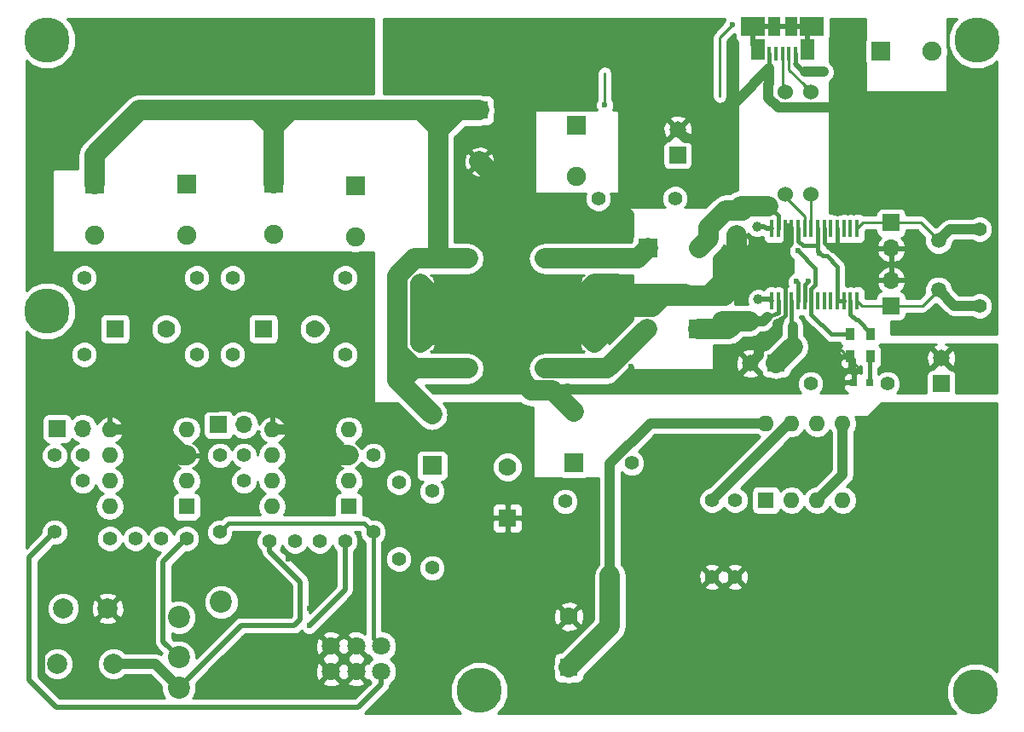
<source format=gtl>
%TF.GenerationSoftware,KiCad,Pcbnew,4.0.6+dfsg1-1*%
%TF.CreationDate,2017-11-11T18:30:39+09:00*%
%TF.ProjectId,USB_DAC1,5553425F444143312E6B696361645F70,rev?*%
%TF.FileFunction,Copper,L1,Top,Signal*%
%FSLAX46Y46*%
G04 Gerber Fmt 4.6, Leading zero omitted, Abs format (unit mm)*
G04 Created by KiCad (PCBNEW 4.0.6+dfsg1-1) date Sat Nov 11 18:30:39 2017*
%MOMM*%
%LPD*%
G01*
G04 APERTURE LIST*
%ADD10C,0.100000*%
%ADD11R,1.778000X1.778000*%
%ADD12C,1.778000*%
%ADD13C,2.000000*%
%ADD14C,4.500880*%
%ADD15R,0.450000X1.380000*%
%ADD16R,1.475000X2.100000*%
%ADD17R,2.375000X1.900000*%
%ADD18R,1.175000X1.900000*%
%ADD19R,0.450000X1.750000*%
%ADD20R,1.700000X1.700000*%
%ADD21O,1.700000X1.700000*%
%ADD22R,1.651000X1.651000*%
%ADD23C,1.651000*%
%ADD24R,1.250000X1.500000*%
%ADD25R,0.800000X0.800000*%
%ADD26C,2.200000*%
%ADD27R,1.905000X1.905000*%
%ADD28C,1.905000*%
%ADD29C,1.397000*%
%ADD30C,1.800000*%
%ADD31R,1.600000X1.600000*%
%ADD32O,1.600000X1.600000*%
%ADD33C,1.500000*%
%ADD34R,0.900000X1.200000*%
%ADD35C,1.524000*%
%ADD36C,0.600000*%
%ADD37C,1.000000*%
%ADD38C,0.250000*%
%ADD39C,1.000000*%
%ADD40C,0.400000*%
%ADD41C,2.000000*%
%ADD42C,0.500000*%
%ADD43C,0.254000*%
G04 APERTURE END LIST*
D10*
D11*
X54610000Y5207000D03*
D12*
X54610000Y10287000D03*
D13*
X3798000Y5588000D03*
X4398000Y11088000D03*
X8798000Y11088000D03*
X9398000Y5588000D03*
D14*
X2794000Y40640000D03*
X45720000Y2921000D03*
X94996000Y2794000D03*
X2794000Y67564000D03*
D15*
X77119000Y66234000D03*
X76469000Y66234000D03*
X75819000Y66234000D03*
X75169000Y66234000D03*
X74519000Y66234000D03*
D16*
X78281500Y66594000D03*
X73356500Y66594000D03*
D17*
X78729000Y68894000D03*
X72909000Y68894000D03*
D18*
X76659000Y68894000D03*
X74979000Y68894000D03*
D19*
X83219000Y48812000D03*
X82569000Y48812000D03*
X81919000Y48812000D03*
X81269000Y48812000D03*
X80619000Y48812000D03*
X79969000Y48812000D03*
X79319000Y48812000D03*
X78669000Y48812000D03*
X78019000Y48812000D03*
X77369000Y48812000D03*
X76719000Y48812000D03*
X76069000Y48812000D03*
X75419000Y48812000D03*
X74769000Y48812000D03*
X74769000Y41612000D03*
X75419000Y41612000D03*
X76069000Y41612000D03*
X76719000Y41612000D03*
X77369000Y41612000D03*
X78019000Y41612000D03*
X78669000Y41612000D03*
X79319000Y41612000D03*
X79969000Y41612000D03*
X80619000Y41612000D03*
X81269000Y41612000D03*
X81919000Y41612000D03*
X82569000Y41612000D03*
X83219000Y41612000D03*
D20*
X86614000Y49403000D03*
D21*
X86614000Y46863000D03*
D20*
X86614000Y41148000D03*
D21*
X86614000Y43688000D03*
D22*
X65405000Y56134000D03*
D23*
X65405000Y58674000D03*
D11*
X45720000Y60579000D03*
D12*
X45720000Y55499000D03*
D22*
X91567000Y33401000D03*
D23*
X91567000Y35941000D03*
D11*
X48514000Y20066000D03*
D12*
X48514000Y25146000D03*
D22*
X75184000Y35433000D03*
D23*
X72644000Y35433000D03*
D22*
X57150000Y34925000D03*
D23*
X57150000Y37465000D03*
D24*
X71247000Y50653000D03*
X71247000Y48153000D03*
X69850000Y39644000D03*
X69850000Y42144000D03*
D22*
X39878000Y34925000D03*
D23*
X39878000Y37465000D03*
D22*
X57150000Y45847000D03*
D23*
X57150000Y43307000D03*
D22*
X39878000Y45847000D03*
D23*
X39878000Y43307000D03*
D11*
X9525000Y38862000D03*
D12*
X14605000Y38862000D03*
D20*
X3810000Y28956000D03*
D21*
X6350000Y28956000D03*
D11*
X24257000Y38862000D03*
D12*
X29337000Y38862000D03*
D20*
X19812000Y29337000D03*
D21*
X22352000Y29337000D03*
D25*
X84493000Y33528000D03*
X82893000Y33528000D03*
D26*
X20075000Y11723000D03*
X15875000Y10223000D03*
X15875000Y6223000D03*
X15875000Y3223000D03*
D27*
X85598000Y66421000D03*
D28*
X90678000Y66421000D03*
D27*
X55372000Y59055000D03*
D28*
X55372000Y53975000D03*
D27*
X41021000Y25273000D03*
D28*
X41021000Y30353000D03*
D27*
X55118000Y25527000D03*
D28*
X55118000Y30607000D03*
D27*
X62484000Y46863000D03*
D28*
X67564000Y46863000D03*
D27*
X67437000Y38862000D03*
D28*
X62357000Y38862000D03*
D27*
X7493000Y53213000D03*
D28*
X7493000Y48133000D03*
D27*
X16637000Y53213000D03*
D28*
X16637000Y48133000D03*
D27*
X25273000Y53340000D03*
D28*
X25273000Y48260000D03*
D27*
X33401000Y53086000D03*
D28*
X33401000Y48006000D03*
D29*
X95377000Y41148000D03*
X95377000Y48768000D03*
X57531000Y51816000D03*
X65151000Y51816000D03*
X41021000Y22733000D03*
X41021000Y15113000D03*
X86233000Y33401000D03*
X78613000Y33401000D03*
X71120000Y14224000D03*
X71120000Y21844000D03*
X60830557Y25527000D03*
X54231443Y21717000D03*
X52197000Y45847000D03*
X44577000Y45847000D03*
X44577000Y34925000D03*
X52197000Y34925000D03*
X68834000Y21844000D03*
X68834000Y14224000D03*
X6477000Y43942000D03*
X6477000Y36322000D03*
X17653000Y43942000D03*
X17653000Y36322000D03*
X3556000Y26289000D03*
X3556000Y18669000D03*
X21209000Y43942000D03*
X21209000Y36322000D03*
X32385000Y43942000D03*
X32385000Y36322000D03*
X19939000Y26289000D03*
X19939000Y18669000D03*
X37719000Y23622000D03*
X37719000Y16002000D03*
X35179000Y18669000D03*
X35179000Y26289000D03*
D30*
X35988000Y4826000D03*
X33488000Y4826000D03*
X30988000Y4826000D03*
X35988000Y7326000D03*
X33488000Y7326000D03*
X30988000Y7326000D03*
D31*
X74168000Y21844000D03*
D32*
X81788000Y29464000D03*
X76708000Y21844000D03*
X79248000Y29464000D03*
X79248000Y21844000D03*
X76708000Y29464000D03*
X81788000Y21844000D03*
X74168000Y29464000D03*
D31*
X16637000Y21209000D03*
D32*
X9017000Y28829000D03*
X16637000Y23749000D03*
X9017000Y26289000D03*
X16637000Y26289000D03*
X9017000Y23749000D03*
X16637000Y28829000D03*
X9017000Y21209000D03*
D31*
X32766000Y21209000D03*
D32*
X25146000Y28829000D03*
X32766000Y23749000D03*
X25146000Y26289000D03*
X32766000Y26289000D03*
X25146000Y23749000D03*
X32766000Y28829000D03*
X25146000Y21209000D03*
D33*
X91313000Y47625000D03*
X91313000Y42725000D03*
D34*
X82550000Y36111000D03*
X82550000Y38311000D03*
X84582000Y36111000D03*
X84582000Y38311000D03*
D29*
X32385000Y17780000D03*
X29845000Y17780000D03*
X22352000Y23749000D03*
X22352000Y26289000D03*
X27432000Y17780000D03*
X24892000Y17780000D03*
X6350000Y23749000D03*
X6350000Y26289000D03*
X16637000Y18034000D03*
X14097000Y18034000D03*
X11557000Y18034000D03*
X9017000Y18034000D03*
D14*
X95123000Y67564000D03*
D35*
X76073000Y52197000D03*
X76073000Y62357000D03*
X78613000Y52197000D03*
X78613000Y62357000D03*
D36*
X58166000Y61087000D03*
X70866000Y69088000D03*
X46736000Y34671000D03*
X46482000Y33274000D03*
X43561000Y32766000D03*
X80899000Y60833000D03*
X81661000Y50927000D03*
X81153000Y51689000D03*
X82677000Y55626000D03*
X84328000Y56896000D03*
X87376000Y56896000D03*
X90170000Y57023000D03*
X93472000Y53340000D03*
X96774000Y64516000D03*
X96647000Y63373000D03*
X96774000Y60706000D03*
X95885000Y58039000D03*
X94234000Y55245000D03*
X93345000Y45085000D03*
X96393000Y38862000D03*
X93472000Y39243000D03*
X91186000Y40894000D03*
X90424000Y40132000D03*
X88773000Y42926000D03*
X88773000Y48260000D03*
X90805000Y50038000D03*
X93091000Y50673000D03*
X94234000Y46863000D03*
X96266000Y46101000D03*
X93726000Y43053000D03*
X91821000Y45339000D03*
X89662000Y45466000D03*
X96520000Y33020000D03*
X94234000Y36703000D03*
X95885000Y36830000D03*
X95123000Y35306000D03*
X93472000Y34417000D03*
X83566000Y34798000D03*
X80645000Y36703000D03*
X75311000Y33147000D03*
X41021000Y33020000D03*
X49911000Y33655000D03*
X54483000Y33147000D03*
X60750661Y35134339D03*
X60325000Y34163000D03*
X64135000Y33782000D03*
X67564000Y33909000D03*
X69469000Y34671000D03*
X70231000Y36195000D03*
X71882000Y37592000D03*
X41783000Y43434000D03*
X50673000Y43561000D03*
X54991000Y43434000D03*
X50673000Y40005000D03*
X43053000Y40132000D03*
X44323000Y38227000D03*
X50546000Y37973000D03*
X68199000Y65278000D03*
X67818000Y58039000D03*
X67564000Y59563000D03*
X50292000Y58928000D03*
X50038000Y54229000D03*
X45593000Y51689000D03*
X43815000Y48133000D03*
X43942000Y57785000D03*
X54102000Y51562000D03*
X57658000Y49615992D03*
X60198000Y50165000D03*
X60452000Y54737000D03*
X60833000Y59563000D03*
X37211000Y68834000D03*
X37211000Y66802000D03*
X36703000Y63500000D03*
X41148000Y63119000D03*
X42545000Y64262000D03*
X42545000Y65913000D03*
X44958000Y66294000D03*
X45466000Y67310000D03*
X47879000Y67818000D03*
X47498000Y62865000D03*
X43688000Y62611000D03*
X58166000Y68707000D03*
X55372000Y64008000D03*
X75345526Y39363426D03*
X81269000Y46990000D03*
X84836000Y50419000D03*
X88265000Y51816000D03*
X88138000Y55118000D03*
X61595000Y54356000D03*
X86487000Y36195000D03*
X81407000Y34417000D03*
X48641000Y49911000D03*
X59944000Y48768000D03*
D37*
X60071000Y43688000D03*
X60134500Y40449500D03*
X84836000Y47752000D03*
X81915000Y61341000D03*
X71247000Y61468000D03*
D36*
X77343000Y46609000D03*
D37*
X79883000Y64389000D03*
D36*
X79502000Y46403000D03*
D37*
X58694000Y14371000D03*
D36*
X46990000Y31242000D03*
X50673000Y27051000D03*
X49276000Y27432000D03*
X47371000Y27178000D03*
X45720000Y26289000D03*
X45466000Y23876000D03*
X29464000Y26162000D03*
X29464000Y24765000D03*
X29845000Y32512000D03*
X30353000Y34036000D03*
X29464000Y34163000D03*
X28448000Y34290000D03*
X20955000Y30988000D03*
X20574000Y31623000D03*
X18542000Y30734000D03*
X19431000Y32639000D03*
X19558000Y33401000D03*
X19685000Y34417000D03*
X19431000Y36576000D03*
X19685000Y38227000D03*
X15240000Y41148000D03*
X1778000Y51435000D03*
X2667000Y56388000D03*
X1143000Y43434000D03*
X1143000Y44069000D03*
X4191000Y44323000D03*
X6223000Y41656000D03*
X6985000Y40386000D03*
X4445000Y37465000D03*
X1651000Y36957000D03*
X2794000Y34671000D03*
X2286000Y32131000D03*
X1016000Y25781000D03*
X3810000Y22860000D03*
X1778000Y22733000D03*
X1524000Y20066000D03*
X1397000Y18542000D03*
X3175000Y15621000D03*
X4953000Y17145000D03*
X6223000Y18034000D03*
X9525000Y15621000D03*
X10160000Y14351000D03*
X11938000Y12446000D03*
X10668000Y9398000D03*
X7112000Y8636000D03*
X2286000Y9144000D03*
X2413000Y4191000D03*
X4191000Y3556000D03*
X9017000Y3302000D03*
X12700000Y4064000D03*
X12700000Y3429000D03*
X23368000Y4191000D03*
X17780000Y2413000D03*
X20320000Y2667000D03*
X26162000Y2794000D03*
X28067000Y8382000D03*
X25400000Y8128000D03*
X22352000Y8128000D03*
X21336000Y6350000D03*
X19558000Y4572000D03*
X18542000Y3429000D03*
X26706417Y16038417D03*
X31369000Y16510000D03*
X30734000Y15748000D03*
X30734000Y14478000D03*
X28829000Y11049000D03*
X29337000Y14478000D03*
X25400000Y13041000D03*
X3810000Y58293000D03*
X5461000Y61595000D03*
X10160000Y62611000D03*
X11938000Y65532000D03*
X13970000Y68072000D03*
X19304000Y66167000D03*
X23622000Y65405000D03*
X27813000Y64008000D03*
X34671000Y62357000D03*
X34544000Y69342000D03*
X26924000Y67310000D03*
X1524000Y62230000D03*
X6731000Y65151000D03*
X9525000Y68326000D03*
X5842000Y69088000D03*
X8509000Y63881000D03*
X2032000Y63881000D03*
X3048000Y54991000D03*
X2921000Y46101000D03*
X19177000Y46101000D03*
X19431000Y44577000D03*
X19304000Y43180000D03*
X18669000Y40894000D03*
X15113000Y43561000D03*
X8128000Y42672000D03*
X9271000Y43434000D03*
X10541000Y43561000D03*
X12065000Y44196000D03*
X12065000Y39243000D03*
X67437000Y17653000D03*
X72644000Y17780000D03*
X80137000Y17653000D03*
X83947000Y29083000D03*
X86360000Y31115000D03*
X96520000Y30861000D03*
X94742000Y29337000D03*
X79502000Y27305000D03*
X77724000Y27940000D03*
X80137000Y27940000D03*
X84836000Y27305000D03*
X90043000Y23114000D03*
X89408000Y20955000D03*
X87376000Y13335000D03*
X92456000Y15875000D03*
X96393000Y5969000D03*
X94361000Y8509000D03*
X91821000Y1524000D03*
X87122000Y5080000D03*
X80391000Y7366000D03*
X77851000Y13462000D03*
X74168000Y7112000D03*
X64262000Y14732000D03*
X64389000Y6096000D03*
X57785000Y1778000D03*
X50673000Y2413000D03*
X44704000Y7112000D03*
X39116000Y3429000D03*
X35052000Y1016000D03*
X42545000Y1143000D03*
X41021000Y6223000D03*
X34036000Y22733000D03*
X34544000Y20701000D03*
X33909000Y25146000D03*
X36322000Y30861000D03*
X36576000Y28448000D03*
X36703000Y25527000D03*
X35179000Y23876000D03*
X39116000Y19558000D03*
X38862000Y29718000D03*
X44450000Y31242000D03*
X42545000Y31242000D03*
X39116000Y25146000D03*
X43942000Y17272000D03*
X54610000Y16383000D03*
X57150000Y18816000D03*
X60960000Y18288000D03*
X13716000Y33909000D03*
X8255000Y34036000D03*
X8235000Y30268000D03*
X18034000Y24892000D03*
X13843000Y31369000D03*
X14441947Y27268947D03*
X8235000Y31369000D03*
X21057609Y15850609D03*
X13589000Y28829000D03*
X29464000Y28829000D03*
X76835000Y39116000D03*
X78359000Y43561000D03*
X77216000Y43561000D03*
D37*
X60071000Y45847000D03*
D36*
X28829000Y9398000D03*
D37*
X73406000Y41783000D03*
X73279000Y49022000D03*
D38*
X58166000Y64262000D02*
X58166000Y61087000D01*
X69596000Y61976000D02*
X69596000Y67818000D01*
X69596000Y67818000D02*
X70866000Y69088000D01*
D39*
X95377000Y48768000D02*
X92456000Y48768000D01*
X92456000Y48768000D02*
X91313000Y47625000D01*
D38*
X86614000Y49403000D02*
X83810000Y49403000D01*
X83810000Y49403000D02*
X83219000Y48812000D01*
X86614000Y49403000D02*
X89535000Y49403000D01*
X89535000Y49403000D02*
X91313000Y47625000D01*
X49911000Y33655000D02*
X47752000Y33655000D01*
X47752000Y33655000D02*
X46736000Y34671000D01*
X46482000Y33274000D02*
X46101000Y32893000D01*
X46101000Y32893000D02*
X43688000Y32893000D01*
X43688000Y32893000D02*
X43561000Y32766000D01*
D39*
X75400218Y60833000D02*
X80899000Y60833000D01*
X80899000Y60833000D02*
X81407000Y60833000D01*
D38*
X81661000Y50927000D02*
X80899000Y51689000D01*
X80899000Y51689000D02*
X80899000Y60833000D01*
X82677000Y55626000D02*
X81153000Y54102000D01*
X81153000Y54102000D02*
X81153000Y51689000D01*
X87376000Y56896000D02*
X84328000Y56896000D01*
X93472000Y53340000D02*
X90170000Y56642000D01*
X90170000Y56642000D02*
X90170000Y57023000D01*
X96647000Y63373000D02*
X96647000Y64389000D01*
X96647000Y64389000D02*
X96774000Y64516000D01*
X95885000Y58039000D02*
X95885000Y59817000D01*
X95885000Y59817000D02*
X96774000Y60706000D01*
X96774000Y47498000D02*
X96774000Y52705000D01*
X96774000Y52705000D02*
X94234000Y55245000D01*
X94361000Y45085000D02*
X96774000Y47498000D01*
X93345000Y45085000D02*
X94361000Y45085000D01*
X93472000Y39243000D02*
X93853000Y38862000D01*
X93853000Y38862000D02*
X96393000Y38862000D01*
X90424000Y40132000D02*
X91186000Y40894000D01*
X88773000Y48260000D02*
X88773000Y42926000D01*
X93091000Y50673000D02*
X91440000Y50673000D01*
X91440000Y50673000D02*
X90805000Y50038000D01*
X96266000Y46101000D02*
X94996000Y46101000D01*
X94996000Y46101000D02*
X94234000Y46863000D01*
X91821000Y45339000D02*
X93726000Y43434000D01*
X93726000Y43434000D02*
X93726000Y43053000D01*
X86614000Y46863000D02*
X88265000Y46863000D01*
X88265000Y46863000D02*
X89662000Y45466000D01*
X95885000Y36830000D02*
X94361000Y36830000D01*
X94361000Y36830000D02*
X94234000Y36703000D01*
X93472000Y34417000D02*
X94234000Y34417000D01*
X94234000Y34417000D02*
X95123000Y35306000D01*
X80645000Y36703000D02*
X81661000Y36703000D01*
X81661000Y36703000D02*
X83566000Y34798000D01*
X41021000Y33020000D02*
X75184000Y33020000D01*
X75184000Y33020000D02*
X75311000Y33147000D01*
X60750661Y35134339D02*
X58763322Y33147000D01*
X58763322Y33147000D02*
X54483000Y33147000D01*
X64135000Y33782000D02*
X63754000Y34163000D01*
X63754000Y34163000D02*
X60325000Y34163000D01*
X69469000Y34671000D02*
X68326000Y34671000D01*
X68326000Y34671000D02*
X67564000Y33909000D01*
X71882000Y37592000D02*
X71628000Y37592000D01*
X71628000Y37592000D02*
X70231000Y36195000D01*
X50673000Y43561000D02*
X41910000Y43561000D01*
X41910000Y43561000D02*
X41783000Y43434000D01*
X48641000Y49911000D02*
X48641000Y45593000D01*
X48641000Y45593000D02*
X50673000Y43561000D01*
X50673000Y40005000D02*
X50673000Y40132000D01*
X50673000Y40132000D02*
X50673000Y40005000D01*
X50673000Y40005000D02*
X50673000Y40132000D01*
X44323000Y38227000D02*
X44323000Y38862000D01*
X44323000Y38862000D02*
X43053000Y40132000D01*
X57150000Y37465000D02*
X51054000Y37465000D01*
X51054000Y37465000D02*
X50546000Y37973000D01*
X67818000Y58039000D02*
X67564000Y58293000D01*
X67564000Y58293000D02*
X67564000Y59563000D01*
X50292000Y58928000D02*
X50038000Y58674000D01*
X50038000Y58674000D02*
X50038000Y54229000D01*
X45593000Y51689000D02*
X43815000Y49911000D01*
X43815000Y49911000D02*
X43815000Y48133000D01*
X43942000Y57785000D02*
X43815000Y57658000D01*
X43815000Y57658000D02*
X43815000Y53975000D01*
X43815000Y53975000D02*
X46228000Y51562000D01*
X46228000Y51562000D02*
X54102000Y51562000D01*
X57658000Y49615992D02*
X58207008Y50165000D01*
X58207008Y50165000D02*
X60198000Y50165000D01*
X60452000Y54737000D02*
X62484000Y56769000D01*
X62484000Y56769000D02*
X62484000Y59055000D01*
X62484000Y59055000D02*
X61976000Y59563000D01*
X61976000Y59563000D02*
X60833000Y59563000D01*
X58166000Y68707000D02*
X37338000Y68707000D01*
X37338000Y68707000D02*
X37211000Y68834000D01*
X37211000Y66802000D02*
X36703000Y66294000D01*
X36703000Y66294000D02*
X36703000Y63500000D01*
X41148000Y63119000D02*
X42291000Y64262000D01*
X42291000Y64262000D02*
X42545000Y64262000D01*
X42545000Y65913000D02*
X42926000Y66294000D01*
X42926000Y66294000D02*
X44958000Y66294000D01*
X45466000Y67310000D02*
X45974000Y67818000D01*
X45974000Y67818000D02*
X47879000Y67818000D01*
X47498000Y62865000D02*
X47244000Y62611000D01*
X47244000Y62611000D02*
X43688000Y62611000D01*
D40*
X81700000Y35980000D02*
X81407000Y35687000D01*
X81407000Y35687000D02*
X81407000Y34417000D01*
X81700000Y36111000D02*
X81700000Y35980000D01*
D39*
X75345526Y39363426D02*
X75345526Y38939162D01*
X73469499Y37063135D02*
X73469499Y36258499D01*
X75345526Y38939162D02*
X73469499Y37063135D01*
X73469499Y36258499D02*
X72644000Y35433000D01*
D40*
X75550802Y39863802D02*
X75345526Y39658526D01*
X75345526Y39658526D02*
X75345526Y39363426D01*
X76069000Y41612000D02*
X76069000Y40210110D01*
X76069000Y40210110D02*
X75921671Y40062781D01*
X75921671Y40062781D02*
X75550802Y39863802D01*
D41*
X69850000Y42144000D02*
X64282000Y42144000D01*
X64282000Y42144000D02*
X64135000Y42291000D01*
X69850000Y42144000D02*
X70084000Y42144000D01*
X70084000Y42144000D02*
X71247000Y43307000D01*
D42*
X48641000Y49911000D02*
X48006000Y49911000D01*
X48006000Y49911000D02*
X48641000Y49911000D01*
X48641000Y49911000D02*
X48006000Y49911000D01*
X60071000Y43688000D02*
X59690000Y43307000D01*
X59690000Y43307000D02*
X59436000Y43307000D01*
D40*
X83820000Y46482000D02*
X84836000Y47498000D01*
X84836000Y47498000D02*
X84836000Y47752000D01*
D41*
X48006000Y40132000D02*
X48006000Y49911000D01*
X48006000Y49911000D02*
X48006000Y53213000D01*
X48006000Y53213000D02*
X45720000Y55499000D01*
X55118000Y30607000D02*
X53000010Y32724990D01*
X53000010Y32724990D02*
X50841010Y32724990D01*
X50841010Y32724990D02*
X48387000Y35179000D01*
X49921702Y33655000D02*
X49911000Y33655000D01*
X49911000Y33655000D02*
X48387000Y35179000D01*
X48387000Y35179000D02*
X48387000Y40513000D01*
X43053000Y40132000D02*
X48006000Y40132000D01*
X48006000Y40132000D02*
X50673000Y40132000D01*
X50673000Y40132000D02*
X54483000Y40132000D01*
X48387000Y40513000D02*
X48006000Y40132000D01*
D40*
X82893000Y33528000D02*
X82893000Y35768000D01*
X82893000Y35768000D02*
X82550000Y36111000D01*
X81700000Y36111000D02*
X82550000Y36111000D01*
X76073000Y41608000D02*
X76069000Y41612000D01*
D39*
X81407000Y60833000D02*
X81915000Y61341000D01*
X74519000Y64740000D02*
X74519000Y63253782D01*
X74519000Y63253782D02*
X74420499Y63155281D01*
X74420499Y63155281D02*
X74420499Y61812719D01*
X74420499Y61812719D02*
X75400218Y60833000D01*
X71247000Y44958000D02*
X74041000Y44958000D01*
X74041000Y44958000D02*
X76451999Y47368999D01*
X76451999Y47368999D02*
X76443999Y47376999D01*
X76443999Y47376999D02*
X76443999Y48812000D01*
D41*
X71247000Y44958000D02*
X71247000Y43307000D01*
D40*
X71755000Y43815000D02*
X71247000Y43307000D01*
X75141000Y43815000D02*
X71755000Y43815000D01*
X76069000Y41612000D02*
X76069000Y42887000D01*
X76069000Y42887000D02*
X75141000Y43815000D01*
X76069000Y48812000D02*
X76068999Y47536999D01*
X71863001Y47536999D02*
X71247000Y48153000D01*
D41*
X60452000Y42291000D02*
X64135000Y42291000D01*
X64135000Y42291000D02*
X66167000Y42291000D01*
X57150000Y37465000D02*
X60134500Y40449500D01*
X60134500Y40449500D02*
X60747008Y41062008D01*
X60747008Y41062008D02*
X62906008Y41062008D01*
X62906008Y41062008D02*
X64135000Y42291000D01*
X39878000Y43307000D02*
X39878000Y37465000D01*
X57150000Y37465000D02*
X57150000Y38989000D01*
X57150000Y38989000D02*
X60452000Y42291000D01*
X58547000Y42291000D02*
X60452000Y42291000D01*
X57150000Y43307000D02*
X59436000Y43307000D01*
X59436000Y43307000D02*
X60452000Y42291000D01*
X54483000Y40132000D02*
X57150000Y37465000D01*
X54483000Y40132000D02*
X56769000Y40132000D01*
X54483000Y40132000D02*
X54483000Y40640000D01*
X54483000Y40640000D02*
X57150000Y43307000D01*
X39878000Y37465000D02*
X40703499Y38290499D01*
X40703499Y38290499D02*
X41211499Y38290499D01*
X41211499Y38290499D02*
X43053000Y40132000D01*
X39878000Y40132000D02*
X43053000Y40132000D01*
X39878000Y43307000D02*
X40703499Y42481501D01*
X40703499Y42481501D02*
X43053000Y40132000D01*
X39878000Y40132000D02*
X39878000Y43307000D01*
X39878000Y37465000D02*
X39878000Y40132000D01*
X57150000Y39751000D02*
X57150000Y40894000D01*
X57150000Y37465000D02*
X57150000Y39751000D01*
X56769000Y40132000D02*
X57150000Y39751000D01*
X57150000Y40894000D02*
X57150000Y43307000D01*
X57150000Y40894000D02*
X58547000Y42291000D01*
X66167000Y42291000D02*
X66294000Y42164000D01*
X68453000Y42164000D02*
X66294000Y42164000D01*
X71247000Y48153000D02*
X71247000Y44958000D01*
X71247000Y44958000D02*
X68453000Y42164000D01*
D39*
X66230499Y57848501D02*
X65405000Y58674000D01*
X66363499Y57848501D02*
X66230499Y57848501D01*
D40*
X74519000Y64740000D02*
X74519000Y65502000D01*
X74519000Y65502000D02*
X74519000Y66234000D01*
D39*
X71247000Y61468000D02*
X74519000Y64740000D01*
D40*
X79969000Y48812000D02*
X79969000Y47401002D01*
X79969000Y47401002D02*
X80750002Y46620000D01*
X80750002Y46620000D02*
X80886000Y46620000D01*
X80886000Y46620000D02*
X81269000Y46620000D01*
X81407000Y46482000D02*
X83820000Y46482000D01*
X81269000Y48812000D02*
X81269000Y46990000D01*
X81269000Y46990000D02*
X81269000Y46620000D01*
X81269000Y46620000D02*
X81407000Y46482000D01*
X76719000Y48812000D02*
X76069000Y48812000D01*
D39*
X95377000Y41148000D02*
X92890000Y41148000D01*
X92890000Y41148000D02*
X91313000Y42725000D01*
D38*
X86614000Y41148000D02*
X83683000Y41148000D01*
X83683000Y41148000D02*
X83219000Y41612000D01*
X86614000Y41148000D02*
X89736000Y41148000D01*
X89736000Y41148000D02*
X91313000Y42725000D01*
D40*
X78669000Y41612000D02*
X78669000Y42834998D01*
X78669000Y42834998D02*
X79059001Y43224999D01*
X79059001Y43224999D02*
X79059001Y44892999D01*
X79059001Y44892999D02*
X77343000Y46609000D01*
X82550000Y38311000D02*
X80695000Y38311000D01*
X80695000Y38311000D02*
X78669000Y40337000D01*
X78669000Y40337000D02*
X78669000Y41612000D01*
X78669000Y41612000D02*
X78669000Y42474000D01*
X77119000Y66234000D02*
X77119000Y65144000D01*
D38*
X77119000Y66234000D02*
X77119000Y65158998D01*
X77119000Y65158998D02*
X77119000Y65121000D01*
X77119000Y66234000D02*
X77119000Y65294000D01*
D40*
X77119000Y65144000D02*
X77874000Y64389000D01*
D42*
X77888998Y64389000D02*
X77119000Y65158998D01*
D38*
X77119000Y65294000D02*
X78024000Y64389000D01*
D39*
X78024000Y64389000D02*
X78613000Y64389000D01*
X78613000Y64389000D02*
X79883000Y64389000D01*
D40*
X77874000Y64389000D02*
X78613000Y64389000D01*
D42*
X78024000Y64389000D02*
X77888998Y64389000D01*
D41*
X41021000Y30353000D02*
X37846000Y33528000D01*
X37846000Y33528000D02*
X37592000Y33782000D01*
X39878000Y34925000D02*
X39243000Y34925000D01*
X39243000Y34925000D02*
X37846000Y33528000D01*
X37592000Y42672000D02*
X37592000Y38989000D01*
X37592000Y38989000D02*
X37592000Y36639717D01*
X37592000Y33782000D02*
X37592000Y38989000D01*
X45720000Y60579000D02*
X43688000Y60579000D01*
X37592000Y44132283D02*
X37592000Y42672000D01*
X43688000Y60579000D02*
X41656000Y60579000D01*
X41656000Y58039000D02*
X41656000Y58547000D01*
X41656000Y58547000D02*
X43688000Y60579000D01*
X41656000Y58039000D02*
X41656000Y46228000D01*
X41656000Y60579000D02*
X41656000Y58039000D01*
X41656000Y60579000D02*
X39878000Y60579000D01*
X41656000Y58801000D02*
X39878000Y60579000D01*
X39878000Y60579000D02*
X29559500Y60579000D01*
X41656000Y58039000D02*
X41656000Y58801000D01*
X39878000Y45847000D02*
X42037000Y45847000D01*
X42037000Y45847000D02*
X44577000Y45847000D01*
X41656000Y46228000D02*
X42037000Y45847000D01*
X29559500Y60579000D02*
X26924000Y60579000D01*
X26924000Y60579000D02*
X23622000Y60579000D01*
X25273000Y58928000D02*
X26924000Y60579000D01*
X23622000Y60579000D02*
X11906500Y60579000D01*
X25273000Y53340000D02*
X25273000Y58928000D01*
X25273000Y58928000D02*
X23622000Y60579000D01*
X11906500Y60579000D02*
X7493000Y56165500D01*
X7493000Y56165500D02*
X7493000Y53213000D01*
X37592000Y36639717D02*
X39306717Y34925000D01*
X39306717Y34925000D02*
X39878000Y34925000D01*
X39878000Y45847000D02*
X39306717Y45847000D01*
X39306717Y45847000D02*
X37592000Y44132283D01*
X39878000Y34925000D02*
X44577000Y34925000D01*
D40*
X77851000Y47117000D02*
X77393999Y47574001D01*
X77393999Y47574001D02*
X77393999Y48787001D01*
X77393999Y48787001D02*
X77369000Y48812000D01*
X79319000Y47117000D02*
X79319000Y46586000D01*
X79319000Y48812000D02*
X79319000Y47117000D01*
X79319000Y47117000D02*
X77851000Y47117000D01*
X79502000Y46403000D02*
X79801999Y46103001D01*
X79801999Y46103001D02*
X80230999Y46103001D01*
X80230999Y46103001D02*
X81269000Y45065000D01*
X79319000Y46586000D02*
X79502000Y46403000D01*
X81269000Y41612000D02*
X81269000Y45065000D01*
X81269000Y41612000D02*
X81919000Y41612000D01*
D41*
X58694000Y14371000D02*
X58694000Y9291000D01*
X58694000Y9291000D02*
X54610000Y5207000D01*
D39*
X58694000Y14371000D02*
X58694000Y25460225D01*
X58694000Y25460225D02*
X62697775Y29464000D01*
X62697775Y29464000D02*
X73036630Y29464000D01*
X73036630Y29464000D02*
X74168000Y29464000D01*
X73787000Y29464000D02*
X74168000Y29464000D01*
D38*
X50673000Y27051000D02*
X46990000Y30734000D01*
X46990000Y30734000D02*
X46990000Y31242000D01*
X47371000Y27178000D02*
X49022000Y27178000D01*
X49022000Y27178000D02*
X49276000Y27432000D01*
X45466000Y23876000D02*
X45466000Y26035000D01*
X45466000Y26035000D02*
X45720000Y26289000D01*
X29464000Y32131000D02*
X29464000Y26162000D01*
X29464000Y26162000D02*
X29464000Y24765000D01*
X29845000Y32512000D02*
X29464000Y32131000D01*
X29464000Y34163000D02*
X30226000Y34163000D01*
X30226000Y34163000D02*
X30353000Y34036000D01*
X20955000Y30988000D02*
X24257000Y34290000D01*
X24257000Y34290000D02*
X28448000Y34290000D01*
X18542000Y30734000D02*
X19685000Y30734000D01*
X19685000Y30734000D02*
X20574000Y31623000D01*
X19558000Y33401000D02*
X19558000Y32766000D01*
X19558000Y32766000D02*
X19431000Y32639000D01*
X19431000Y36576000D02*
X19431000Y34671000D01*
X19431000Y34671000D02*
X19685000Y34417000D01*
X15240000Y41148000D02*
X18161000Y38227000D01*
X18161000Y38227000D02*
X19685000Y38227000D01*
X2667000Y56388000D02*
X1778000Y55499000D01*
X1778000Y55499000D02*
X1778000Y51435000D01*
X1143000Y44069000D02*
X1143000Y43434000D01*
X6223000Y41656000D02*
X4191000Y43688000D01*
X4191000Y43688000D02*
X4191000Y44323000D01*
X4445000Y37465000D02*
X6985000Y40005000D01*
X6985000Y40005000D02*
X6985000Y40386000D01*
X2794000Y35814000D02*
X1651000Y36957000D01*
X1651000Y36957000D02*
X762000Y37846000D01*
X2794000Y34671000D02*
X2794000Y35814000D01*
X1016000Y25781000D02*
X1016000Y30861000D01*
X1016000Y30861000D02*
X2286000Y32131000D01*
X1778000Y22733000D02*
X3683000Y22733000D01*
X3683000Y22733000D02*
X3810000Y22860000D01*
X1397000Y18542000D02*
X1397000Y19939000D01*
X1397000Y19939000D02*
X1524000Y20066000D01*
X4953000Y17145000D02*
X4699000Y17145000D01*
X4699000Y17145000D02*
X3175000Y15621000D01*
X9525000Y15621000D02*
X7112000Y18034000D01*
X7112000Y18034000D02*
X6223000Y18034000D01*
X11938000Y12446000D02*
X10160000Y14224000D01*
X10160000Y14224000D02*
X10160000Y14351000D01*
X7112000Y8636000D02*
X9906000Y8636000D01*
X9906000Y8636000D02*
X10668000Y9398000D01*
X2413000Y4191000D02*
X2413000Y9017000D01*
X2413000Y9017000D02*
X2286000Y9144000D01*
X9017000Y3302000D02*
X4445000Y3302000D01*
X4445000Y3302000D02*
X4191000Y3556000D01*
X12700000Y3429000D02*
X12700000Y4064000D01*
X17780000Y2413000D02*
X19558000Y4191000D01*
X19558000Y4191000D02*
X23368000Y4191000D01*
X26162000Y2794000D02*
X20447000Y2794000D01*
X20447000Y2794000D02*
X20320000Y2667000D01*
X25400000Y8128000D02*
X27813000Y8128000D01*
X27813000Y8128000D02*
X28067000Y8382000D01*
X21336000Y6350000D02*
X21336000Y7112000D01*
X21336000Y7112000D02*
X22352000Y8128000D01*
X18542000Y3429000D02*
X18542000Y3556000D01*
X18542000Y3556000D02*
X19558000Y4572000D01*
X30099000Y15240000D02*
X29300583Y16038417D01*
X29300583Y16038417D02*
X26706417Y16038417D01*
X31369000Y16510000D02*
X30099000Y15240000D01*
X30734000Y14478000D02*
X30734000Y15748000D01*
X29337000Y14478000D02*
X28829000Y13970000D01*
X28829000Y13970000D02*
X28829000Y11049000D01*
X5461000Y61595000D02*
X5461000Y59944000D01*
X5461000Y59944000D02*
X3810000Y58293000D01*
X11938000Y65532000D02*
X11938000Y64389000D01*
X11938000Y64389000D02*
X10160000Y62611000D01*
X19304000Y66167000D02*
X15875000Y66167000D01*
X15875000Y66167000D02*
X13970000Y68072000D01*
X27813000Y64008000D02*
X25019000Y64008000D01*
X25019000Y64008000D02*
X23622000Y65405000D01*
X34544000Y69342000D02*
X34544000Y62484000D01*
X34544000Y62484000D02*
X34671000Y62357000D01*
X1524000Y62230000D02*
X6604000Y67310000D01*
X6604000Y67310000D02*
X26924000Y67310000D01*
X9525000Y68326000D02*
X6731000Y65532000D01*
X6731000Y65532000D02*
X6731000Y65151000D01*
X8509000Y63881000D02*
X8509000Y66421000D01*
X8509000Y66421000D02*
X5842000Y69088000D01*
X3048000Y54991000D02*
X2032000Y56007000D01*
X2032000Y56007000D02*
X2032000Y63881000D01*
X19177000Y46101000D02*
X2921000Y46101000D01*
X19304000Y43180000D02*
X19304000Y44450000D01*
X19304000Y44450000D02*
X19431000Y44577000D01*
X15113000Y43561000D02*
X16002000Y43561000D01*
X16002000Y43561000D02*
X18669000Y40894000D01*
X9271000Y43434000D02*
X8890000Y43434000D01*
X8890000Y43434000D02*
X8128000Y42672000D01*
X12065000Y44196000D02*
X11176000Y44196000D01*
X11176000Y44196000D02*
X10541000Y43561000D01*
X13716000Y36830000D02*
X12065000Y38481000D01*
X12065000Y38481000D02*
X12065000Y39243000D01*
X13716000Y33909000D02*
X13716000Y36830000D01*
X72644000Y17780000D02*
X67564000Y17780000D01*
X67564000Y17780000D02*
X67437000Y17653000D01*
X83947000Y29083000D02*
X83947000Y21463000D01*
X83947000Y21463000D02*
X80137000Y17653000D01*
X96520000Y30861000D02*
X86614000Y30861000D01*
X86614000Y30861000D02*
X86360000Y31115000D01*
X84836000Y27305000D02*
X92710000Y27305000D01*
X92710000Y27305000D02*
X94742000Y29337000D01*
X79502000Y27305000D02*
X80137000Y27940000D01*
X80137000Y27940000D02*
X77724000Y27940000D01*
X90043000Y23114000D02*
X85852000Y27305000D01*
X85852000Y27305000D02*
X84836000Y27305000D01*
X87376000Y13335000D02*
X87376000Y18923000D01*
X87376000Y18923000D02*
X89408000Y20955000D01*
X96393000Y5969000D02*
X96393000Y11938000D01*
X96393000Y11938000D02*
X92456000Y15875000D01*
X91821000Y1524000D02*
X91821000Y5969000D01*
X91821000Y5969000D02*
X94361000Y8509000D01*
X80391000Y7366000D02*
X84836000Y7366000D01*
X84836000Y7366000D02*
X87122000Y5080000D01*
X74168000Y7112000D02*
X74168000Y9779000D01*
X74168000Y9779000D02*
X77851000Y13462000D01*
X64389000Y6096000D02*
X64389000Y14605000D01*
X64389000Y14605000D02*
X64262000Y14732000D01*
X50673000Y2413000D02*
X51308000Y1778000D01*
X51308000Y1778000D02*
X57785000Y1778000D01*
X40812999Y3728999D02*
X44196000Y7112000D01*
X44196000Y7112000D02*
X44704000Y7112000D01*
X39116000Y3429000D02*
X39415999Y3728999D01*
X39415999Y3728999D02*
X40812999Y3728999D01*
X42545000Y1143000D02*
X35179000Y1143000D01*
X35179000Y1143000D02*
X35052000Y1016000D01*
X39116000Y8382000D02*
X41021000Y6477000D01*
X41021000Y6477000D02*
X41021000Y6223000D01*
X39116000Y15748000D02*
X39116000Y8382000D01*
X40386000Y17018000D02*
X39116000Y15748000D01*
X41411218Y17018000D02*
X40386000Y17018000D01*
X43942000Y17272000D02*
X41665218Y17272000D01*
X41665218Y17272000D02*
X41411218Y17018000D01*
X35179000Y23876000D02*
X35179000Y21336000D01*
X35179000Y21336000D02*
X34544000Y20701000D01*
X35179000Y23876000D02*
X33909000Y25146000D01*
X36322000Y30861000D02*
X36322000Y28829000D01*
X36703000Y25527000D02*
X36703000Y28321000D01*
X36703000Y28321000D02*
X36576000Y28448000D01*
X43942000Y17272000D02*
X41402000Y17272000D01*
X41402000Y17272000D02*
X39116000Y19558000D01*
X38862000Y29718000D02*
X38862000Y29293736D01*
X38862000Y29293736D02*
X38989000Y29166736D01*
X42545000Y31242000D02*
X44450000Y31242000D01*
X43942000Y17272000D02*
X39116000Y22098000D01*
X39116000Y22098000D02*
X39116000Y25146000D01*
D42*
X57150000Y18816000D02*
X57150000Y18796000D01*
X8235000Y30268000D02*
X8255000Y30248000D01*
X8255000Y30248000D02*
X8255000Y30226000D01*
X14441947Y27268947D02*
X14795500Y27622500D01*
X14795500Y27622500D02*
X14478000Y27305000D01*
X14478000Y27305000D02*
X14478000Y27940000D01*
X8235000Y31369000D02*
X8255000Y31369000D01*
X21057609Y15850609D02*
X21082000Y15875000D01*
D41*
X13589000Y28829000D02*
X14478000Y27940000D01*
X14478000Y27940000D02*
X16129000Y26289000D01*
X16129000Y26289000D02*
X16637000Y26289000D01*
D39*
X9017000Y28829000D02*
X13589000Y28829000D01*
D41*
X29464000Y28829000D02*
X29464000Y28459630D01*
X29464000Y28459630D02*
X31634630Y26289000D01*
X31634630Y26289000D02*
X32766000Y26289000D01*
D39*
X26277370Y28829000D02*
X29464000Y28829000D01*
X25146000Y28829000D02*
X26277370Y28829000D01*
X76835000Y39116000D02*
X76835000Y37084000D01*
D41*
X76835000Y37084000D02*
X75184000Y35433000D01*
D40*
X76719000Y41612000D02*
X76719000Y39232000D01*
X76719000Y39232000D02*
X76835000Y39116000D01*
D39*
X81788000Y29464000D02*
X81788000Y24384000D01*
X81788000Y24384000D02*
X79248000Y21844000D01*
D40*
X78359000Y43561000D02*
X78019000Y43221000D01*
X78019000Y43221000D02*
X78019000Y41612000D01*
X77216000Y43561000D02*
X77369000Y43408000D01*
X77369000Y43408000D02*
X77369000Y41612000D01*
D41*
X57150000Y34925000D02*
X52197000Y34925000D01*
X57150000Y34925000D02*
X58420000Y34925000D01*
X58420000Y34925000D02*
X62357000Y38862000D01*
X71247000Y50653000D02*
X70211998Y50653000D01*
X70211998Y50653000D02*
X68516499Y48957501D01*
X68516499Y48957501D02*
X68516499Y47815499D01*
X68516499Y47815499D02*
X67564000Y46863000D01*
X71247000Y50653000D02*
X71668000Y51074000D01*
X71668000Y51074000D02*
X74432000Y51074000D01*
X71247000Y50653000D02*
X71842000Y50653000D01*
X71842000Y50653000D02*
X72263000Y51074000D01*
D39*
X72263000Y51074000D02*
X73888000Y51074000D01*
X73888000Y51074000D02*
X74432000Y51074000D01*
D40*
X75419000Y48812000D02*
X75419000Y50087000D01*
X75419000Y50087000D02*
X74432000Y51074000D01*
X74432000Y51074000D02*
X73288000Y51074000D01*
X73288000Y51074000D02*
X72263000Y51074000D01*
X74295000Y39870949D02*
X74322029Y40036999D01*
X74322029Y40036999D02*
X75419000Y40474000D01*
D39*
X72517000Y39644000D02*
X73929030Y39644000D01*
X73929030Y39644000D02*
X74322029Y40036999D01*
D40*
X73872000Y39644000D02*
X74295000Y39870949D01*
D39*
X72743949Y39870949D02*
X72517000Y39644000D01*
D41*
X71247000Y39644000D02*
X72517000Y39644000D01*
X69850000Y39644000D02*
X72517000Y39644000D01*
X67437000Y38862000D02*
X70465000Y38862000D01*
X70465000Y38862000D02*
X71247000Y39644000D01*
D40*
X75419000Y40474000D02*
X75419000Y41612000D01*
D41*
X57150000Y45847000D02*
X60071000Y45847000D01*
X60071000Y45847000D02*
X61468000Y45847000D01*
X61468000Y45847000D02*
X62484000Y46863000D01*
X52197000Y45847000D02*
X57150000Y45847000D01*
D39*
X29337000Y38862000D02*
X29845000Y38862000D01*
D42*
X24892000Y17780000D02*
X24892000Y16792172D01*
X24892000Y16792172D02*
X27945501Y13738671D01*
X27945501Y13738671D02*
X27945501Y9989719D01*
X27945501Y9989719D02*
X27348281Y9392499D01*
X27348281Y9392499D02*
X22044499Y9392499D01*
X22044499Y9392499D02*
X15875000Y3223000D01*
D39*
X9398000Y5588000D02*
X13510000Y5588000D01*
X13510000Y5588000D02*
X15875000Y3223000D01*
D40*
X84493000Y33528000D02*
X84493000Y36022000D01*
X84493000Y36022000D02*
X84582000Y36111000D01*
D38*
X77978000Y63119000D02*
X77978000Y62992000D01*
X77978000Y62992000D02*
X78613000Y62357000D01*
X76469000Y66234000D02*
X76469000Y64628000D01*
X76469000Y64628000D02*
X77978000Y63119000D01*
X77978000Y63119000D02*
X78613000Y62484000D01*
X75819000Y63119000D02*
X75819000Y62611000D01*
X75819000Y62611000D02*
X76073000Y62357000D01*
X75819000Y62484000D02*
X75819000Y63119000D01*
X75819000Y63119000D02*
X75819000Y66234000D01*
D42*
X72909000Y68894000D02*
X72909000Y67041500D01*
X72909000Y67041500D02*
X73356500Y66594000D01*
X74979000Y68894000D02*
X72909000Y68894000D01*
X76659000Y68894000D02*
X74979000Y68894000D01*
X78729000Y68894000D02*
X76659000Y68894000D01*
X78281500Y66594000D02*
X78281500Y68446500D01*
X78281500Y68446500D02*
X78729000Y68894000D01*
X28829000Y9398000D02*
X32385000Y12954000D01*
X32385000Y12954000D02*
X32385000Y17780000D01*
X15875000Y6223000D02*
X14324999Y7773001D01*
X14324999Y7773001D02*
X14324999Y15721999D01*
X14324999Y15721999D02*
X15938501Y17335501D01*
X15938501Y17335501D02*
X16637000Y18034000D01*
D40*
X83155000Y39751000D02*
X83292000Y39751000D01*
X83292000Y39751000D02*
X84582000Y38461000D01*
X84582000Y38461000D02*
X84582000Y38311000D01*
X82569000Y41612000D02*
X82569000Y40337000D01*
X82569000Y40337000D02*
X83155000Y39751000D01*
D38*
X78669000Y48812000D02*
X78669000Y52141000D01*
X78669000Y52141000D02*
X78613000Y52197000D01*
X78613000Y48868000D02*
X78669000Y48812000D01*
X76073000Y52197000D02*
X76073000Y51943000D01*
X76073000Y51943000D02*
X78019000Y49997000D01*
X78019000Y49997000D02*
X78019000Y48812000D01*
D39*
X68834000Y21844000D02*
X76454000Y29464000D01*
X76454000Y29464000D02*
X76708000Y29464000D01*
D42*
X1016000Y3937000D02*
X1016000Y16129000D01*
X1016000Y16129000D02*
X3556000Y18669000D01*
X3683000Y1270000D02*
X1016000Y3937000D01*
X33704792Y1270000D02*
X3683000Y1270000D01*
X35988000Y4826000D02*
X35988000Y3553208D01*
X35988000Y3553208D02*
X33704792Y1270000D01*
D40*
X35179000Y18669000D02*
X35179000Y8135000D01*
X35179000Y8135000D02*
X35988000Y7326000D01*
X35179000Y18669000D02*
X34290000Y19558000D01*
X34290000Y19558000D02*
X20828000Y19558000D01*
X20828000Y19558000D02*
X20637499Y19367499D01*
X20637499Y19367499D02*
X19939000Y18669000D01*
D42*
X73406000Y41783000D02*
X74572999Y41783000D01*
X74572999Y41783000D02*
X74743999Y41612000D01*
X73279000Y49022000D02*
X73986106Y49022000D01*
X73986106Y49022000D02*
X74196106Y48812000D01*
X74196106Y48812000D02*
X74743999Y48812000D01*
D43*
G36*
X90797656Y37215976D02*
X90720390Y36967215D01*
X91567000Y36120605D01*
X92413610Y36967215D01*
X92336344Y37215976D01*
X91998476Y37338000D01*
X97080000Y37338000D01*
X97080000Y32512000D01*
X93027081Y32512000D01*
X93039940Y32575500D01*
X93039940Y34226500D01*
X92995662Y34461817D01*
X92856590Y34677941D01*
X92644390Y34822931D01*
X92400425Y34872335D01*
X92413610Y34914785D01*
X91567000Y35761395D01*
X90720390Y34914785D01*
X90733542Y34872443D01*
X90506183Y34829662D01*
X90290059Y34690590D01*
X90145069Y34478390D01*
X90094060Y34226500D01*
X90094060Y32575500D01*
X90106008Y32512000D01*
X87229949Y32512000D01*
X87362827Y32644647D01*
X87566268Y33134587D01*
X87566731Y33665086D01*
X87364146Y34155380D01*
X86989353Y34530827D01*
X86499413Y34734268D01*
X85968914Y34734731D01*
X85478620Y34532146D01*
X85338424Y34392195D01*
X85328000Y34399317D01*
X85328000Y34946886D01*
X85483441Y35046910D01*
X85628431Y35259110D01*
X85679440Y35511000D01*
X85679440Y36163869D01*
X90094660Y36163869D01*
X90121447Y35583465D01*
X90292024Y35171656D01*
X90540785Y35094390D01*
X91387395Y35941000D01*
X91746605Y35941000D01*
X92593215Y35094390D01*
X92841976Y35171656D01*
X93039340Y35718131D01*
X93012553Y36298535D01*
X92841976Y36710344D01*
X92593215Y36787610D01*
X91746605Y35941000D01*
X91387395Y35941000D01*
X90540785Y36787610D01*
X90292024Y36710344D01*
X90094660Y36163869D01*
X85679440Y36163869D01*
X85679440Y36711000D01*
X85635162Y36946317D01*
X85496090Y37162441D01*
X85426289Y37210134D01*
X85483441Y37246910D01*
X85545680Y37338000D01*
X91092248Y37338000D01*
X90797656Y37215976D01*
X90797656Y37215976D01*
G37*
X90797656Y37215976D02*
X90720390Y36967215D01*
X91567000Y36120605D01*
X92413610Y36967215D01*
X92336344Y37215976D01*
X91998476Y37338000D01*
X97080000Y37338000D01*
X97080000Y32512000D01*
X93027081Y32512000D01*
X93039940Y32575500D01*
X93039940Y34226500D01*
X92995662Y34461817D01*
X92856590Y34677941D01*
X92644390Y34822931D01*
X92400425Y34872335D01*
X92413610Y34914785D01*
X91567000Y35761395D01*
X90720390Y34914785D01*
X90733542Y34872443D01*
X90506183Y34829662D01*
X90290059Y34690590D01*
X90145069Y34478390D01*
X90094060Y34226500D01*
X90094060Y32575500D01*
X90106008Y32512000D01*
X87229949Y32512000D01*
X87362827Y32644647D01*
X87566268Y33134587D01*
X87566731Y33665086D01*
X87364146Y34155380D01*
X86989353Y34530827D01*
X86499413Y34734268D01*
X85968914Y34734731D01*
X85478620Y34532146D01*
X85338424Y34392195D01*
X85328000Y34399317D01*
X85328000Y34946886D01*
X85483441Y35046910D01*
X85628431Y35259110D01*
X85679440Y35511000D01*
X85679440Y36163869D01*
X90094660Y36163869D01*
X90121447Y35583465D01*
X90292024Y35171656D01*
X90540785Y35094390D01*
X91387395Y35941000D01*
X91746605Y35941000D01*
X92593215Y35094390D01*
X92841976Y35171656D01*
X93039340Y35718131D01*
X93012553Y36298535D01*
X92841976Y36710344D01*
X92593215Y36787610D01*
X91746605Y35941000D01*
X91387395Y35941000D01*
X90540785Y36787610D01*
X90292024Y36710344D01*
X90094660Y36163869D01*
X85679440Y36163869D01*
X85679440Y36711000D01*
X85635162Y36946317D01*
X85496090Y37162441D01*
X85426289Y37210134D01*
X85483441Y37246910D01*
X85545680Y37338000D01*
X91092248Y37338000D01*
X90797656Y37215976D01*
G36*
X70073808Y69618327D02*
X69931162Y69274799D01*
X69931121Y69227923D01*
X69058599Y68355401D01*
X68893852Y68108839D01*
X68836000Y67818000D01*
X68836000Y61976000D01*
X68893852Y61685161D01*
X69058599Y61438599D01*
X69305161Y61273852D01*
X69596000Y61216000D01*
X69886839Y61273852D01*
X70133401Y61438599D01*
X70298148Y61685161D01*
X70356000Y61976000D01*
X70356000Y67503198D01*
X71005680Y68152878D01*
X71051167Y68152838D01*
X71074060Y68162297D01*
X71074060Y67944000D01*
X71118338Y67708683D01*
X71257410Y67492559D01*
X71374000Y67412896D01*
X71374000Y52650520D01*
X71042312Y52584543D01*
X70598504Y52288000D01*
X70212003Y52288000D01*
X70211998Y52288001D01*
X69586311Y52163543D01*
X69055878Y51809120D01*
X69055876Y51809117D01*
X68173758Y50927000D01*
X66147949Y50927000D01*
X66280827Y51059647D01*
X66484268Y51549587D01*
X66484731Y52080086D01*
X66282146Y52570380D01*
X65907353Y52945827D01*
X65417413Y53149268D01*
X64886914Y53149731D01*
X64396620Y52947146D01*
X64021173Y52572353D01*
X63817732Y52082413D01*
X63817269Y51551914D01*
X64019854Y51061620D01*
X64154240Y50927000D01*
X60706000Y50927000D01*
X60661480Y50918941D01*
X60618713Y50892249D01*
X60589700Y50851022D01*
X60579012Y50801754D01*
X60588334Y50752211D01*
X60616197Y50710197D01*
X60960000Y50366394D01*
X60960000Y48103878D01*
X60935069Y48067390D01*
X60884060Y47815500D01*
X60884060Y47575300D01*
X60790760Y47482000D01*
X52197000Y47482000D01*
X51571313Y47357543D01*
X51040880Y47003120D01*
X50686457Y46472687D01*
X50562000Y45847000D01*
X50686457Y45221313D01*
X51040880Y44690880D01*
X51571313Y44336457D01*
X52197000Y44212000D01*
X56065392Y44212000D01*
X56123783Y44153609D01*
X55875024Y44076344D01*
X55677660Y43529869D01*
X55704447Y42949465D01*
X55875024Y42537656D01*
X56123785Y42460390D01*
X56970395Y43307000D01*
X56956253Y43321142D01*
X57135858Y43500747D01*
X57150000Y43486605D01*
X57164143Y43500747D01*
X57343748Y43321142D01*
X57329605Y43307000D01*
X58176215Y42460390D01*
X58424976Y42537656D01*
X58622340Y43084131D01*
X58595553Y43664535D01*
X58424976Y44076344D01*
X58176217Y44153609D01*
X58234608Y44212000D01*
X60960000Y44212000D01*
X60960000Y39777239D01*
X58613629Y37430869D01*
X58595553Y37822535D01*
X58424976Y38234344D01*
X58176215Y38311610D01*
X57329605Y37465000D01*
X57343748Y37450857D01*
X57164143Y37271252D01*
X57150000Y37285395D01*
X57135858Y37271252D01*
X56956253Y37450857D01*
X56970395Y37465000D01*
X56123785Y38311610D01*
X55875024Y38234344D01*
X55677660Y37687869D01*
X55704447Y37107465D01*
X55875024Y36695656D01*
X56123783Y36618391D01*
X56065392Y36560000D01*
X52197000Y36560000D01*
X51571313Y36435543D01*
X51040880Y36081120D01*
X50686457Y35550687D01*
X50562000Y34925000D01*
X50686457Y34299313D01*
X51040880Y33768880D01*
X51571313Y33414457D01*
X52197000Y33290000D01*
X58419995Y33290000D01*
X58420000Y33289999D01*
X59045688Y33414457D01*
X59576120Y33768880D01*
X60214025Y34406785D01*
X71797390Y34406785D01*
X71874656Y34158024D01*
X72421131Y33960660D01*
X73001535Y33987447D01*
X73413344Y34158024D01*
X73490610Y34406785D01*
X72644000Y35253395D01*
X71797390Y34406785D01*
X60214025Y34406785D01*
X60960000Y35152760D01*
X60960000Y34925000D01*
X60968685Y34878841D01*
X60995965Y34836447D01*
X61037590Y34808006D01*
X61087000Y34798000D01*
X68834000Y34798000D01*
X68880159Y34806685D01*
X68922553Y34833965D01*
X68950994Y34875590D01*
X68961000Y34925000D01*
X68961000Y35655869D01*
X71171660Y35655869D01*
X71198447Y35075465D01*
X71369024Y34663656D01*
X71617785Y34586390D01*
X72464395Y35433000D01*
X71617785Y36279610D01*
X71369024Y36202344D01*
X71171660Y35655869D01*
X68961000Y35655869D01*
X68961000Y36459215D01*
X71797390Y36459215D01*
X72644000Y35612605D01*
X73490610Y36459215D01*
X73413344Y36707976D01*
X72866869Y36905340D01*
X72286465Y36878553D01*
X71874656Y36707976D01*
X71797390Y36459215D01*
X68961000Y36459215D01*
X68961000Y37227000D01*
X70464995Y37227000D01*
X70465000Y37226999D01*
X71090688Y37351457D01*
X71621120Y37705880D01*
X71924240Y38009000D01*
X72517000Y38009000D01*
X73142687Y38133457D01*
X73673120Y38487880D01*
X73687232Y38509000D01*
X73929030Y38509000D01*
X74363376Y38595397D01*
X74731596Y38841434D01*
X75124596Y39234433D01*
X75328074Y39538960D01*
X75728021Y39698287D01*
X75732871Y39701433D01*
X75738541Y39702561D01*
X75869357Y39789970D01*
X75884000Y39799468D01*
X75884000Y39696419D01*
X75786397Y39550346D01*
X75700000Y39116000D01*
X75700000Y38254231D01*
X75678881Y38240120D01*
X74341502Y36902742D01*
X74123183Y36861662D01*
X73907059Y36722590D01*
X73762069Y36510390D01*
X73712665Y36266425D01*
X73670215Y36279610D01*
X72823605Y35433000D01*
X73670215Y34586390D01*
X73712557Y34599542D01*
X73755338Y34372183D01*
X73894410Y34156059D01*
X74106610Y34011069D01*
X74358500Y33960060D01*
X74502035Y33960060D01*
X74558312Y33922457D01*
X75184000Y33797999D01*
X75809688Y33922457D01*
X75865965Y33960060D01*
X76009500Y33960060D01*
X76244817Y34004338D01*
X76460941Y34143410D01*
X76605931Y34355610D01*
X76653436Y34590196D01*
X77888489Y35825250D01*
X81465000Y35825250D01*
X81465000Y35384691D01*
X81561673Y35151302D01*
X81740301Y34972673D01*
X81973690Y34876000D01*
X82264250Y34876000D01*
X82423000Y35034750D01*
X82423000Y35984000D01*
X81623750Y35984000D01*
X81465000Y35825250D01*
X77888489Y35825250D01*
X77991120Y35927881D01*
X78345543Y36458313D01*
X78470001Y37084000D01*
X78345543Y37709688D01*
X77991120Y38240120D01*
X77970000Y38254232D01*
X77970000Y39116000D01*
X77883603Y39550346D01*
X77637566Y39918566D01*
X77554000Y39974403D01*
X77554000Y40089560D01*
X77594000Y40089560D01*
X77697671Y40109067D01*
X77794000Y40089560D01*
X77883219Y40089560D01*
X77897561Y40017459D01*
X77992354Y39875592D01*
X78078566Y39746566D01*
X78747838Y39077294D01*
X78750006Y39066590D01*
X78778447Y39024965D01*
X78820841Y38997685D01*
X78828978Y38996154D01*
X80104566Y37720566D01*
X80375460Y37539560D01*
X80695000Y37476000D01*
X81496778Y37476000D01*
X81496838Y37475683D01*
X81635910Y37259559D01*
X81704006Y37213031D01*
X81561673Y37070698D01*
X81465000Y36837309D01*
X81465000Y36396750D01*
X81623750Y36238000D01*
X82423000Y36238000D01*
X82423000Y36258000D01*
X82677000Y36258000D01*
X82677000Y36238000D01*
X82697000Y36238000D01*
X82697000Y35984000D01*
X82677000Y35984000D01*
X82677000Y35034750D01*
X82835750Y34876000D01*
X83126310Y34876000D01*
X83359699Y34972673D01*
X83538327Y35151302D01*
X83565955Y35218002D01*
X83658000Y35074960D01*
X83658000Y34461025D01*
X83652698Y34466327D01*
X83419309Y34563000D01*
X83178750Y34563000D01*
X83020000Y34404250D01*
X83020000Y33655000D01*
X83040000Y33655000D01*
X83040000Y33401000D01*
X83020000Y33401000D01*
X83020000Y33381000D01*
X82766000Y33381000D01*
X82766000Y33401000D01*
X82016750Y33401000D01*
X81858000Y33242250D01*
X81858000Y33001690D01*
X81954673Y32768301D01*
X82133302Y32589673D01*
X82320821Y32512000D01*
X79609949Y32512000D01*
X79742827Y32644647D01*
X79946268Y33134587D01*
X79946731Y33665086D01*
X79785908Y34054310D01*
X81858000Y34054310D01*
X81858000Y33813750D01*
X82016750Y33655000D01*
X82766000Y33655000D01*
X82766000Y34404250D01*
X82607250Y34563000D01*
X82366691Y34563000D01*
X82133302Y34466327D01*
X81954673Y34287699D01*
X81858000Y34054310D01*
X79785908Y34054310D01*
X79744146Y34155380D01*
X79369353Y34530827D01*
X78879413Y34734268D01*
X78348914Y34734731D01*
X77858620Y34532146D01*
X77483173Y34157353D01*
X77279732Y33667413D01*
X77279269Y33136914D01*
X77481854Y32646620D01*
X77616240Y32512000D01*
X41174240Y32512000D01*
X40396240Y33290000D01*
X44577000Y33290000D01*
X45202687Y33414457D01*
X45733120Y33768880D01*
X46087543Y34299313D01*
X46212000Y34925000D01*
X46087543Y35550687D01*
X45733120Y36081120D01*
X45202687Y36435543D01*
X44577000Y36560000D01*
X40962608Y36560000D01*
X40904217Y36618391D01*
X41152976Y36695656D01*
X41350340Y37242131D01*
X41323553Y37822535D01*
X41152976Y38234344D01*
X40904215Y38311610D01*
X40057605Y37465000D01*
X40071748Y37450857D01*
X39892143Y37271252D01*
X39878000Y37285395D01*
X39863858Y37271252D01*
X39684253Y37450857D01*
X39698395Y37465000D01*
X39684253Y37479142D01*
X39863858Y37658747D01*
X39878000Y37644605D01*
X40724610Y38491215D01*
X56303390Y38491215D01*
X57150000Y37644605D01*
X57996610Y38491215D01*
X57919344Y38739976D01*
X57372869Y38937340D01*
X56792465Y38910553D01*
X56380656Y38739976D01*
X56303390Y38491215D01*
X40724610Y38491215D01*
X40647344Y38739976D01*
X40100869Y38937340D01*
X39520465Y38910553D01*
X39227000Y38788996D01*
X39227000Y41989283D01*
X39655131Y41834660D01*
X40235535Y41861447D01*
X40647344Y42032024D01*
X40724610Y42280785D01*
X56303390Y42280785D01*
X56380656Y42032024D01*
X56927131Y41834660D01*
X57507535Y41861447D01*
X57919344Y42032024D01*
X57996610Y42280785D01*
X57150000Y43127395D01*
X56303390Y42280785D01*
X40724610Y42280785D01*
X39878000Y43127395D01*
X39863858Y43113252D01*
X39684253Y43292857D01*
X39698395Y43307000D01*
X39684253Y43321142D01*
X39863858Y43500747D01*
X39878000Y43486605D01*
X39892143Y43500747D01*
X40071748Y43321142D01*
X40057605Y43307000D01*
X40904215Y42460390D01*
X41152976Y42537656D01*
X41350340Y43084131D01*
X41323553Y43664535D01*
X41152976Y44076344D01*
X40904217Y44153609D01*
X40962608Y44212000D01*
X44577000Y44212000D01*
X45202687Y44336457D01*
X45733120Y44690880D01*
X46087543Y45221313D01*
X46212000Y45847000D01*
X46087543Y46472687D01*
X45733120Y47003120D01*
X45202687Y47357543D01*
X44577000Y47482000D01*
X43291000Y47482000D01*
X43291000Y54426804D01*
X44827409Y54426804D01*
X44912467Y54171461D01*
X45481965Y53963484D01*
X46087700Y53989277D01*
X46527533Y54171461D01*
X46612591Y54426804D01*
X45720000Y55319395D01*
X44827409Y54426804D01*
X43291000Y54426804D01*
X43291000Y55737035D01*
X44184484Y55737035D01*
X44210277Y55131300D01*
X44392461Y54691467D01*
X44647804Y54606409D01*
X45540395Y55499000D01*
X45899605Y55499000D01*
X46792196Y54606409D01*
X47047539Y54691467D01*
X47255516Y55260965D01*
X47229723Y55866700D01*
X47047539Y56306533D01*
X46792196Y56391591D01*
X45899605Y55499000D01*
X45540395Y55499000D01*
X44647804Y56391591D01*
X44392461Y56306533D01*
X44184484Y55737035D01*
X43291000Y55737035D01*
X43291000Y56571196D01*
X44827409Y56571196D01*
X45720000Y55678605D01*
X46612591Y56571196D01*
X46527533Y56826539D01*
X45958035Y57034516D01*
X45352300Y57008723D01*
X44912467Y56826539D01*
X44827409Y56571196D01*
X43291000Y56571196D01*
X43291000Y57869760D01*
X44365240Y58944000D01*
X45720000Y58944000D01*
X46215494Y59042560D01*
X46609000Y59042560D01*
X46844317Y59086838D01*
X47060441Y59225910D01*
X47205431Y59438110D01*
X47256440Y59690000D01*
X47256440Y60083506D01*
X47329738Y60452000D01*
X51181000Y60452000D01*
X51181000Y52451000D01*
X51189685Y52404841D01*
X51216965Y52362447D01*
X51258590Y52334006D01*
X51308000Y52324000D01*
X56298048Y52324000D01*
X56197732Y52082413D01*
X56197269Y51551914D01*
X56399854Y51061620D01*
X56774647Y50686173D01*
X57264587Y50482732D01*
X57795086Y50482269D01*
X58285380Y50684854D01*
X58660827Y51059647D01*
X58864268Y51549587D01*
X58864731Y52080086D01*
X58763948Y52324000D01*
X59436000Y52324000D01*
X59482159Y52332685D01*
X59524553Y52359965D01*
X59552994Y52401590D01*
X59563000Y52451000D01*
X59563000Y56959500D01*
X63932060Y56959500D01*
X63932060Y55308500D01*
X63976338Y55073183D01*
X64115410Y54857059D01*
X64327610Y54712069D01*
X64579500Y54661060D01*
X66230500Y54661060D01*
X66465817Y54705338D01*
X66681941Y54844410D01*
X66826931Y55056610D01*
X66877940Y55308500D01*
X66877940Y56959500D01*
X66833662Y57194817D01*
X66694590Y57410941D01*
X66482390Y57555931D01*
X66238425Y57605335D01*
X66251610Y57647785D01*
X65405000Y58494395D01*
X64558390Y57647785D01*
X64571542Y57605443D01*
X64344183Y57562662D01*
X64128059Y57423590D01*
X63983069Y57211390D01*
X63932060Y56959500D01*
X59563000Y56959500D01*
X59563000Y58896869D01*
X63932660Y58896869D01*
X63959447Y58316465D01*
X64130024Y57904656D01*
X64378785Y57827390D01*
X65225395Y58674000D01*
X65584605Y58674000D01*
X66431215Y57827390D01*
X66679976Y57904656D01*
X66877340Y58451131D01*
X66850553Y59031535D01*
X66679976Y59443344D01*
X66431215Y59520610D01*
X65584605Y58674000D01*
X65225395Y58674000D01*
X64378785Y59520610D01*
X64130024Y59443344D01*
X63932660Y58896869D01*
X59563000Y58896869D01*
X59563000Y59700215D01*
X64558390Y59700215D01*
X65405000Y58853605D01*
X66251610Y59700215D01*
X66174344Y59948976D01*
X65627869Y60146340D01*
X65047465Y60119553D01*
X64635656Y59948976D01*
X64558390Y59700215D01*
X59563000Y59700215D01*
X59563000Y60452000D01*
X59554315Y60498159D01*
X59527035Y60540553D01*
X59485410Y60568994D01*
X59436000Y60579000D01*
X58967463Y60579000D01*
X59100838Y60900201D01*
X59101162Y61272167D01*
X58959117Y61615943D01*
X58926000Y61649118D01*
X58926000Y64262000D01*
X58868148Y64552839D01*
X58703401Y64799401D01*
X58456839Y64964148D01*
X58166000Y65022000D01*
X57875161Y64964148D01*
X57628599Y64799401D01*
X57463852Y64552839D01*
X57406000Y64262000D01*
X57406000Y61649463D01*
X57373808Y61617327D01*
X57231162Y61273799D01*
X57230838Y60901833D01*
X57364230Y60579000D01*
X56612878Y60579000D01*
X56576390Y60603931D01*
X56324500Y60654940D01*
X54419500Y60654940D01*
X54184183Y60610662D01*
X54134979Y60579000D01*
X51308000Y60579000D01*
X51261841Y60570315D01*
X51219447Y60543035D01*
X51191006Y60501410D01*
X51181000Y60452000D01*
X47329738Y60452000D01*
X47355000Y60579000D01*
X47256440Y61074494D01*
X47256440Y61468000D01*
X47212162Y61703317D01*
X47073090Y61919441D01*
X46860890Y62064431D01*
X46609000Y62115440D01*
X46215494Y62115440D01*
X45720000Y62214000D01*
X43688005Y62214000D01*
X43688000Y62214001D01*
X43687995Y62214000D01*
X39878005Y62214000D01*
X39878000Y62214001D01*
X39877995Y62214000D01*
X36195000Y62214000D01*
X36195000Y69648000D01*
X70103533Y69648000D01*
X70073808Y69618327D01*
X70073808Y69618327D01*
G37*
X70073808Y69618327D02*
X69931162Y69274799D01*
X69931121Y69227923D01*
X69058599Y68355401D01*
X68893852Y68108839D01*
X68836000Y67818000D01*
X68836000Y61976000D01*
X68893852Y61685161D01*
X69058599Y61438599D01*
X69305161Y61273852D01*
X69596000Y61216000D01*
X69886839Y61273852D01*
X70133401Y61438599D01*
X70298148Y61685161D01*
X70356000Y61976000D01*
X70356000Y67503198D01*
X71005680Y68152878D01*
X71051167Y68152838D01*
X71074060Y68162297D01*
X71074060Y67944000D01*
X71118338Y67708683D01*
X71257410Y67492559D01*
X71374000Y67412896D01*
X71374000Y52650520D01*
X71042312Y52584543D01*
X70598504Y52288000D01*
X70212003Y52288000D01*
X70211998Y52288001D01*
X69586311Y52163543D01*
X69055878Y51809120D01*
X69055876Y51809117D01*
X68173758Y50927000D01*
X66147949Y50927000D01*
X66280827Y51059647D01*
X66484268Y51549587D01*
X66484731Y52080086D01*
X66282146Y52570380D01*
X65907353Y52945827D01*
X65417413Y53149268D01*
X64886914Y53149731D01*
X64396620Y52947146D01*
X64021173Y52572353D01*
X63817732Y52082413D01*
X63817269Y51551914D01*
X64019854Y51061620D01*
X64154240Y50927000D01*
X60706000Y50927000D01*
X60661480Y50918941D01*
X60618713Y50892249D01*
X60589700Y50851022D01*
X60579012Y50801754D01*
X60588334Y50752211D01*
X60616197Y50710197D01*
X60960000Y50366394D01*
X60960000Y48103878D01*
X60935069Y48067390D01*
X60884060Y47815500D01*
X60884060Y47575300D01*
X60790760Y47482000D01*
X52197000Y47482000D01*
X51571313Y47357543D01*
X51040880Y47003120D01*
X50686457Y46472687D01*
X50562000Y45847000D01*
X50686457Y45221313D01*
X51040880Y44690880D01*
X51571313Y44336457D01*
X52197000Y44212000D01*
X56065392Y44212000D01*
X56123783Y44153609D01*
X55875024Y44076344D01*
X55677660Y43529869D01*
X55704447Y42949465D01*
X55875024Y42537656D01*
X56123785Y42460390D01*
X56970395Y43307000D01*
X56956253Y43321142D01*
X57135858Y43500747D01*
X57150000Y43486605D01*
X57164143Y43500747D01*
X57343748Y43321142D01*
X57329605Y43307000D01*
X58176215Y42460390D01*
X58424976Y42537656D01*
X58622340Y43084131D01*
X58595553Y43664535D01*
X58424976Y44076344D01*
X58176217Y44153609D01*
X58234608Y44212000D01*
X60960000Y44212000D01*
X60960000Y39777239D01*
X58613629Y37430869D01*
X58595553Y37822535D01*
X58424976Y38234344D01*
X58176215Y38311610D01*
X57329605Y37465000D01*
X57343748Y37450857D01*
X57164143Y37271252D01*
X57150000Y37285395D01*
X57135858Y37271252D01*
X56956253Y37450857D01*
X56970395Y37465000D01*
X56123785Y38311610D01*
X55875024Y38234344D01*
X55677660Y37687869D01*
X55704447Y37107465D01*
X55875024Y36695656D01*
X56123783Y36618391D01*
X56065392Y36560000D01*
X52197000Y36560000D01*
X51571313Y36435543D01*
X51040880Y36081120D01*
X50686457Y35550687D01*
X50562000Y34925000D01*
X50686457Y34299313D01*
X51040880Y33768880D01*
X51571313Y33414457D01*
X52197000Y33290000D01*
X58419995Y33290000D01*
X58420000Y33289999D01*
X59045688Y33414457D01*
X59576120Y33768880D01*
X60214025Y34406785D01*
X71797390Y34406785D01*
X71874656Y34158024D01*
X72421131Y33960660D01*
X73001535Y33987447D01*
X73413344Y34158024D01*
X73490610Y34406785D01*
X72644000Y35253395D01*
X71797390Y34406785D01*
X60214025Y34406785D01*
X60960000Y35152760D01*
X60960000Y34925000D01*
X60968685Y34878841D01*
X60995965Y34836447D01*
X61037590Y34808006D01*
X61087000Y34798000D01*
X68834000Y34798000D01*
X68880159Y34806685D01*
X68922553Y34833965D01*
X68950994Y34875590D01*
X68961000Y34925000D01*
X68961000Y35655869D01*
X71171660Y35655869D01*
X71198447Y35075465D01*
X71369024Y34663656D01*
X71617785Y34586390D01*
X72464395Y35433000D01*
X71617785Y36279610D01*
X71369024Y36202344D01*
X71171660Y35655869D01*
X68961000Y35655869D01*
X68961000Y36459215D01*
X71797390Y36459215D01*
X72644000Y35612605D01*
X73490610Y36459215D01*
X73413344Y36707976D01*
X72866869Y36905340D01*
X72286465Y36878553D01*
X71874656Y36707976D01*
X71797390Y36459215D01*
X68961000Y36459215D01*
X68961000Y37227000D01*
X70464995Y37227000D01*
X70465000Y37226999D01*
X71090688Y37351457D01*
X71621120Y37705880D01*
X71924240Y38009000D01*
X72517000Y38009000D01*
X73142687Y38133457D01*
X73673120Y38487880D01*
X73687232Y38509000D01*
X73929030Y38509000D01*
X74363376Y38595397D01*
X74731596Y38841434D01*
X75124596Y39234433D01*
X75328074Y39538960D01*
X75728021Y39698287D01*
X75732871Y39701433D01*
X75738541Y39702561D01*
X75869357Y39789970D01*
X75884000Y39799468D01*
X75884000Y39696419D01*
X75786397Y39550346D01*
X75700000Y39116000D01*
X75700000Y38254231D01*
X75678881Y38240120D01*
X74341502Y36902742D01*
X74123183Y36861662D01*
X73907059Y36722590D01*
X73762069Y36510390D01*
X73712665Y36266425D01*
X73670215Y36279610D01*
X72823605Y35433000D01*
X73670215Y34586390D01*
X73712557Y34599542D01*
X73755338Y34372183D01*
X73894410Y34156059D01*
X74106610Y34011069D01*
X74358500Y33960060D01*
X74502035Y33960060D01*
X74558312Y33922457D01*
X75184000Y33797999D01*
X75809688Y33922457D01*
X75865965Y33960060D01*
X76009500Y33960060D01*
X76244817Y34004338D01*
X76460941Y34143410D01*
X76605931Y34355610D01*
X76653436Y34590196D01*
X77888489Y35825250D01*
X81465000Y35825250D01*
X81465000Y35384691D01*
X81561673Y35151302D01*
X81740301Y34972673D01*
X81973690Y34876000D01*
X82264250Y34876000D01*
X82423000Y35034750D01*
X82423000Y35984000D01*
X81623750Y35984000D01*
X81465000Y35825250D01*
X77888489Y35825250D01*
X77991120Y35927881D01*
X78345543Y36458313D01*
X78470001Y37084000D01*
X78345543Y37709688D01*
X77991120Y38240120D01*
X77970000Y38254232D01*
X77970000Y39116000D01*
X77883603Y39550346D01*
X77637566Y39918566D01*
X77554000Y39974403D01*
X77554000Y40089560D01*
X77594000Y40089560D01*
X77697671Y40109067D01*
X77794000Y40089560D01*
X77883219Y40089560D01*
X77897561Y40017459D01*
X77992354Y39875592D01*
X78078566Y39746566D01*
X78747838Y39077294D01*
X78750006Y39066590D01*
X78778447Y39024965D01*
X78820841Y38997685D01*
X78828978Y38996154D01*
X80104566Y37720566D01*
X80375460Y37539560D01*
X80695000Y37476000D01*
X81496778Y37476000D01*
X81496838Y37475683D01*
X81635910Y37259559D01*
X81704006Y37213031D01*
X81561673Y37070698D01*
X81465000Y36837309D01*
X81465000Y36396750D01*
X81623750Y36238000D01*
X82423000Y36238000D01*
X82423000Y36258000D01*
X82677000Y36258000D01*
X82677000Y36238000D01*
X82697000Y36238000D01*
X82697000Y35984000D01*
X82677000Y35984000D01*
X82677000Y35034750D01*
X82835750Y34876000D01*
X83126310Y34876000D01*
X83359699Y34972673D01*
X83538327Y35151302D01*
X83565955Y35218002D01*
X83658000Y35074960D01*
X83658000Y34461025D01*
X83652698Y34466327D01*
X83419309Y34563000D01*
X83178750Y34563000D01*
X83020000Y34404250D01*
X83020000Y33655000D01*
X83040000Y33655000D01*
X83040000Y33401000D01*
X83020000Y33401000D01*
X83020000Y33381000D01*
X82766000Y33381000D01*
X82766000Y33401000D01*
X82016750Y33401000D01*
X81858000Y33242250D01*
X81858000Y33001690D01*
X81954673Y32768301D01*
X82133302Y32589673D01*
X82320821Y32512000D01*
X79609949Y32512000D01*
X79742827Y32644647D01*
X79946268Y33134587D01*
X79946731Y33665086D01*
X79785908Y34054310D01*
X81858000Y34054310D01*
X81858000Y33813750D01*
X82016750Y33655000D01*
X82766000Y33655000D01*
X82766000Y34404250D01*
X82607250Y34563000D01*
X82366691Y34563000D01*
X82133302Y34466327D01*
X81954673Y34287699D01*
X81858000Y34054310D01*
X79785908Y34054310D01*
X79744146Y34155380D01*
X79369353Y34530827D01*
X78879413Y34734268D01*
X78348914Y34734731D01*
X77858620Y34532146D01*
X77483173Y34157353D01*
X77279732Y33667413D01*
X77279269Y33136914D01*
X77481854Y32646620D01*
X77616240Y32512000D01*
X41174240Y32512000D01*
X40396240Y33290000D01*
X44577000Y33290000D01*
X45202687Y33414457D01*
X45733120Y33768880D01*
X46087543Y34299313D01*
X46212000Y34925000D01*
X46087543Y35550687D01*
X45733120Y36081120D01*
X45202687Y36435543D01*
X44577000Y36560000D01*
X40962608Y36560000D01*
X40904217Y36618391D01*
X41152976Y36695656D01*
X41350340Y37242131D01*
X41323553Y37822535D01*
X41152976Y38234344D01*
X40904215Y38311610D01*
X40057605Y37465000D01*
X40071748Y37450857D01*
X39892143Y37271252D01*
X39878000Y37285395D01*
X39863858Y37271252D01*
X39684253Y37450857D01*
X39698395Y37465000D01*
X39684253Y37479142D01*
X39863858Y37658747D01*
X39878000Y37644605D01*
X40724610Y38491215D01*
X56303390Y38491215D01*
X57150000Y37644605D01*
X57996610Y38491215D01*
X57919344Y38739976D01*
X57372869Y38937340D01*
X56792465Y38910553D01*
X56380656Y38739976D01*
X56303390Y38491215D01*
X40724610Y38491215D01*
X40647344Y38739976D01*
X40100869Y38937340D01*
X39520465Y38910553D01*
X39227000Y38788996D01*
X39227000Y41989283D01*
X39655131Y41834660D01*
X40235535Y41861447D01*
X40647344Y42032024D01*
X40724610Y42280785D01*
X56303390Y42280785D01*
X56380656Y42032024D01*
X56927131Y41834660D01*
X57507535Y41861447D01*
X57919344Y42032024D01*
X57996610Y42280785D01*
X57150000Y43127395D01*
X56303390Y42280785D01*
X40724610Y42280785D01*
X39878000Y43127395D01*
X39863858Y43113252D01*
X39684253Y43292857D01*
X39698395Y43307000D01*
X39684253Y43321142D01*
X39863858Y43500747D01*
X39878000Y43486605D01*
X39892143Y43500747D01*
X40071748Y43321142D01*
X40057605Y43307000D01*
X40904215Y42460390D01*
X41152976Y42537656D01*
X41350340Y43084131D01*
X41323553Y43664535D01*
X41152976Y44076344D01*
X40904217Y44153609D01*
X40962608Y44212000D01*
X44577000Y44212000D01*
X45202687Y44336457D01*
X45733120Y44690880D01*
X46087543Y45221313D01*
X46212000Y45847000D01*
X46087543Y46472687D01*
X45733120Y47003120D01*
X45202687Y47357543D01*
X44577000Y47482000D01*
X43291000Y47482000D01*
X43291000Y54426804D01*
X44827409Y54426804D01*
X44912467Y54171461D01*
X45481965Y53963484D01*
X46087700Y53989277D01*
X46527533Y54171461D01*
X46612591Y54426804D01*
X45720000Y55319395D01*
X44827409Y54426804D01*
X43291000Y54426804D01*
X43291000Y55737035D01*
X44184484Y55737035D01*
X44210277Y55131300D01*
X44392461Y54691467D01*
X44647804Y54606409D01*
X45540395Y55499000D01*
X45899605Y55499000D01*
X46792196Y54606409D01*
X47047539Y54691467D01*
X47255516Y55260965D01*
X47229723Y55866700D01*
X47047539Y56306533D01*
X46792196Y56391591D01*
X45899605Y55499000D01*
X45540395Y55499000D01*
X44647804Y56391591D01*
X44392461Y56306533D01*
X44184484Y55737035D01*
X43291000Y55737035D01*
X43291000Y56571196D01*
X44827409Y56571196D01*
X45720000Y55678605D01*
X46612591Y56571196D01*
X46527533Y56826539D01*
X45958035Y57034516D01*
X45352300Y57008723D01*
X44912467Y56826539D01*
X44827409Y56571196D01*
X43291000Y56571196D01*
X43291000Y57869760D01*
X44365240Y58944000D01*
X45720000Y58944000D01*
X46215494Y59042560D01*
X46609000Y59042560D01*
X46844317Y59086838D01*
X47060441Y59225910D01*
X47205431Y59438110D01*
X47256440Y59690000D01*
X47256440Y60083506D01*
X47329738Y60452000D01*
X51181000Y60452000D01*
X51181000Y52451000D01*
X51189685Y52404841D01*
X51216965Y52362447D01*
X51258590Y52334006D01*
X51308000Y52324000D01*
X56298048Y52324000D01*
X56197732Y52082413D01*
X56197269Y51551914D01*
X56399854Y51061620D01*
X56774647Y50686173D01*
X57264587Y50482732D01*
X57795086Y50482269D01*
X58285380Y50684854D01*
X58660827Y51059647D01*
X58864268Y51549587D01*
X58864731Y52080086D01*
X58763948Y52324000D01*
X59436000Y52324000D01*
X59482159Y52332685D01*
X59524553Y52359965D01*
X59552994Y52401590D01*
X59563000Y52451000D01*
X59563000Y56959500D01*
X63932060Y56959500D01*
X63932060Y55308500D01*
X63976338Y55073183D01*
X64115410Y54857059D01*
X64327610Y54712069D01*
X64579500Y54661060D01*
X66230500Y54661060D01*
X66465817Y54705338D01*
X66681941Y54844410D01*
X66826931Y55056610D01*
X66877940Y55308500D01*
X66877940Y56959500D01*
X66833662Y57194817D01*
X66694590Y57410941D01*
X66482390Y57555931D01*
X66238425Y57605335D01*
X66251610Y57647785D01*
X65405000Y58494395D01*
X64558390Y57647785D01*
X64571542Y57605443D01*
X64344183Y57562662D01*
X64128059Y57423590D01*
X63983069Y57211390D01*
X63932060Y56959500D01*
X59563000Y56959500D01*
X59563000Y58896869D01*
X63932660Y58896869D01*
X63959447Y58316465D01*
X64130024Y57904656D01*
X64378785Y57827390D01*
X65225395Y58674000D01*
X65584605Y58674000D01*
X66431215Y57827390D01*
X66679976Y57904656D01*
X66877340Y58451131D01*
X66850553Y59031535D01*
X66679976Y59443344D01*
X66431215Y59520610D01*
X65584605Y58674000D01*
X65225395Y58674000D01*
X64378785Y59520610D01*
X64130024Y59443344D01*
X63932660Y58896869D01*
X59563000Y58896869D01*
X59563000Y59700215D01*
X64558390Y59700215D01*
X65405000Y58853605D01*
X66251610Y59700215D01*
X66174344Y59948976D01*
X65627869Y60146340D01*
X65047465Y60119553D01*
X64635656Y59948976D01*
X64558390Y59700215D01*
X59563000Y59700215D01*
X59563000Y60452000D01*
X59554315Y60498159D01*
X59527035Y60540553D01*
X59485410Y60568994D01*
X59436000Y60579000D01*
X58967463Y60579000D01*
X59100838Y60900201D01*
X59101162Y61272167D01*
X58959117Y61615943D01*
X58926000Y61649118D01*
X58926000Y64262000D01*
X58868148Y64552839D01*
X58703401Y64799401D01*
X58456839Y64964148D01*
X58166000Y65022000D01*
X57875161Y64964148D01*
X57628599Y64799401D01*
X57463852Y64552839D01*
X57406000Y64262000D01*
X57406000Y61649463D01*
X57373808Y61617327D01*
X57231162Y61273799D01*
X57230838Y60901833D01*
X57364230Y60579000D01*
X56612878Y60579000D01*
X56576390Y60603931D01*
X56324500Y60654940D01*
X54419500Y60654940D01*
X54184183Y60610662D01*
X54134979Y60579000D01*
X51308000Y60579000D01*
X51261841Y60570315D01*
X51219447Y60543035D01*
X51191006Y60501410D01*
X51181000Y60452000D01*
X47329738Y60452000D01*
X47355000Y60579000D01*
X47256440Y61074494D01*
X47256440Y61468000D01*
X47212162Y61703317D01*
X47073090Y61919441D01*
X46860890Y62064431D01*
X46609000Y62115440D01*
X46215494Y62115440D01*
X45720000Y62214000D01*
X43688005Y62214000D01*
X43688000Y62214001D01*
X43687995Y62214000D01*
X39878005Y62214000D01*
X39878000Y62214001D01*
X39877995Y62214000D01*
X36195000Y62214000D01*
X36195000Y69648000D01*
X70103533Y69648000D01*
X70073808Y69618327D01*
G36*
X72635235Y48060355D02*
X73052244Y47887197D01*
X73503775Y47886803D01*
X73821769Y48018196D01*
X73857431Y47994367D01*
X73896560Y47986584D01*
X73896560Y47937000D01*
X73940838Y47701683D01*
X74079910Y47485559D01*
X74292110Y47340569D01*
X74544000Y47289560D01*
X74994000Y47289560D01*
X75097671Y47309067D01*
X75194000Y47289560D01*
X75644000Y47289560D01*
X75715323Y47302980D01*
X75717690Y47302000D01*
X75797750Y47302000D01*
X75818062Y47322312D01*
X75879317Y47333838D01*
X76073916Y47459059D01*
X76134301Y47398673D01*
X76320847Y47321403D01*
X76340250Y47302000D01*
X76447750Y47302000D01*
X76467153Y47321403D01*
X76591998Y47373116D01*
X76591998Y47302000D01*
X76613104Y47302000D01*
X76622560Y47254460D01*
X76639998Y47228362D01*
X76550808Y47139327D01*
X76408162Y46795799D01*
X76407838Y46423833D01*
X76549883Y46080057D01*
X76812673Y45816808D01*
X76835000Y45807537D01*
X76835000Y44415246D01*
X76687057Y44354117D01*
X76423808Y44091327D01*
X76281162Y43747799D01*
X76280838Y43375833D01*
X76385719Y43122000D01*
X76340250Y43122000D01*
X76319938Y43101688D01*
X76258683Y43090162D01*
X76066773Y42966671D01*
X75895890Y43083431D01*
X75821192Y43098558D01*
X75797750Y43122000D01*
X75717690Y43122000D01*
X75713665Y43120333D01*
X75644000Y43134440D01*
X75194000Y43134440D01*
X75090329Y43114933D01*
X74994000Y43134440D01*
X74544000Y43134440D01*
X74308683Y43090162D01*
X74092559Y42951090D01*
X73973219Y42776430D01*
X73632756Y42917803D01*
X73181225Y42918197D01*
X72763914Y42745767D01*
X72444355Y42426765D01*
X72271197Y42009756D01*
X72270803Y41558225D01*
X72386177Y41279000D01*
X71247005Y41279000D01*
X71247000Y41279001D01*
X71246995Y41279000D01*
X71110000Y41279000D01*
X71110000Y41858250D01*
X70951250Y42017000D01*
X69977000Y42017000D01*
X69977000Y41997000D01*
X69723000Y41997000D01*
X69723000Y42017000D01*
X69703000Y42017000D01*
X69703000Y42271000D01*
X69723000Y42271000D01*
X69723000Y43370250D01*
X69977000Y43370250D01*
X69977000Y42271000D01*
X70951250Y42271000D01*
X71110000Y42429750D01*
X71110000Y43020309D01*
X71013327Y43253698D01*
X70834699Y43432327D01*
X70601310Y43529000D01*
X70135750Y43529000D01*
X69977000Y43370250D01*
X69723000Y43370250D01*
X69564250Y43529000D01*
X69098690Y43529000D01*
X68961000Y43471967D01*
X68961000Y45947760D01*
X69672619Y46659379D01*
X70024539Y47186065D01*
X70083673Y47043302D01*
X70262301Y46864673D01*
X70495690Y46768000D01*
X70961250Y46768000D01*
X71120000Y46926750D01*
X71120000Y48026000D01*
X71374000Y48026000D01*
X71374000Y46926750D01*
X71532750Y46768000D01*
X71998310Y46768000D01*
X72231699Y46864673D01*
X72410327Y47043302D01*
X72507000Y47276691D01*
X72507000Y47867250D01*
X72348250Y48026000D01*
X71374000Y48026000D01*
X71120000Y48026000D01*
X71100000Y48026000D01*
X71100000Y48280000D01*
X71120000Y48280000D01*
X71120000Y48300000D01*
X71374000Y48300000D01*
X71374000Y48280000D01*
X72348250Y48280000D01*
X72382141Y48313891D01*
X72635235Y48060355D01*
X72635235Y48060355D01*
G37*
X72635235Y48060355D02*
X73052244Y47887197D01*
X73503775Y47886803D01*
X73821769Y48018196D01*
X73857431Y47994367D01*
X73896560Y47986584D01*
X73896560Y47937000D01*
X73940838Y47701683D01*
X74079910Y47485559D01*
X74292110Y47340569D01*
X74544000Y47289560D01*
X74994000Y47289560D01*
X75097671Y47309067D01*
X75194000Y47289560D01*
X75644000Y47289560D01*
X75715323Y47302980D01*
X75717690Y47302000D01*
X75797750Y47302000D01*
X75818062Y47322312D01*
X75879317Y47333838D01*
X76073916Y47459059D01*
X76134301Y47398673D01*
X76320847Y47321403D01*
X76340250Y47302000D01*
X76447750Y47302000D01*
X76467153Y47321403D01*
X76591998Y47373116D01*
X76591998Y47302000D01*
X76613104Y47302000D01*
X76622560Y47254460D01*
X76639998Y47228362D01*
X76550808Y47139327D01*
X76408162Y46795799D01*
X76407838Y46423833D01*
X76549883Y46080057D01*
X76812673Y45816808D01*
X76835000Y45807537D01*
X76835000Y44415246D01*
X76687057Y44354117D01*
X76423808Y44091327D01*
X76281162Y43747799D01*
X76280838Y43375833D01*
X76385719Y43122000D01*
X76340250Y43122000D01*
X76319938Y43101688D01*
X76258683Y43090162D01*
X76066773Y42966671D01*
X75895890Y43083431D01*
X75821192Y43098558D01*
X75797750Y43122000D01*
X75717690Y43122000D01*
X75713665Y43120333D01*
X75644000Y43134440D01*
X75194000Y43134440D01*
X75090329Y43114933D01*
X74994000Y43134440D01*
X74544000Y43134440D01*
X74308683Y43090162D01*
X74092559Y42951090D01*
X73973219Y42776430D01*
X73632756Y42917803D01*
X73181225Y42918197D01*
X72763914Y42745767D01*
X72444355Y42426765D01*
X72271197Y42009756D01*
X72270803Y41558225D01*
X72386177Y41279000D01*
X71247005Y41279000D01*
X71247000Y41279001D01*
X71246995Y41279000D01*
X71110000Y41279000D01*
X71110000Y41858250D01*
X70951250Y42017000D01*
X69977000Y42017000D01*
X69977000Y41997000D01*
X69723000Y41997000D01*
X69723000Y42017000D01*
X69703000Y42017000D01*
X69703000Y42271000D01*
X69723000Y42271000D01*
X69723000Y43370250D01*
X69977000Y43370250D01*
X69977000Y42271000D01*
X70951250Y42271000D01*
X71110000Y42429750D01*
X71110000Y43020309D01*
X71013327Y43253698D01*
X70834699Y43432327D01*
X70601310Y43529000D01*
X70135750Y43529000D01*
X69977000Y43370250D01*
X69723000Y43370250D01*
X69564250Y43529000D01*
X69098690Y43529000D01*
X68961000Y43471967D01*
X68961000Y45947760D01*
X69672619Y46659379D01*
X70024539Y47186065D01*
X70083673Y47043302D01*
X70262301Y46864673D01*
X70495690Y46768000D01*
X70961250Y46768000D01*
X71120000Y46926750D01*
X71120000Y48026000D01*
X71374000Y48026000D01*
X71374000Y46926750D01*
X71532750Y46768000D01*
X71998310Y46768000D01*
X72231699Y46864673D01*
X72410327Y47043302D01*
X72507000Y47276691D01*
X72507000Y47867250D01*
X72348250Y48026000D01*
X71374000Y48026000D01*
X71120000Y48026000D01*
X71100000Y48026000D01*
X71100000Y48280000D01*
X71120000Y48280000D01*
X71120000Y48300000D01*
X71374000Y48300000D01*
X71374000Y48280000D01*
X72348250Y48280000D01*
X72382141Y48313891D01*
X72635235Y48060355D01*
G36*
X84074000Y67661878D02*
X84049069Y67625390D01*
X83998060Y67373500D01*
X83998060Y65468500D01*
X84042338Y65233183D01*
X84074000Y65183979D01*
X84074000Y62484000D01*
X84082685Y62437841D01*
X84109965Y62395447D01*
X84151590Y62367006D01*
X84201000Y62357000D01*
X92075000Y62357000D01*
X92121159Y62365685D01*
X92163553Y62392965D01*
X92191994Y62434590D01*
X92202000Y62484000D01*
X92202000Y65951581D01*
X92265224Y66103841D01*
X92265775Y66735388D01*
X92202000Y66889735D01*
X92202000Y69648000D01*
X93126447Y69648000D01*
X92678269Y69200604D01*
X92238062Y68140467D01*
X92237060Y66992569D01*
X92675417Y65931665D01*
X93486396Y65119269D01*
X94546533Y64679062D01*
X95694431Y64678060D01*
X96755335Y65116417D01*
X97080000Y65440516D01*
X97080000Y38354000D01*
X86614000Y38354000D01*
X86614000Y39650560D01*
X87464000Y39650560D01*
X87699317Y39694838D01*
X87915441Y39833910D01*
X88060431Y40046110D01*
X88111440Y40298000D01*
X88111440Y40388000D01*
X89736000Y40388000D01*
X90026839Y40445852D01*
X90273401Y40610599D01*
X91012800Y41349998D01*
X91036298Y41340241D01*
X91092676Y41340192D01*
X92087434Y40345434D01*
X92455654Y40099397D01*
X92890000Y40013000D01*
X94633105Y40013000D01*
X95110587Y39814732D01*
X95641086Y39814269D01*
X96131380Y40016854D01*
X96506827Y40391647D01*
X96710268Y40881587D01*
X96710731Y41412086D01*
X96508146Y41902380D01*
X96133353Y42277827D01*
X95643413Y42481268D01*
X95112914Y42481731D01*
X94631947Y42283000D01*
X93360132Y42283000D01*
X92698193Y42944939D01*
X92698240Y42999285D01*
X92487831Y43508515D01*
X92098564Y43898461D01*
X91589702Y44109759D01*
X91038715Y44110240D01*
X90529485Y43899831D01*
X90139539Y43510564D01*
X89928241Y43001702D01*
X89927760Y42450715D01*
X89938330Y42425132D01*
X89421198Y41908000D01*
X88111440Y41908000D01*
X88111440Y41998000D01*
X88067162Y42233317D01*
X87928090Y42449441D01*
X87715890Y42594431D01*
X87607893Y42616301D01*
X87885645Y42921076D01*
X88055476Y43331110D01*
X87934155Y43561000D01*
X86741000Y43561000D01*
X86741000Y43541000D01*
X86487000Y43541000D01*
X86487000Y43561000D01*
X85293845Y43561000D01*
X85172524Y43331110D01*
X85342355Y42921076D01*
X85618501Y42618063D01*
X85528683Y42601162D01*
X85312559Y42462090D01*
X85167569Y42249890D01*
X85116560Y41998000D01*
X85116560Y41908000D01*
X84091440Y41908000D01*
X84091440Y42487000D01*
X84047162Y42722317D01*
X83908090Y42938441D01*
X83695890Y43083431D01*
X83444000Y43134440D01*
X82994000Y43134440D01*
X82890329Y43114933D01*
X82794000Y43134440D01*
X82344000Y43134440D01*
X82240329Y43114933D01*
X82144000Y43134440D01*
X82104000Y43134440D01*
X82104000Y44044890D01*
X85172524Y44044890D01*
X85293845Y43815000D01*
X86487000Y43815000D01*
X86487000Y45008819D01*
X86741000Y45008819D01*
X86741000Y43815000D01*
X87934155Y43815000D01*
X88055476Y44044890D01*
X87885645Y44454924D01*
X87495358Y44883183D01*
X86970892Y45129486D01*
X86741000Y45008819D01*
X86487000Y45008819D01*
X86257108Y45129486D01*
X85732642Y44883183D01*
X85342355Y44454924D01*
X85172524Y44044890D01*
X82104000Y44044890D01*
X82104000Y45065000D01*
X82040439Y45384541D01*
X81859434Y45655434D01*
X81008758Y46506110D01*
X85172524Y46506110D01*
X85342355Y46096076D01*
X85732642Y45667817D01*
X86257108Y45421514D01*
X86487000Y45542181D01*
X86487000Y46736000D01*
X86741000Y46736000D01*
X86741000Y45542181D01*
X86970892Y45421514D01*
X87495358Y45667817D01*
X87885645Y46096076D01*
X88055476Y46506110D01*
X87934155Y46736000D01*
X86741000Y46736000D01*
X86487000Y46736000D01*
X85293845Y46736000D01*
X85172524Y46506110D01*
X81008758Y46506110D01*
X80821433Y46693435D01*
X80628372Y46822434D01*
X80550540Y46874440D01*
X80298131Y46924647D01*
X80295117Y46931943D01*
X80154000Y47073306D01*
X80154000Y47338161D01*
X80216808Y47325442D01*
X80240250Y47302000D01*
X80320310Y47302000D01*
X80324335Y47303667D01*
X80394000Y47289560D01*
X80844000Y47289560D01*
X80915323Y47302980D01*
X80917690Y47302000D01*
X80997750Y47302000D01*
X81018062Y47322312D01*
X81079317Y47333838D01*
X81271227Y47457329D01*
X81442110Y47340569D01*
X81516808Y47325442D01*
X81540250Y47302000D01*
X81620310Y47302000D01*
X81624335Y47303667D01*
X81694000Y47289560D01*
X82144000Y47289560D01*
X82247671Y47309067D01*
X82344000Y47289560D01*
X82794000Y47289560D01*
X82897671Y47309067D01*
X82994000Y47289560D01*
X83444000Y47289560D01*
X83679317Y47333838D01*
X83895441Y47472910D01*
X84040431Y47685110D01*
X84091440Y47937000D01*
X84091440Y48609638D01*
X84124802Y48643000D01*
X85116560Y48643000D01*
X85116560Y48553000D01*
X85160838Y48317683D01*
X85299910Y48101559D01*
X85512110Y47956569D01*
X85620107Y47934699D01*
X85342355Y47629924D01*
X85172524Y47219890D01*
X85293845Y46990000D01*
X86487000Y46990000D01*
X86487000Y47010000D01*
X86741000Y47010000D01*
X86741000Y46990000D01*
X87934155Y46990000D01*
X88055476Y47219890D01*
X87885645Y47629924D01*
X87609499Y47932937D01*
X87699317Y47949838D01*
X87915441Y48088910D01*
X88060431Y48301110D01*
X88111440Y48553000D01*
X88111440Y48643000D01*
X89220198Y48643000D01*
X89937998Y47925200D01*
X89928241Y47901702D01*
X89927760Y47350715D01*
X90138169Y46841485D01*
X90527436Y46451539D01*
X91036298Y46240241D01*
X91587285Y46239760D01*
X92096515Y46450169D01*
X92486461Y46839436D01*
X92697759Y47348298D01*
X92697808Y47404676D01*
X92926132Y47633000D01*
X94633105Y47633000D01*
X95110587Y47434732D01*
X95641086Y47434269D01*
X96131380Y47636854D01*
X96506827Y48011647D01*
X96710268Y48501587D01*
X96710731Y49032086D01*
X96508146Y49522380D01*
X96133353Y49897827D01*
X95643413Y50101268D01*
X95112914Y50101731D01*
X94631947Y49903000D01*
X92456000Y49903000D01*
X92021654Y49816603D01*
X91739390Y49628000D01*
X91653434Y49570566D01*
X91093061Y49010193D01*
X91038715Y49010240D01*
X91013132Y48999670D01*
X90072401Y49940401D01*
X89825839Y50105148D01*
X89535000Y50163000D01*
X88111440Y50163000D01*
X88111440Y50253000D01*
X88067162Y50488317D01*
X87928090Y50704441D01*
X87715890Y50849431D01*
X87464000Y50900440D01*
X85764000Y50900440D01*
X85528683Y50856162D01*
X85312559Y50717090D01*
X85167569Y50504890D01*
X85116560Y50253000D01*
X85116560Y50163000D01*
X83872147Y50163000D01*
X83695890Y50283431D01*
X83444000Y50334440D01*
X82994000Y50334440D01*
X82890329Y50314933D01*
X82794000Y50334440D01*
X82344000Y50334440D01*
X82240329Y50314933D01*
X82144000Y50334440D01*
X81694000Y50334440D01*
X81622677Y50321020D01*
X81620310Y50322000D01*
X81540250Y50322000D01*
X81519938Y50301688D01*
X81458683Y50290162D01*
X81266773Y50166671D01*
X81095890Y50283431D01*
X81021192Y50298558D01*
X80997750Y50322000D01*
X80917690Y50322000D01*
X80913665Y50320333D01*
X80844000Y50334440D01*
X80518000Y50334440D01*
X80518000Y63423305D01*
X80525086Y63426233D01*
X80844645Y63745235D01*
X81017803Y64162244D01*
X81018197Y64613775D01*
X80845767Y65031086D01*
X80526765Y65350645D01*
X80518000Y65354285D01*
X80518000Y67717141D01*
X80563940Y67944000D01*
X80563940Y69648000D01*
X84074000Y69648000D01*
X84074000Y67661878D01*
X84074000Y67661878D01*
G37*
X84074000Y67661878D02*
X84049069Y67625390D01*
X83998060Y67373500D01*
X83998060Y65468500D01*
X84042338Y65233183D01*
X84074000Y65183979D01*
X84074000Y62484000D01*
X84082685Y62437841D01*
X84109965Y62395447D01*
X84151590Y62367006D01*
X84201000Y62357000D01*
X92075000Y62357000D01*
X92121159Y62365685D01*
X92163553Y62392965D01*
X92191994Y62434590D01*
X92202000Y62484000D01*
X92202000Y65951581D01*
X92265224Y66103841D01*
X92265775Y66735388D01*
X92202000Y66889735D01*
X92202000Y69648000D01*
X93126447Y69648000D01*
X92678269Y69200604D01*
X92238062Y68140467D01*
X92237060Y66992569D01*
X92675417Y65931665D01*
X93486396Y65119269D01*
X94546533Y64679062D01*
X95694431Y64678060D01*
X96755335Y65116417D01*
X97080000Y65440516D01*
X97080000Y38354000D01*
X86614000Y38354000D01*
X86614000Y39650560D01*
X87464000Y39650560D01*
X87699317Y39694838D01*
X87915441Y39833910D01*
X88060431Y40046110D01*
X88111440Y40298000D01*
X88111440Y40388000D01*
X89736000Y40388000D01*
X90026839Y40445852D01*
X90273401Y40610599D01*
X91012800Y41349998D01*
X91036298Y41340241D01*
X91092676Y41340192D01*
X92087434Y40345434D01*
X92455654Y40099397D01*
X92890000Y40013000D01*
X94633105Y40013000D01*
X95110587Y39814732D01*
X95641086Y39814269D01*
X96131380Y40016854D01*
X96506827Y40391647D01*
X96710268Y40881587D01*
X96710731Y41412086D01*
X96508146Y41902380D01*
X96133353Y42277827D01*
X95643413Y42481268D01*
X95112914Y42481731D01*
X94631947Y42283000D01*
X93360132Y42283000D01*
X92698193Y42944939D01*
X92698240Y42999285D01*
X92487831Y43508515D01*
X92098564Y43898461D01*
X91589702Y44109759D01*
X91038715Y44110240D01*
X90529485Y43899831D01*
X90139539Y43510564D01*
X89928241Y43001702D01*
X89927760Y42450715D01*
X89938330Y42425132D01*
X89421198Y41908000D01*
X88111440Y41908000D01*
X88111440Y41998000D01*
X88067162Y42233317D01*
X87928090Y42449441D01*
X87715890Y42594431D01*
X87607893Y42616301D01*
X87885645Y42921076D01*
X88055476Y43331110D01*
X87934155Y43561000D01*
X86741000Y43561000D01*
X86741000Y43541000D01*
X86487000Y43541000D01*
X86487000Y43561000D01*
X85293845Y43561000D01*
X85172524Y43331110D01*
X85342355Y42921076D01*
X85618501Y42618063D01*
X85528683Y42601162D01*
X85312559Y42462090D01*
X85167569Y42249890D01*
X85116560Y41998000D01*
X85116560Y41908000D01*
X84091440Y41908000D01*
X84091440Y42487000D01*
X84047162Y42722317D01*
X83908090Y42938441D01*
X83695890Y43083431D01*
X83444000Y43134440D01*
X82994000Y43134440D01*
X82890329Y43114933D01*
X82794000Y43134440D01*
X82344000Y43134440D01*
X82240329Y43114933D01*
X82144000Y43134440D01*
X82104000Y43134440D01*
X82104000Y44044890D01*
X85172524Y44044890D01*
X85293845Y43815000D01*
X86487000Y43815000D01*
X86487000Y45008819D01*
X86741000Y45008819D01*
X86741000Y43815000D01*
X87934155Y43815000D01*
X88055476Y44044890D01*
X87885645Y44454924D01*
X87495358Y44883183D01*
X86970892Y45129486D01*
X86741000Y45008819D01*
X86487000Y45008819D01*
X86257108Y45129486D01*
X85732642Y44883183D01*
X85342355Y44454924D01*
X85172524Y44044890D01*
X82104000Y44044890D01*
X82104000Y45065000D01*
X82040439Y45384541D01*
X81859434Y45655434D01*
X81008758Y46506110D01*
X85172524Y46506110D01*
X85342355Y46096076D01*
X85732642Y45667817D01*
X86257108Y45421514D01*
X86487000Y45542181D01*
X86487000Y46736000D01*
X86741000Y46736000D01*
X86741000Y45542181D01*
X86970892Y45421514D01*
X87495358Y45667817D01*
X87885645Y46096076D01*
X88055476Y46506110D01*
X87934155Y46736000D01*
X86741000Y46736000D01*
X86487000Y46736000D01*
X85293845Y46736000D01*
X85172524Y46506110D01*
X81008758Y46506110D01*
X80821433Y46693435D01*
X80628372Y46822434D01*
X80550540Y46874440D01*
X80298131Y46924647D01*
X80295117Y46931943D01*
X80154000Y47073306D01*
X80154000Y47338161D01*
X80216808Y47325442D01*
X80240250Y47302000D01*
X80320310Y47302000D01*
X80324335Y47303667D01*
X80394000Y47289560D01*
X80844000Y47289560D01*
X80915323Y47302980D01*
X80917690Y47302000D01*
X80997750Y47302000D01*
X81018062Y47322312D01*
X81079317Y47333838D01*
X81271227Y47457329D01*
X81442110Y47340569D01*
X81516808Y47325442D01*
X81540250Y47302000D01*
X81620310Y47302000D01*
X81624335Y47303667D01*
X81694000Y47289560D01*
X82144000Y47289560D01*
X82247671Y47309067D01*
X82344000Y47289560D01*
X82794000Y47289560D01*
X82897671Y47309067D01*
X82994000Y47289560D01*
X83444000Y47289560D01*
X83679317Y47333838D01*
X83895441Y47472910D01*
X84040431Y47685110D01*
X84091440Y47937000D01*
X84091440Y48609638D01*
X84124802Y48643000D01*
X85116560Y48643000D01*
X85116560Y48553000D01*
X85160838Y48317683D01*
X85299910Y48101559D01*
X85512110Y47956569D01*
X85620107Y47934699D01*
X85342355Y47629924D01*
X85172524Y47219890D01*
X85293845Y46990000D01*
X86487000Y46990000D01*
X86487000Y47010000D01*
X86741000Y47010000D01*
X86741000Y46990000D01*
X87934155Y46990000D01*
X88055476Y47219890D01*
X87885645Y47629924D01*
X87609499Y47932937D01*
X87699317Y47949838D01*
X87915441Y48088910D01*
X88060431Y48301110D01*
X88111440Y48553000D01*
X88111440Y48643000D01*
X89220198Y48643000D01*
X89937998Y47925200D01*
X89928241Y47901702D01*
X89927760Y47350715D01*
X90138169Y46841485D01*
X90527436Y46451539D01*
X91036298Y46240241D01*
X91587285Y46239760D01*
X92096515Y46450169D01*
X92486461Y46839436D01*
X92697759Y47348298D01*
X92697808Y47404676D01*
X92926132Y47633000D01*
X94633105Y47633000D01*
X95110587Y47434732D01*
X95641086Y47434269D01*
X96131380Y47636854D01*
X96506827Y48011647D01*
X96710268Y48501587D01*
X96710731Y49032086D01*
X96508146Y49522380D01*
X96133353Y49897827D01*
X95643413Y50101268D01*
X95112914Y50101731D01*
X94631947Y49903000D01*
X92456000Y49903000D01*
X92021654Y49816603D01*
X91739390Y49628000D01*
X91653434Y49570566D01*
X91093061Y49010193D01*
X91038715Y49010240D01*
X91013132Y48999670D01*
X90072401Y49940401D01*
X89825839Y50105148D01*
X89535000Y50163000D01*
X88111440Y50163000D01*
X88111440Y50253000D01*
X88067162Y50488317D01*
X87928090Y50704441D01*
X87715890Y50849431D01*
X87464000Y50900440D01*
X85764000Y50900440D01*
X85528683Y50856162D01*
X85312559Y50717090D01*
X85167569Y50504890D01*
X85116560Y50253000D01*
X85116560Y50163000D01*
X83872147Y50163000D01*
X83695890Y50283431D01*
X83444000Y50334440D01*
X82994000Y50334440D01*
X82890329Y50314933D01*
X82794000Y50334440D01*
X82344000Y50334440D01*
X82240329Y50314933D01*
X82144000Y50334440D01*
X81694000Y50334440D01*
X81622677Y50321020D01*
X81620310Y50322000D01*
X81540250Y50322000D01*
X81519938Y50301688D01*
X81458683Y50290162D01*
X81266773Y50166671D01*
X81095890Y50283431D01*
X81021192Y50298558D01*
X80997750Y50322000D01*
X80917690Y50322000D01*
X80913665Y50320333D01*
X80844000Y50334440D01*
X80518000Y50334440D01*
X80518000Y63423305D01*
X80525086Y63426233D01*
X80844645Y63745235D01*
X81017803Y64162244D01*
X81018197Y64613775D01*
X80845767Y65031086D01*
X80526765Y65350645D01*
X80518000Y65354285D01*
X80518000Y67717141D01*
X80563940Y67944000D01*
X80563940Y69648000D01*
X84074000Y69648000D01*
X84074000Y67661878D01*
G36*
X35179000Y62214000D02*
X26924005Y62214000D01*
X26924000Y62214001D01*
X26923995Y62214000D01*
X23622005Y62214000D01*
X23622000Y62214001D01*
X23621995Y62214000D01*
X11906505Y62214000D01*
X11906500Y62214001D01*
X11366956Y62106678D01*
X11280813Y62089543D01*
X10750380Y61735120D01*
X10750378Y61735117D01*
X6336880Y57321620D01*
X5982457Y56791188D01*
X5857999Y56165500D01*
X5858000Y56165495D01*
X5858000Y54737000D01*
X3429000Y54737000D01*
X3382841Y54728315D01*
X3340447Y54701035D01*
X3312006Y54659410D01*
X3302000Y54610000D01*
X3302000Y46609000D01*
X3310685Y46562841D01*
X3337965Y46520447D01*
X3379590Y46492006D01*
X3429000Y46482000D01*
X32931581Y46482000D01*
X33083841Y46418776D01*
X33715388Y46418225D01*
X33869735Y46482000D01*
X35179000Y46482000D01*
X35179000Y31623000D01*
X35189006Y31573590D01*
X35217447Y31531965D01*
X35259841Y31504685D01*
X35306000Y31496000D01*
X37565760Y31496000D01*
X39864880Y29196880D01*
X40066438Y29062203D01*
X40120579Y29007968D01*
X40191977Y28978321D01*
X40395312Y28842457D01*
X40633066Y28795164D01*
X40703841Y28765776D01*
X40781150Y28765709D01*
X41021000Y28717999D01*
X41258756Y28765292D01*
X41335388Y28765225D01*
X41406838Y28794748D01*
X41646688Y28842457D01*
X41848245Y28977133D01*
X41919072Y29006398D01*
X41973786Y29061017D01*
X42177120Y29196880D01*
X42311797Y29398438D01*
X42366032Y29452579D01*
X42395679Y29523977D01*
X42531543Y29727312D01*
X42578836Y29965066D01*
X42608224Y30035841D01*
X42608291Y30113150D01*
X42656001Y30353000D01*
X42608708Y30590756D01*
X42608775Y30667388D01*
X42579252Y30738838D01*
X42531543Y30978688D01*
X42396867Y31180245D01*
X42367602Y31251072D01*
X42312983Y31305786D01*
X42185886Y31496000D01*
X49793948Y31496000D01*
X50002861Y31356409D01*
X50215322Y31214447D01*
X50841010Y31089990D01*
X51054000Y31089990D01*
X51054000Y24130000D01*
X51062685Y24083841D01*
X51089965Y24041447D01*
X51131590Y24013006D01*
X51181000Y24003000D01*
X53877122Y24003000D01*
X53913610Y23978069D01*
X54165500Y23927060D01*
X56070500Y23927060D01*
X56305817Y23971338D01*
X56355021Y24003000D01*
X57559000Y24003000D01*
X57559000Y15541232D01*
X57537880Y15527120D01*
X57183457Y14996687D01*
X57059000Y14371000D01*
X57059000Y9968239D01*
X53834200Y6743440D01*
X53721000Y6743440D01*
X53485683Y6699162D01*
X53269559Y6560090D01*
X53124569Y6347890D01*
X53073560Y6096000D01*
X53073560Y5702496D01*
X52974999Y5207000D01*
X53073560Y4711504D01*
X53073560Y4318000D01*
X53117838Y4082683D01*
X53256910Y3866559D01*
X53469110Y3721569D01*
X53721000Y3670560D01*
X54114504Y3670560D01*
X54610000Y3571999D01*
X55105496Y3670560D01*
X55499000Y3670560D01*
X55734317Y3714838D01*
X55950441Y3853910D01*
X56095431Y4066110D01*
X56146440Y4318000D01*
X56146440Y4431200D01*
X59850117Y8134878D01*
X59850120Y8134880D01*
X60069470Y8463162D01*
X60204543Y8665312D01*
X60329000Y9291000D01*
X60329000Y13289812D01*
X68079417Y13289812D01*
X68141071Y13054200D01*
X68641480Y12878073D01*
X69171199Y12906852D01*
X69526929Y13054200D01*
X69588583Y13289812D01*
X70365417Y13289812D01*
X70427071Y13054200D01*
X70927480Y12878073D01*
X71457199Y12906852D01*
X71812929Y13054200D01*
X71874583Y13289812D01*
X71120000Y14044395D01*
X70365417Y13289812D01*
X69588583Y13289812D01*
X68834000Y14044395D01*
X68079417Y13289812D01*
X60329000Y13289812D01*
X60329000Y14371000D01*
X60319946Y14416520D01*
X67488073Y14416520D01*
X67516852Y13886801D01*
X67664200Y13531071D01*
X67899812Y13469417D01*
X68654395Y14224000D01*
X69013605Y14224000D01*
X69768188Y13469417D01*
X69977000Y13524058D01*
X70185812Y13469417D01*
X70940395Y14224000D01*
X71299605Y14224000D01*
X72054188Y13469417D01*
X72289800Y13531071D01*
X72465927Y14031480D01*
X72437148Y14561199D01*
X72289800Y14916929D01*
X72054188Y14978583D01*
X71299605Y14224000D01*
X70940395Y14224000D01*
X70185812Y14978583D01*
X69977000Y14923942D01*
X69768188Y14978583D01*
X69013605Y14224000D01*
X68654395Y14224000D01*
X67899812Y14978583D01*
X67664200Y14916929D01*
X67488073Y14416520D01*
X60319946Y14416520D01*
X60204543Y14996687D01*
X60096632Y15158188D01*
X68079417Y15158188D01*
X68834000Y14403605D01*
X69588583Y15158188D01*
X70365417Y15158188D01*
X71120000Y14403605D01*
X71874583Y15158188D01*
X71812929Y15393800D01*
X71312520Y15569927D01*
X70782801Y15541148D01*
X70427071Y15393800D01*
X70365417Y15158188D01*
X69588583Y15158188D01*
X69526929Y15393800D01*
X69026520Y15569927D01*
X68496801Y15541148D01*
X68141071Y15393800D01*
X68079417Y15158188D01*
X60096632Y15158188D01*
X59850120Y15527120D01*
X59829000Y15541232D01*
X59829000Y24642805D01*
X60074204Y24397173D01*
X60564144Y24193732D01*
X61094643Y24193269D01*
X61584937Y24395854D01*
X61960384Y24770647D01*
X62163825Y25260587D01*
X62164288Y25791086D01*
X61961703Y26281380D01*
X61586910Y26656827D01*
X61522485Y26683578D01*
X63167907Y28329000D01*
X73291272Y28329000D01*
X73544600Y28159732D01*
X68557448Y23172580D01*
X68079620Y22975146D01*
X67704173Y22600353D01*
X67500732Y22110413D01*
X67500269Y21579914D01*
X67702854Y21089620D01*
X68077647Y20714173D01*
X68567587Y20510732D01*
X69098086Y20510269D01*
X69588380Y20712854D01*
X69963827Y21087647D01*
X69976780Y21118841D01*
X69988854Y21089620D01*
X70363647Y20714173D01*
X70853587Y20510732D01*
X71384086Y20510269D01*
X71874380Y20712854D01*
X72249827Y21087647D01*
X72453268Y21577587D01*
X72453731Y22108086D01*
X72251146Y22598380D01*
X71876353Y22973827D01*
X71659150Y23064018D01*
X76614598Y28019466D01*
X76708000Y28000887D01*
X77257151Y28110120D01*
X77722698Y28421189D01*
X77978000Y28803275D01*
X78233302Y28421189D01*
X78698849Y28110120D01*
X79248000Y28000887D01*
X79797151Y28110120D01*
X80262698Y28421189D01*
X80518000Y28803275D01*
X80653000Y28601233D01*
X80653000Y24854133D01*
X79070717Y23271849D01*
X78698849Y23197880D01*
X78233302Y22886811D01*
X77978000Y22504725D01*
X77722698Y22886811D01*
X77257151Y23197880D01*
X76708000Y23307113D01*
X76158849Y23197880D01*
X75693302Y22886811D01*
X75596899Y22742535D01*
X75571162Y22879317D01*
X75432090Y23095441D01*
X75219890Y23240431D01*
X74968000Y23291440D01*
X73368000Y23291440D01*
X73132683Y23247162D01*
X72916559Y23108090D01*
X72771569Y22895890D01*
X72720560Y22644000D01*
X72720560Y21044000D01*
X72764838Y20808683D01*
X72903910Y20592559D01*
X73116110Y20447569D01*
X73368000Y20396560D01*
X74968000Y20396560D01*
X75203317Y20440838D01*
X75419441Y20579910D01*
X75564431Y20792110D01*
X75595815Y20947089D01*
X75693302Y20801189D01*
X76158849Y20490120D01*
X76708000Y20380887D01*
X77257151Y20490120D01*
X77722698Y20801189D01*
X77978000Y21183275D01*
X78233302Y20801189D01*
X78698849Y20490120D01*
X79248000Y20380887D01*
X79797151Y20490120D01*
X80262698Y20801189D01*
X80518000Y21183275D01*
X80773302Y20801189D01*
X81238849Y20490120D01*
X81788000Y20380887D01*
X82337151Y20490120D01*
X82802698Y20801189D01*
X83113767Y21266736D01*
X83223000Y21815887D01*
X83223000Y21872113D01*
X83113767Y22421264D01*
X82802698Y22886811D01*
X82337151Y23197880D01*
X82228604Y23219471D01*
X82590566Y23581433D01*
X82836603Y23949654D01*
X82848942Y24011685D01*
X82923000Y24384000D01*
X82923000Y28601233D01*
X83113767Y28886736D01*
X83223000Y29435887D01*
X83223000Y29492113D01*
X83113767Y30041264D01*
X83075189Y30099000D01*
X84201000Y30099000D01*
X84248789Y30108334D01*
X84290803Y30136197D01*
X85650606Y31496000D01*
X97080000Y31496000D01*
X97080000Y4790553D01*
X96632604Y5238731D01*
X95572467Y5678938D01*
X94424569Y5679940D01*
X93363665Y5241583D01*
X92551269Y4430604D01*
X92111062Y3370467D01*
X92110060Y2222569D01*
X92548417Y1161665D01*
X92999294Y710000D01*
X47589331Y710000D01*
X48164731Y1284396D01*
X48604938Y2344533D01*
X48605940Y3492431D01*
X48167583Y4553335D01*
X47356604Y5365731D01*
X46296467Y5805938D01*
X45148569Y5806940D01*
X44087665Y5368583D01*
X43275269Y4557604D01*
X42835062Y3497467D01*
X42834060Y2349569D01*
X43272417Y1288665D01*
X43850073Y710000D01*
X34396372Y710000D01*
X36613787Y2927416D01*
X36613790Y2927418D01*
X36805633Y3214533D01*
X36835649Y3365431D01*
X36869855Y3537392D01*
X37288551Y3955357D01*
X37522733Y4519330D01*
X37523265Y5129991D01*
X37290068Y5694371D01*
X36908818Y6076288D01*
X37288551Y6455357D01*
X37522733Y7019330D01*
X37523265Y7629991D01*
X37290068Y8194371D01*
X36858643Y8626551D01*
X36294670Y8860733D01*
X36014000Y8860978D01*
X36014000Y9214804D01*
X53717409Y9214804D01*
X53802467Y8959461D01*
X54371965Y8751484D01*
X54977700Y8777277D01*
X55417533Y8959461D01*
X55502591Y9214804D01*
X54610000Y10107395D01*
X53717409Y9214804D01*
X36014000Y9214804D01*
X36014000Y10525035D01*
X53074484Y10525035D01*
X53100277Y9919300D01*
X53282461Y9479467D01*
X53537804Y9394409D01*
X54430395Y10287000D01*
X54789605Y10287000D01*
X55682196Y9394409D01*
X55937539Y9479467D01*
X56145516Y10048965D01*
X56119723Y10654700D01*
X55937539Y11094533D01*
X55682196Y11179591D01*
X54789605Y10287000D01*
X54430395Y10287000D01*
X53537804Y11179591D01*
X53282461Y11094533D01*
X53074484Y10525035D01*
X36014000Y10525035D01*
X36014000Y11359196D01*
X53717409Y11359196D01*
X54610000Y10466605D01*
X55502591Y11359196D01*
X55417533Y11614539D01*
X54848035Y11822516D01*
X54242300Y11796723D01*
X53802467Y11614539D01*
X53717409Y11359196D01*
X36014000Y11359196D01*
X36014000Y15737914D01*
X36385269Y15737914D01*
X36587854Y15247620D01*
X36962647Y14872173D01*
X37452587Y14668732D01*
X37983086Y14668269D01*
X38420281Y14848914D01*
X39687269Y14848914D01*
X39889854Y14358620D01*
X40264647Y13983173D01*
X40754587Y13779732D01*
X41285086Y13779269D01*
X41775380Y13981854D01*
X42150827Y14356647D01*
X42354268Y14846587D01*
X42354731Y15377086D01*
X42152146Y15867380D01*
X41777353Y16242827D01*
X41287413Y16446268D01*
X40756914Y16446731D01*
X40266620Y16244146D01*
X39891173Y15869353D01*
X39687732Y15379413D01*
X39687269Y14848914D01*
X38420281Y14848914D01*
X38473380Y14870854D01*
X38848827Y15245647D01*
X39052268Y15735587D01*
X39052731Y16266086D01*
X38850146Y16756380D01*
X38475353Y17131827D01*
X37985413Y17335268D01*
X37454914Y17335731D01*
X36964620Y17133146D01*
X36589173Y16758353D01*
X36385732Y16268413D01*
X36385269Y15737914D01*
X36014000Y15737914D01*
X36014000Y17618334D01*
X36308827Y17912647D01*
X36512268Y18402587D01*
X36512731Y18933086D01*
X36310146Y19423380D01*
X35953898Y19780250D01*
X46990000Y19780250D01*
X46990000Y19050691D01*
X47086673Y18817302D01*
X47265301Y18638673D01*
X47498690Y18542000D01*
X48228250Y18542000D01*
X48387000Y18700750D01*
X48387000Y19939000D01*
X48641000Y19939000D01*
X48641000Y18700750D01*
X48799750Y18542000D01*
X49529310Y18542000D01*
X49762699Y18638673D01*
X49941327Y18817302D01*
X50038000Y19050691D01*
X50038000Y19780250D01*
X49879250Y19939000D01*
X48641000Y19939000D01*
X48387000Y19939000D01*
X47148750Y19939000D01*
X46990000Y19780250D01*
X35953898Y19780250D01*
X35935353Y19798827D01*
X35445413Y20002268D01*
X35026234Y20002634D01*
X34880434Y20148434D01*
X34813736Y20193000D01*
X34609541Y20329439D01*
X34290000Y20393000D01*
X34210200Y20393000D01*
X34213440Y20409000D01*
X34213440Y21081309D01*
X46990000Y21081309D01*
X46990000Y20351750D01*
X47148750Y20193000D01*
X48387000Y20193000D01*
X48387000Y21431250D01*
X48641000Y21431250D01*
X48641000Y20193000D01*
X49879250Y20193000D01*
X50038000Y20351750D01*
X50038000Y21081309D01*
X49941327Y21314698D01*
X49803112Y21452914D01*
X52897712Y21452914D01*
X53100297Y20962620D01*
X53475090Y20587173D01*
X53965030Y20383732D01*
X54495529Y20383269D01*
X54985823Y20585854D01*
X55361270Y20960647D01*
X55564711Y21450587D01*
X55565174Y21981086D01*
X55362589Y22471380D01*
X54987796Y22846827D01*
X54497856Y23050268D01*
X53967357Y23050731D01*
X53477063Y22848146D01*
X53101616Y22473353D01*
X52898175Y21983413D01*
X52897712Y21452914D01*
X49803112Y21452914D01*
X49762699Y21493327D01*
X49529310Y21590000D01*
X48799750Y21590000D01*
X48641000Y21431250D01*
X48387000Y21431250D01*
X48228250Y21590000D01*
X47498690Y21590000D01*
X47265301Y21493327D01*
X47086673Y21314698D01*
X46990000Y21081309D01*
X34213440Y21081309D01*
X34213440Y22009000D01*
X34169162Y22244317D01*
X34030090Y22460441D01*
X33817890Y22605431D01*
X33662911Y22636815D01*
X33808811Y22734302D01*
X34119880Y23199849D01*
X34151321Y23357914D01*
X36385269Y23357914D01*
X36587854Y22867620D01*
X36962647Y22492173D01*
X37452587Y22288732D01*
X37983086Y22288269D01*
X38473380Y22490854D01*
X38848827Y22865647D01*
X39052268Y23355587D01*
X39052731Y23886086D01*
X38850146Y24376380D01*
X38475353Y24751827D01*
X37985413Y24955268D01*
X37454914Y24955731D01*
X36964620Y24753146D01*
X36589173Y24378353D01*
X36385732Y23888413D01*
X36385269Y23357914D01*
X34151321Y23357914D01*
X34229113Y23749000D01*
X34119880Y24298151D01*
X33808811Y24763698D01*
X33404297Y25033986D01*
X33621134Y25136611D01*
X33997041Y25551577D01*
X34018971Y25604523D01*
X34047854Y25534620D01*
X34422647Y25159173D01*
X34912587Y24955732D01*
X35443086Y24955269D01*
X35933380Y25157854D01*
X36308827Y25532647D01*
X36512268Y26022587D01*
X36512445Y26225500D01*
X39421060Y26225500D01*
X39421060Y24320500D01*
X39465338Y24085183D01*
X39604410Y23869059D01*
X39816610Y23724069D01*
X40068500Y23673060D01*
X40075201Y23673060D01*
X39891173Y23489353D01*
X39687732Y22999413D01*
X39687269Y22468914D01*
X39889854Y21978620D01*
X40264647Y21603173D01*
X40754587Y21399732D01*
X41285086Y21399269D01*
X41775380Y21601854D01*
X42150827Y21976647D01*
X42354268Y22466587D01*
X42354731Y22997086D01*
X42152146Y23487380D01*
X41966789Y23673060D01*
X41973500Y23673060D01*
X42208817Y23717338D01*
X42424941Y23856410D01*
X42569931Y24068610D01*
X42620940Y24320500D01*
X42620940Y24844188D01*
X46989736Y24844188D01*
X47221262Y24283851D01*
X47649596Y23854769D01*
X48209528Y23622265D01*
X48815812Y23621736D01*
X49376149Y23853262D01*
X49805231Y24281596D01*
X50037735Y24841528D01*
X50038264Y25447812D01*
X49806738Y26008149D01*
X49378404Y26437231D01*
X48818472Y26669735D01*
X48212188Y26670264D01*
X47651851Y26438738D01*
X47222769Y26010404D01*
X46990265Y25450472D01*
X46989736Y24844188D01*
X42620940Y24844188D01*
X42620940Y26225500D01*
X42576662Y26460817D01*
X42437590Y26676941D01*
X42225390Y26821931D01*
X41973500Y26872940D01*
X40068500Y26872940D01*
X39833183Y26828662D01*
X39617059Y26689590D01*
X39472069Y26477390D01*
X39421060Y26225500D01*
X36512445Y26225500D01*
X36512731Y26553086D01*
X36310146Y27043380D01*
X35935353Y27418827D01*
X35445413Y27622268D01*
X34914914Y27622731D01*
X34424620Y27420146D01*
X34049173Y27045353D01*
X34019149Y26973047D01*
X33997041Y27026423D01*
X33621134Y27441389D01*
X33404297Y27544014D01*
X33808811Y27814302D01*
X34119880Y28279849D01*
X34229113Y28829000D01*
X34119880Y29378151D01*
X33808811Y29843698D01*
X33343264Y30154767D01*
X32794113Y30264000D01*
X32737887Y30264000D01*
X32188736Y30154767D01*
X31723189Y29843698D01*
X31412120Y29378151D01*
X31302887Y28829000D01*
X31412120Y28279849D01*
X31723189Y27814302D01*
X32127703Y27544014D01*
X31910866Y27441389D01*
X31534959Y27026423D01*
X31374096Y26638039D01*
X31496085Y26416000D01*
X32639000Y26416000D01*
X32639000Y26436000D01*
X32893000Y26436000D01*
X32893000Y26416000D01*
X32913000Y26416000D01*
X32913000Y26162000D01*
X32893000Y26162000D01*
X32893000Y26142000D01*
X32639000Y26142000D01*
X32639000Y26162000D01*
X31496085Y26162000D01*
X31374096Y25939961D01*
X31534959Y25551577D01*
X31910866Y25136611D01*
X32127703Y25033986D01*
X31723189Y24763698D01*
X31412120Y24298151D01*
X31302887Y23749000D01*
X31412120Y23199849D01*
X31723189Y22734302D01*
X31867465Y22637899D01*
X31730683Y22612162D01*
X31514559Y22473090D01*
X31369569Y22260890D01*
X31318560Y22009000D01*
X31318560Y20409000D01*
X31321571Y20393000D01*
X26321577Y20393000D01*
X26499880Y20659849D01*
X26609113Y21209000D01*
X26499880Y21758151D01*
X26188811Y22223698D01*
X25806725Y22479000D01*
X26188811Y22734302D01*
X26499880Y23199849D01*
X26609113Y23749000D01*
X26499880Y24298151D01*
X26188811Y24763698D01*
X25806725Y25019000D01*
X26188811Y25274302D01*
X26499880Y25739849D01*
X26609113Y26289000D01*
X26499880Y26838151D01*
X26188811Y27303698D01*
X25784297Y27573986D01*
X26001134Y27676611D01*
X26377041Y28091577D01*
X26537904Y28479961D01*
X26415915Y28702000D01*
X25273000Y28702000D01*
X25273000Y28682000D01*
X25019000Y28682000D01*
X25019000Y28702000D01*
X24999000Y28702000D01*
X24999000Y28956000D01*
X25019000Y28956000D01*
X25019000Y30099629D01*
X25273000Y30099629D01*
X25273000Y28956000D01*
X26415915Y28956000D01*
X26537904Y29178039D01*
X26377041Y29566423D01*
X26001134Y29981389D01*
X25495041Y30220914D01*
X25273000Y30099629D01*
X25019000Y30099629D01*
X24796959Y30220914D01*
X24290866Y29981389D01*
X23914959Y29566423D01*
X23835373Y29374272D01*
X23723961Y29934378D01*
X23402054Y30416147D01*
X22920285Y30738054D01*
X22352000Y30851093D01*
X21783715Y30738054D01*
X21301946Y30416147D01*
X21274150Y30374548D01*
X21265162Y30422317D01*
X21126090Y30638441D01*
X20913890Y30783431D01*
X20662000Y30834440D01*
X18962000Y30834440D01*
X18726683Y30790162D01*
X18510559Y30651090D01*
X18365569Y30438890D01*
X18314560Y30187000D01*
X18314560Y28487000D01*
X18358838Y28251683D01*
X18497910Y28035559D01*
X18710110Y27890569D01*
X18962000Y27839560D01*
X20662000Y27839560D01*
X20897317Y27883838D01*
X21113441Y28022910D01*
X21258431Y28235110D01*
X21272086Y28302541D01*
X21301946Y28257853D01*
X21783715Y27935946D01*
X22352000Y27822907D01*
X22920285Y27935946D01*
X23402054Y28257853D01*
X23711000Y28720224D01*
X23711000Y28701998D01*
X23876084Y28701998D01*
X23754096Y28479961D01*
X23914959Y28091577D01*
X24290866Y27676611D01*
X24507703Y27573986D01*
X24103189Y27303698D01*
X23792120Y26838151D01*
X23685512Y26302197D01*
X23685731Y26553086D01*
X23483146Y27043380D01*
X23108353Y27418827D01*
X22618413Y27622268D01*
X22087914Y27622731D01*
X21597620Y27420146D01*
X21222173Y27045353D01*
X21145563Y26860856D01*
X21070146Y27043380D01*
X20695353Y27418827D01*
X20205413Y27622268D01*
X19674914Y27622731D01*
X19184620Y27420146D01*
X18809173Y27045353D01*
X18605732Y26555413D01*
X18605269Y26024914D01*
X18807854Y25534620D01*
X19182647Y25159173D01*
X19672587Y24955732D01*
X20203086Y24955269D01*
X20693380Y25157854D01*
X21068827Y25532647D01*
X21145437Y25717144D01*
X21220854Y25534620D01*
X21595647Y25159173D01*
X21933446Y25018906D01*
X21597620Y24880146D01*
X21222173Y24505353D01*
X21018732Y24015413D01*
X21018269Y23484914D01*
X21220854Y22994620D01*
X21595647Y22619173D01*
X22085587Y22415732D01*
X22616086Y22415269D01*
X23106380Y22617854D01*
X23481827Y22992647D01*
X23685268Y23482587D01*
X23685489Y23735918D01*
X23792120Y23199849D01*
X24103189Y22734302D01*
X24485275Y22479000D01*
X24103189Y22223698D01*
X23792120Y21758151D01*
X23682887Y21209000D01*
X23792120Y20659849D01*
X23970423Y20393000D01*
X20828000Y20393000D01*
X20508459Y20329439D01*
X20304264Y20193000D01*
X20237566Y20148434D01*
X20091499Y20002367D01*
X19674914Y20002731D01*
X19184620Y19800146D01*
X18809173Y19425353D01*
X18605732Y18935413D01*
X18605269Y18404914D01*
X18807854Y17914620D01*
X19182647Y17539173D01*
X19672587Y17335732D01*
X20203086Y17335269D01*
X20693380Y17537854D01*
X21068827Y17912647D01*
X21272268Y18402587D01*
X21272548Y18723000D01*
X23949146Y18723000D01*
X23762173Y18536353D01*
X23558732Y18046413D01*
X23558269Y17515914D01*
X23760854Y17025620D01*
X24010260Y16775779D01*
X24061563Y16517868D01*
X24074367Y16453497D01*
X24266210Y16166382D01*
X27060501Y13372092D01*
X27060501Y10356298D01*
X26981701Y10277499D01*
X22044504Y10277499D01*
X22044499Y10277500D01*
X21723942Y10213736D01*
X21705824Y10210132D01*
X21418709Y10018289D01*
X21418707Y10018286D01*
X17609990Y6209569D01*
X17610301Y6566599D01*
X17346719Y7204515D01*
X16859082Y7693004D01*
X16221627Y7957699D01*
X15531401Y7958301D01*
X15432248Y7917332D01*
X15209999Y8139581D01*
X15209999Y8620502D01*
X15528373Y8488301D01*
X16218599Y8487699D01*
X16856515Y8751281D01*
X17345004Y9238918D01*
X17609699Y9876373D01*
X17610301Y10566599D01*
X17346719Y11204515D01*
X17172139Y11379401D01*
X18339699Y11379401D01*
X18603281Y10741485D01*
X19090918Y10252996D01*
X19728373Y9988301D01*
X20418599Y9987699D01*
X21056515Y10251281D01*
X21545004Y10738918D01*
X21809699Y11376373D01*
X21810301Y12066599D01*
X21546719Y12704515D01*
X21059082Y13193004D01*
X20421627Y13457699D01*
X19731401Y13458301D01*
X19093485Y13194719D01*
X18604996Y12707082D01*
X18340301Y12069627D01*
X18339699Y11379401D01*
X17172139Y11379401D01*
X16859082Y11693004D01*
X16221627Y11957699D01*
X15531401Y11958301D01*
X15209999Y11825500D01*
X15209999Y15355419D01*
X16555150Y16700571D01*
X16901086Y16700269D01*
X17391380Y16902854D01*
X17766827Y17277647D01*
X17970268Y17767587D01*
X17970731Y18298086D01*
X17768146Y18788380D01*
X17393353Y19163827D01*
X16903413Y19367268D01*
X16372914Y19367731D01*
X15882620Y19165146D01*
X15507173Y18790353D01*
X15366906Y18452554D01*
X15228146Y18788380D01*
X14853353Y19163827D01*
X14363413Y19367268D01*
X13832914Y19367731D01*
X13342620Y19165146D01*
X12967173Y18790353D01*
X12826906Y18452554D01*
X12688146Y18788380D01*
X12313353Y19163827D01*
X11823413Y19367268D01*
X11292914Y19367731D01*
X10802620Y19165146D01*
X10427173Y18790353D01*
X10286906Y18452554D01*
X10148146Y18788380D01*
X9773353Y19163827D01*
X9283413Y19367268D01*
X8752914Y19367731D01*
X8262620Y19165146D01*
X7887173Y18790353D01*
X7683732Y18300413D01*
X7683269Y17769914D01*
X7885854Y17279620D01*
X8260647Y16904173D01*
X8750587Y16700732D01*
X9281086Y16700269D01*
X9771380Y16902854D01*
X10146827Y17277647D01*
X10287094Y17615446D01*
X10425854Y17279620D01*
X10800647Y16904173D01*
X11290587Y16700732D01*
X11821086Y16700269D01*
X12311380Y16902854D01*
X12686827Y17277647D01*
X12827094Y17615446D01*
X12965854Y17279620D01*
X13340647Y16904173D01*
X13830587Y16700732D01*
X14051959Y16700539D01*
X13699209Y16347789D01*
X13507366Y16060674D01*
X13507366Y16060673D01*
X13439998Y15721999D01*
X13439999Y15721994D01*
X13439999Y7773006D01*
X13439998Y7773001D01*
X13481042Y7566664D01*
X13507366Y7434326D01*
X13659205Y7207082D01*
X13699209Y7147211D01*
X14180348Y6666072D01*
X14140301Y6569627D01*
X14140245Y6505707D01*
X13944346Y6636603D01*
X13510000Y6723000D01*
X10575204Y6723000D01*
X10325363Y6973278D01*
X9724648Y7222716D01*
X9074205Y7223284D01*
X8473057Y6974894D01*
X8012722Y6515363D01*
X7763284Y5914648D01*
X7762716Y5264205D01*
X8011106Y4663057D01*
X8470637Y4202722D01*
X9071352Y3953284D01*
X9721795Y3952716D01*
X10322943Y4201106D01*
X10575278Y4453000D01*
X13039868Y4453000D01*
X14140112Y3352756D01*
X14139699Y2879401D01*
X14403281Y2241485D01*
X14489615Y2155000D01*
X4049579Y2155000D01*
X1901000Y4303580D01*
X1901000Y5264205D01*
X2162716Y5264205D01*
X2411106Y4663057D01*
X2870637Y4202722D01*
X3471352Y3953284D01*
X4121795Y3952716D01*
X4722943Y4201106D01*
X5183278Y4660637D01*
X5432716Y5261352D01*
X5433284Y5911795D01*
X5184894Y6512943D01*
X4725363Y6973278D01*
X4124648Y7222716D01*
X3474205Y7223284D01*
X2873057Y6974894D01*
X2412722Y6515363D01*
X2163284Y5914648D01*
X2162716Y5264205D01*
X1901000Y5264205D01*
X1901000Y10764205D01*
X2762716Y10764205D01*
X3011106Y10163057D01*
X3470637Y9702722D01*
X4071352Y9453284D01*
X4721795Y9452716D01*
X5322943Y9701106D01*
X5557715Y9935468D01*
X7825073Y9935468D01*
X7923736Y9668613D01*
X8533461Y9442092D01*
X9183460Y9466144D01*
X9672264Y9668613D01*
X9770927Y9935468D01*
X8798000Y10908395D01*
X7825073Y9935468D01*
X5557715Y9935468D01*
X5783278Y10160637D01*
X6032716Y10761352D01*
X6033232Y11352539D01*
X7152092Y11352539D01*
X7176144Y10702540D01*
X7378613Y10213736D01*
X7645468Y10115073D01*
X8618395Y11088000D01*
X8977605Y11088000D01*
X9950532Y10115073D01*
X10217387Y10213736D01*
X10443908Y10823461D01*
X10419856Y11473460D01*
X10217387Y11962264D01*
X9950532Y12060927D01*
X8977605Y11088000D01*
X8618395Y11088000D01*
X7645468Y12060927D01*
X7378613Y11962264D01*
X7152092Y11352539D01*
X6033232Y11352539D01*
X6033284Y11411795D01*
X5784894Y12012943D01*
X5557703Y12240532D01*
X7825073Y12240532D01*
X8798000Y11267605D01*
X9770927Y12240532D01*
X9672264Y12507387D01*
X9062539Y12733908D01*
X8412540Y12709856D01*
X7923736Y12507387D01*
X7825073Y12240532D01*
X5557703Y12240532D01*
X5325363Y12473278D01*
X4724648Y12722716D01*
X4074205Y12723284D01*
X3473057Y12474894D01*
X3012722Y12015363D01*
X2763284Y11414648D01*
X2762716Y10764205D01*
X1901000Y10764205D01*
X1901000Y15762420D01*
X3474150Y17335571D01*
X3820086Y17335269D01*
X4310380Y17537854D01*
X4685827Y17912647D01*
X4889268Y18402587D01*
X4889731Y18933086D01*
X4687146Y19423380D01*
X4312353Y19798827D01*
X3822413Y20002268D01*
X3291914Y20002731D01*
X2801620Y19800146D01*
X2426173Y19425353D01*
X2222732Y18935413D01*
X2222428Y18587007D01*
X710000Y17074580D01*
X710000Y26024914D01*
X2222269Y26024914D01*
X2424854Y25534620D01*
X2799647Y25159173D01*
X3289587Y24955732D01*
X3820086Y24955269D01*
X4310380Y25157854D01*
X4685827Y25532647D01*
X4889268Y26022587D01*
X4889731Y26553086D01*
X4687146Y27043380D01*
X4312353Y27418827D01*
X4216665Y27458560D01*
X4660000Y27458560D01*
X4895317Y27502838D01*
X5111441Y27641910D01*
X5256431Y27854110D01*
X5270086Y27921541D01*
X5299946Y27876853D01*
X5781715Y27554946D01*
X5876319Y27536128D01*
X5595620Y27420146D01*
X5220173Y27045353D01*
X5016732Y26555413D01*
X5016269Y26024914D01*
X5218854Y25534620D01*
X5593647Y25159173D01*
X5931446Y25018906D01*
X5595620Y24880146D01*
X5220173Y24505353D01*
X5016732Y24015413D01*
X5016269Y23484914D01*
X5218854Y22994620D01*
X5593647Y22619173D01*
X6083587Y22415732D01*
X6614086Y22415269D01*
X7104380Y22617854D01*
X7479827Y22992647D01*
X7631621Y23358207D01*
X7663120Y23199849D01*
X7974189Y22734302D01*
X8356275Y22479000D01*
X7974189Y22223698D01*
X7663120Y21758151D01*
X7553887Y21209000D01*
X7663120Y20659849D01*
X7974189Y20194302D01*
X8439736Y19883233D01*
X8988887Y19774000D01*
X9045113Y19774000D01*
X9594264Y19883233D01*
X10059811Y20194302D01*
X10370880Y20659849D01*
X10480113Y21209000D01*
X10370880Y21758151D01*
X10059811Y22223698D01*
X9677725Y22479000D01*
X10059811Y22734302D01*
X10370880Y23199849D01*
X10480113Y23749000D01*
X15173887Y23749000D01*
X15283120Y23199849D01*
X15594189Y22734302D01*
X15738465Y22637899D01*
X15601683Y22612162D01*
X15385559Y22473090D01*
X15240569Y22260890D01*
X15189560Y22009000D01*
X15189560Y20409000D01*
X15233838Y20173683D01*
X15372910Y19957559D01*
X15585110Y19812569D01*
X15837000Y19761560D01*
X17437000Y19761560D01*
X17672317Y19805838D01*
X17888441Y19944910D01*
X18033431Y20157110D01*
X18084440Y20409000D01*
X18084440Y22009000D01*
X18040162Y22244317D01*
X17901090Y22460441D01*
X17688890Y22605431D01*
X17533911Y22636815D01*
X17679811Y22734302D01*
X17990880Y23199849D01*
X18100113Y23749000D01*
X17990880Y24298151D01*
X17679811Y24763698D01*
X17275297Y25033986D01*
X17492134Y25136611D01*
X17868041Y25551577D01*
X18028904Y25939961D01*
X17906915Y26162000D01*
X16764000Y26162000D01*
X16764000Y26142000D01*
X16510000Y26142000D01*
X16510000Y26162000D01*
X15367085Y26162000D01*
X15245096Y25939961D01*
X15405959Y25551577D01*
X15781866Y25136611D01*
X15998703Y25033986D01*
X15594189Y24763698D01*
X15283120Y24298151D01*
X15173887Y23749000D01*
X10480113Y23749000D01*
X10370880Y24298151D01*
X10059811Y24763698D01*
X9677725Y25019000D01*
X10059811Y25274302D01*
X10370880Y25739849D01*
X10480113Y26289000D01*
X10370880Y26838151D01*
X10059811Y27303698D01*
X9655297Y27573986D01*
X9872134Y27676611D01*
X10248041Y28091577D01*
X10408904Y28479961D01*
X10286915Y28702000D01*
X9144000Y28702000D01*
X9144000Y28682000D01*
X8890000Y28682000D01*
X8890000Y28702000D01*
X8870000Y28702000D01*
X8870000Y28829000D01*
X15173887Y28829000D01*
X15283120Y28279849D01*
X15594189Y27814302D01*
X15998703Y27544014D01*
X15781866Y27441389D01*
X15405959Y27026423D01*
X15245096Y26638039D01*
X15367085Y26416000D01*
X16510000Y26416000D01*
X16510000Y26436000D01*
X16764000Y26436000D01*
X16764000Y26416000D01*
X17906915Y26416000D01*
X18028904Y26638039D01*
X17868041Y27026423D01*
X17492134Y27441389D01*
X17275297Y27544014D01*
X17679811Y27814302D01*
X17990880Y28279849D01*
X18100113Y28829000D01*
X17990880Y29378151D01*
X17679811Y29843698D01*
X17214264Y30154767D01*
X16665113Y30264000D01*
X16608887Y30264000D01*
X16059736Y30154767D01*
X15594189Y29843698D01*
X15283120Y29378151D01*
X15173887Y28829000D01*
X8870000Y28829000D01*
X8870000Y28956000D01*
X8890000Y28956000D01*
X8890000Y30099629D01*
X9144000Y30099629D01*
X9144000Y28956000D01*
X10286915Y28956000D01*
X10408904Y29178039D01*
X10248041Y29566423D01*
X9872134Y29981389D01*
X9366041Y30220914D01*
X9144000Y30099629D01*
X8890000Y30099629D01*
X8667959Y30220914D01*
X8161866Y29981389D01*
X7785959Y29566423D01*
X7740971Y29457806D01*
X7721961Y29553378D01*
X7400054Y30035147D01*
X6918285Y30357054D01*
X6350000Y30470093D01*
X5781715Y30357054D01*
X5299946Y30035147D01*
X5272150Y29993548D01*
X5263162Y30041317D01*
X5124090Y30257441D01*
X4911890Y30402431D01*
X4660000Y30453440D01*
X2960000Y30453440D01*
X2724683Y30409162D01*
X2508559Y30270090D01*
X2363569Y30057890D01*
X2312560Y29806000D01*
X2312560Y28106000D01*
X2356838Y27870683D01*
X2495910Y27654559D01*
X2708110Y27509569D01*
X2916103Y27467449D01*
X2801620Y27420146D01*
X2426173Y27045353D01*
X2222732Y26555413D01*
X2222269Y26024914D01*
X710000Y26024914D01*
X710000Y36057914D01*
X5143269Y36057914D01*
X5345854Y35567620D01*
X5720647Y35192173D01*
X6210587Y34988732D01*
X6741086Y34988269D01*
X7231380Y35190854D01*
X7606827Y35565647D01*
X7810268Y36055587D01*
X7810270Y36057914D01*
X16319269Y36057914D01*
X16521854Y35567620D01*
X16896647Y35192173D01*
X17386587Y34988732D01*
X17917086Y34988269D01*
X18407380Y35190854D01*
X18782827Y35565647D01*
X18986268Y36055587D01*
X18986270Y36057914D01*
X19875269Y36057914D01*
X20077854Y35567620D01*
X20452647Y35192173D01*
X20942587Y34988732D01*
X21473086Y34988269D01*
X21963380Y35190854D01*
X22338827Y35565647D01*
X22542268Y36055587D01*
X22542270Y36057914D01*
X31051269Y36057914D01*
X31253854Y35567620D01*
X31628647Y35192173D01*
X32118587Y34988732D01*
X32649086Y34988269D01*
X33139380Y35190854D01*
X33514827Y35565647D01*
X33718268Y36055587D01*
X33718731Y36586086D01*
X33516146Y37076380D01*
X33141353Y37451827D01*
X32651413Y37655268D01*
X32120914Y37655731D01*
X31630620Y37453146D01*
X31255173Y37078353D01*
X31051732Y36588413D01*
X31051269Y36057914D01*
X22542270Y36057914D01*
X22542731Y36586086D01*
X22340146Y37076380D01*
X21965353Y37451827D01*
X21475413Y37655268D01*
X20944914Y37655731D01*
X20454620Y37453146D01*
X20079173Y37078353D01*
X19875732Y36588413D01*
X19875269Y36057914D01*
X18986270Y36057914D01*
X18986731Y36586086D01*
X18784146Y37076380D01*
X18409353Y37451827D01*
X17919413Y37655268D01*
X17388914Y37655731D01*
X16898620Y37453146D01*
X16523173Y37078353D01*
X16319732Y36588413D01*
X16319269Y36057914D01*
X7810270Y36057914D01*
X7810731Y36586086D01*
X7608146Y37076380D01*
X7233353Y37451827D01*
X6743413Y37655268D01*
X6212914Y37655731D01*
X5722620Y37453146D01*
X5347173Y37078353D01*
X5143732Y36588413D01*
X5143269Y36057914D01*
X710000Y36057914D01*
X710000Y38643447D01*
X1157396Y38195269D01*
X2217533Y37755062D01*
X3365431Y37754060D01*
X4426335Y38192417D01*
X5238731Y39003396D01*
X5549163Y39751000D01*
X7988560Y39751000D01*
X7988560Y37973000D01*
X8032838Y37737683D01*
X8171910Y37521559D01*
X8384110Y37376569D01*
X8636000Y37325560D01*
X10414000Y37325560D01*
X10649317Y37369838D01*
X10865441Y37508910D01*
X11010431Y37721110D01*
X11061440Y37973000D01*
X11061440Y38560188D01*
X13080736Y38560188D01*
X13312262Y37999851D01*
X13740596Y37570769D01*
X14300528Y37338265D01*
X14906812Y37337736D01*
X15467149Y37569262D01*
X15896231Y37997596D01*
X16128735Y38557528D01*
X16129264Y39163812D01*
X15897738Y39724149D01*
X15870934Y39751000D01*
X22720560Y39751000D01*
X22720560Y37973000D01*
X22764838Y37737683D01*
X22903910Y37521559D01*
X23116110Y37376569D01*
X23368000Y37325560D01*
X25146000Y37325560D01*
X25381317Y37369838D01*
X25597441Y37508910D01*
X25742431Y37721110D01*
X25793440Y37973000D01*
X25793440Y38560188D01*
X27812736Y38560188D01*
X28044262Y37999851D01*
X28472596Y37570769D01*
X29032528Y37338265D01*
X29638812Y37337736D01*
X30199149Y37569262D01*
X30628231Y37997596D01*
X30664320Y38084508D01*
X30893603Y38427654D01*
X30980000Y38862000D01*
X30893603Y39296346D01*
X30665362Y39637933D01*
X30629738Y39724149D01*
X30201404Y40153231D01*
X29641472Y40385735D01*
X29035188Y40386264D01*
X28474851Y40154738D01*
X28045769Y39726404D01*
X27813265Y39166472D01*
X27812736Y38560188D01*
X25793440Y38560188D01*
X25793440Y39751000D01*
X25749162Y39986317D01*
X25610090Y40202441D01*
X25397890Y40347431D01*
X25146000Y40398440D01*
X23368000Y40398440D01*
X23132683Y40354162D01*
X22916559Y40215090D01*
X22771569Y40002890D01*
X22720560Y39751000D01*
X15870934Y39751000D01*
X15469404Y40153231D01*
X14909472Y40385735D01*
X14303188Y40386264D01*
X13742851Y40154738D01*
X13313769Y39726404D01*
X13081265Y39166472D01*
X13080736Y38560188D01*
X11061440Y38560188D01*
X11061440Y39751000D01*
X11017162Y39986317D01*
X10878090Y40202441D01*
X10665890Y40347431D01*
X10414000Y40398440D01*
X8636000Y40398440D01*
X8400683Y40354162D01*
X8184559Y40215090D01*
X8039569Y40002890D01*
X7988560Y39751000D01*
X5549163Y39751000D01*
X5678938Y40063533D01*
X5679940Y41211431D01*
X5241583Y42272335D01*
X4430604Y43084731D01*
X3370467Y43524938D01*
X2222569Y43525940D01*
X1161665Y43087583D01*
X710000Y42636706D01*
X710000Y43677914D01*
X5143269Y43677914D01*
X5345854Y43187620D01*
X5720647Y42812173D01*
X6210587Y42608732D01*
X6741086Y42608269D01*
X7231380Y42810854D01*
X7606827Y43185647D01*
X7810268Y43675587D01*
X7810270Y43677914D01*
X16319269Y43677914D01*
X16521854Y43187620D01*
X16896647Y42812173D01*
X17386587Y42608732D01*
X17917086Y42608269D01*
X18407380Y42810854D01*
X18782827Y43185647D01*
X18986268Y43675587D01*
X18986270Y43677914D01*
X19875269Y43677914D01*
X20077854Y43187620D01*
X20452647Y42812173D01*
X20942587Y42608732D01*
X21473086Y42608269D01*
X21963380Y42810854D01*
X22338827Y43185647D01*
X22542268Y43675587D01*
X22542270Y43677914D01*
X31051269Y43677914D01*
X31253854Y43187620D01*
X31628647Y42812173D01*
X32118587Y42608732D01*
X32649086Y42608269D01*
X33139380Y42810854D01*
X33514827Y43185647D01*
X33718268Y43675587D01*
X33718731Y44206086D01*
X33516146Y44696380D01*
X33141353Y45071827D01*
X32651413Y45275268D01*
X32120914Y45275731D01*
X31630620Y45073146D01*
X31255173Y44698353D01*
X31051732Y44208413D01*
X31051269Y43677914D01*
X22542270Y43677914D01*
X22542731Y44206086D01*
X22340146Y44696380D01*
X21965353Y45071827D01*
X21475413Y45275268D01*
X20944914Y45275731D01*
X20454620Y45073146D01*
X20079173Y44698353D01*
X19875732Y44208413D01*
X19875269Y43677914D01*
X18986270Y43677914D01*
X18986731Y44206086D01*
X18784146Y44696380D01*
X18409353Y45071827D01*
X17919413Y45275268D01*
X17388914Y45275731D01*
X16898620Y45073146D01*
X16523173Y44698353D01*
X16319732Y44208413D01*
X16319269Y43677914D01*
X7810270Y43677914D01*
X7810731Y44206086D01*
X7608146Y44696380D01*
X7233353Y45071827D01*
X6743413Y45275268D01*
X6212914Y45275731D01*
X5722620Y45073146D01*
X5347173Y44698353D01*
X5143732Y44208413D01*
X5143269Y43677914D01*
X710000Y43677914D01*
X710000Y65567447D01*
X1157396Y65119269D01*
X2217533Y64679062D01*
X3365431Y64678060D01*
X4426335Y65116417D01*
X5238731Y65927396D01*
X5678938Y66987533D01*
X5679940Y68135431D01*
X5241583Y69196335D01*
X4790706Y69648000D01*
X35179000Y69648000D01*
X35179000Y62214000D01*
X35179000Y62214000D01*
G37*
X35179000Y62214000D02*
X26924005Y62214000D01*
X26924000Y62214001D01*
X26923995Y62214000D01*
X23622005Y62214000D01*
X23622000Y62214001D01*
X23621995Y62214000D01*
X11906505Y62214000D01*
X11906500Y62214001D01*
X11366956Y62106678D01*
X11280813Y62089543D01*
X10750380Y61735120D01*
X10750378Y61735117D01*
X6336880Y57321620D01*
X5982457Y56791188D01*
X5857999Y56165500D01*
X5858000Y56165495D01*
X5858000Y54737000D01*
X3429000Y54737000D01*
X3382841Y54728315D01*
X3340447Y54701035D01*
X3312006Y54659410D01*
X3302000Y54610000D01*
X3302000Y46609000D01*
X3310685Y46562841D01*
X3337965Y46520447D01*
X3379590Y46492006D01*
X3429000Y46482000D01*
X32931581Y46482000D01*
X33083841Y46418776D01*
X33715388Y46418225D01*
X33869735Y46482000D01*
X35179000Y46482000D01*
X35179000Y31623000D01*
X35189006Y31573590D01*
X35217447Y31531965D01*
X35259841Y31504685D01*
X35306000Y31496000D01*
X37565760Y31496000D01*
X39864880Y29196880D01*
X40066438Y29062203D01*
X40120579Y29007968D01*
X40191977Y28978321D01*
X40395312Y28842457D01*
X40633066Y28795164D01*
X40703841Y28765776D01*
X40781150Y28765709D01*
X41021000Y28717999D01*
X41258756Y28765292D01*
X41335388Y28765225D01*
X41406838Y28794748D01*
X41646688Y28842457D01*
X41848245Y28977133D01*
X41919072Y29006398D01*
X41973786Y29061017D01*
X42177120Y29196880D01*
X42311797Y29398438D01*
X42366032Y29452579D01*
X42395679Y29523977D01*
X42531543Y29727312D01*
X42578836Y29965066D01*
X42608224Y30035841D01*
X42608291Y30113150D01*
X42656001Y30353000D01*
X42608708Y30590756D01*
X42608775Y30667388D01*
X42579252Y30738838D01*
X42531543Y30978688D01*
X42396867Y31180245D01*
X42367602Y31251072D01*
X42312983Y31305786D01*
X42185886Y31496000D01*
X49793948Y31496000D01*
X50002861Y31356409D01*
X50215322Y31214447D01*
X50841010Y31089990D01*
X51054000Y31089990D01*
X51054000Y24130000D01*
X51062685Y24083841D01*
X51089965Y24041447D01*
X51131590Y24013006D01*
X51181000Y24003000D01*
X53877122Y24003000D01*
X53913610Y23978069D01*
X54165500Y23927060D01*
X56070500Y23927060D01*
X56305817Y23971338D01*
X56355021Y24003000D01*
X57559000Y24003000D01*
X57559000Y15541232D01*
X57537880Y15527120D01*
X57183457Y14996687D01*
X57059000Y14371000D01*
X57059000Y9968239D01*
X53834200Y6743440D01*
X53721000Y6743440D01*
X53485683Y6699162D01*
X53269559Y6560090D01*
X53124569Y6347890D01*
X53073560Y6096000D01*
X53073560Y5702496D01*
X52974999Y5207000D01*
X53073560Y4711504D01*
X53073560Y4318000D01*
X53117838Y4082683D01*
X53256910Y3866559D01*
X53469110Y3721569D01*
X53721000Y3670560D01*
X54114504Y3670560D01*
X54610000Y3571999D01*
X55105496Y3670560D01*
X55499000Y3670560D01*
X55734317Y3714838D01*
X55950441Y3853910D01*
X56095431Y4066110D01*
X56146440Y4318000D01*
X56146440Y4431200D01*
X59850117Y8134878D01*
X59850120Y8134880D01*
X60069470Y8463162D01*
X60204543Y8665312D01*
X60329000Y9291000D01*
X60329000Y13289812D01*
X68079417Y13289812D01*
X68141071Y13054200D01*
X68641480Y12878073D01*
X69171199Y12906852D01*
X69526929Y13054200D01*
X69588583Y13289812D01*
X70365417Y13289812D01*
X70427071Y13054200D01*
X70927480Y12878073D01*
X71457199Y12906852D01*
X71812929Y13054200D01*
X71874583Y13289812D01*
X71120000Y14044395D01*
X70365417Y13289812D01*
X69588583Y13289812D01*
X68834000Y14044395D01*
X68079417Y13289812D01*
X60329000Y13289812D01*
X60329000Y14371000D01*
X60319946Y14416520D01*
X67488073Y14416520D01*
X67516852Y13886801D01*
X67664200Y13531071D01*
X67899812Y13469417D01*
X68654395Y14224000D01*
X69013605Y14224000D01*
X69768188Y13469417D01*
X69977000Y13524058D01*
X70185812Y13469417D01*
X70940395Y14224000D01*
X71299605Y14224000D01*
X72054188Y13469417D01*
X72289800Y13531071D01*
X72465927Y14031480D01*
X72437148Y14561199D01*
X72289800Y14916929D01*
X72054188Y14978583D01*
X71299605Y14224000D01*
X70940395Y14224000D01*
X70185812Y14978583D01*
X69977000Y14923942D01*
X69768188Y14978583D01*
X69013605Y14224000D01*
X68654395Y14224000D01*
X67899812Y14978583D01*
X67664200Y14916929D01*
X67488073Y14416520D01*
X60319946Y14416520D01*
X60204543Y14996687D01*
X60096632Y15158188D01*
X68079417Y15158188D01*
X68834000Y14403605D01*
X69588583Y15158188D01*
X70365417Y15158188D01*
X71120000Y14403605D01*
X71874583Y15158188D01*
X71812929Y15393800D01*
X71312520Y15569927D01*
X70782801Y15541148D01*
X70427071Y15393800D01*
X70365417Y15158188D01*
X69588583Y15158188D01*
X69526929Y15393800D01*
X69026520Y15569927D01*
X68496801Y15541148D01*
X68141071Y15393800D01*
X68079417Y15158188D01*
X60096632Y15158188D01*
X59850120Y15527120D01*
X59829000Y15541232D01*
X59829000Y24642805D01*
X60074204Y24397173D01*
X60564144Y24193732D01*
X61094643Y24193269D01*
X61584937Y24395854D01*
X61960384Y24770647D01*
X62163825Y25260587D01*
X62164288Y25791086D01*
X61961703Y26281380D01*
X61586910Y26656827D01*
X61522485Y26683578D01*
X63167907Y28329000D01*
X73291272Y28329000D01*
X73544600Y28159732D01*
X68557448Y23172580D01*
X68079620Y22975146D01*
X67704173Y22600353D01*
X67500732Y22110413D01*
X67500269Y21579914D01*
X67702854Y21089620D01*
X68077647Y20714173D01*
X68567587Y20510732D01*
X69098086Y20510269D01*
X69588380Y20712854D01*
X69963827Y21087647D01*
X69976780Y21118841D01*
X69988854Y21089620D01*
X70363647Y20714173D01*
X70853587Y20510732D01*
X71384086Y20510269D01*
X71874380Y20712854D01*
X72249827Y21087647D01*
X72453268Y21577587D01*
X72453731Y22108086D01*
X72251146Y22598380D01*
X71876353Y22973827D01*
X71659150Y23064018D01*
X76614598Y28019466D01*
X76708000Y28000887D01*
X77257151Y28110120D01*
X77722698Y28421189D01*
X77978000Y28803275D01*
X78233302Y28421189D01*
X78698849Y28110120D01*
X79248000Y28000887D01*
X79797151Y28110120D01*
X80262698Y28421189D01*
X80518000Y28803275D01*
X80653000Y28601233D01*
X80653000Y24854133D01*
X79070717Y23271849D01*
X78698849Y23197880D01*
X78233302Y22886811D01*
X77978000Y22504725D01*
X77722698Y22886811D01*
X77257151Y23197880D01*
X76708000Y23307113D01*
X76158849Y23197880D01*
X75693302Y22886811D01*
X75596899Y22742535D01*
X75571162Y22879317D01*
X75432090Y23095441D01*
X75219890Y23240431D01*
X74968000Y23291440D01*
X73368000Y23291440D01*
X73132683Y23247162D01*
X72916559Y23108090D01*
X72771569Y22895890D01*
X72720560Y22644000D01*
X72720560Y21044000D01*
X72764838Y20808683D01*
X72903910Y20592559D01*
X73116110Y20447569D01*
X73368000Y20396560D01*
X74968000Y20396560D01*
X75203317Y20440838D01*
X75419441Y20579910D01*
X75564431Y20792110D01*
X75595815Y20947089D01*
X75693302Y20801189D01*
X76158849Y20490120D01*
X76708000Y20380887D01*
X77257151Y20490120D01*
X77722698Y20801189D01*
X77978000Y21183275D01*
X78233302Y20801189D01*
X78698849Y20490120D01*
X79248000Y20380887D01*
X79797151Y20490120D01*
X80262698Y20801189D01*
X80518000Y21183275D01*
X80773302Y20801189D01*
X81238849Y20490120D01*
X81788000Y20380887D01*
X82337151Y20490120D01*
X82802698Y20801189D01*
X83113767Y21266736D01*
X83223000Y21815887D01*
X83223000Y21872113D01*
X83113767Y22421264D01*
X82802698Y22886811D01*
X82337151Y23197880D01*
X82228604Y23219471D01*
X82590566Y23581433D01*
X82836603Y23949654D01*
X82848942Y24011685D01*
X82923000Y24384000D01*
X82923000Y28601233D01*
X83113767Y28886736D01*
X83223000Y29435887D01*
X83223000Y29492113D01*
X83113767Y30041264D01*
X83075189Y30099000D01*
X84201000Y30099000D01*
X84248789Y30108334D01*
X84290803Y30136197D01*
X85650606Y31496000D01*
X97080000Y31496000D01*
X97080000Y4790553D01*
X96632604Y5238731D01*
X95572467Y5678938D01*
X94424569Y5679940D01*
X93363665Y5241583D01*
X92551269Y4430604D01*
X92111062Y3370467D01*
X92110060Y2222569D01*
X92548417Y1161665D01*
X92999294Y710000D01*
X47589331Y710000D01*
X48164731Y1284396D01*
X48604938Y2344533D01*
X48605940Y3492431D01*
X48167583Y4553335D01*
X47356604Y5365731D01*
X46296467Y5805938D01*
X45148569Y5806940D01*
X44087665Y5368583D01*
X43275269Y4557604D01*
X42835062Y3497467D01*
X42834060Y2349569D01*
X43272417Y1288665D01*
X43850073Y710000D01*
X34396372Y710000D01*
X36613787Y2927416D01*
X36613790Y2927418D01*
X36805633Y3214533D01*
X36835649Y3365431D01*
X36869855Y3537392D01*
X37288551Y3955357D01*
X37522733Y4519330D01*
X37523265Y5129991D01*
X37290068Y5694371D01*
X36908818Y6076288D01*
X37288551Y6455357D01*
X37522733Y7019330D01*
X37523265Y7629991D01*
X37290068Y8194371D01*
X36858643Y8626551D01*
X36294670Y8860733D01*
X36014000Y8860978D01*
X36014000Y9214804D01*
X53717409Y9214804D01*
X53802467Y8959461D01*
X54371965Y8751484D01*
X54977700Y8777277D01*
X55417533Y8959461D01*
X55502591Y9214804D01*
X54610000Y10107395D01*
X53717409Y9214804D01*
X36014000Y9214804D01*
X36014000Y10525035D01*
X53074484Y10525035D01*
X53100277Y9919300D01*
X53282461Y9479467D01*
X53537804Y9394409D01*
X54430395Y10287000D01*
X54789605Y10287000D01*
X55682196Y9394409D01*
X55937539Y9479467D01*
X56145516Y10048965D01*
X56119723Y10654700D01*
X55937539Y11094533D01*
X55682196Y11179591D01*
X54789605Y10287000D01*
X54430395Y10287000D01*
X53537804Y11179591D01*
X53282461Y11094533D01*
X53074484Y10525035D01*
X36014000Y10525035D01*
X36014000Y11359196D01*
X53717409Y11359196D01*
X54610000Y10466605D01*
X55502591Y11359196D01*
X55417533Y11614539D01*
X54848035Y11822516D01*
X54242300Y11796723D01*
X53802467Y11614539D01*
X53717409Y11359196D01*
X36014000Y11359196D01*
X36014000Y15737914D01*
X36385269Y15737914D01*
X36587854Y15247620D01*
X36962647Y14872173D01*
X37452587Y14668732D01*
X37983086Y14668269D01*
X38420281Y14848914D01*
X39687269Y14848914D01*
X39889854Y14358620D01*
X40264647Y13983173D01*
X40754587Y13779732D01*
X41285086Y13779269D01*
X41775380Y13981854D01*
X42150827Y14356647D01*
X42354268Y14846587D01*
X42354731Y15377086D01*
X42152146Y15867380D01*
X41777353Y16242827D01*
X41287413Y16446268D01*
X40756914Y16446731D01*
X40266620Y16244146D01*
X39891173Y15869353D01*
X39687732Y15379413D01*
X39687269Y14848914D01*
X38420281Y14848914D01*
X38473380Y14870854D01*
X38848827Y15245647D01*
X39052268Y15735587D01*
X39052731Y16266086D01*
X38850146Y16756380D01*
X38475353Y17131827D01*
X37985413Y17335268D01*
X37454914Y17335731D01*
X36964620Y17133146D01*
X36589173Y16758353D01*
X36385732Y16268413D01*
X36385269Y15737914D01*
X36014000Y15737914D01*
X36014000Y17618334D01*
X36308827Y17912647D01*
X36512268Y18402587D01*
X36512731Y18933086D01*
X36310146Y19423380D01*
X35953898Y19780250D01*
X46990000Y19780250D01*
X46990000Y19050691D01*
X47086673Y18817302D01*
X47265301Y18638673D01*
X47498690Y18542000D01*
X48228250Y18542000D01*
X48387000Y18700750D01*
X48387000Y19939000D01*
X48641000Y19939000D01*
X48641000Y18700750D01*
X48799750Y18542000D01*
X49529310Y18542000D01*
X49762699Y18638673D01*
X49941327Y18817302D01*
X50038000Y19050691D01*
X50038000Y19780250D01*
X49879250Y19939000D01*
X48641000Y19939000D01*
X48387000Y19939000D01*
X47148750Y19939000D01*
X46990000Y19780250D01*
X35953898Y19780250D01*
X35935353Y19798827D01*
X35445413Y20002268D01*
X35026234Y20002634D01*
X34880434Y20148434D01*
X34813736Y20193000D01*
X34609541Y20329439D01*
X34290000Y20393000D01*
X34210200Y20393000D01*
X34213440Y20409000D01*
X34213440Y21081309D01*
X46990000Y21081309D01*
X46990000Y20351750D01*
X47148750Y20193000D01*
X48387000Y20193000D01*
X48387000Y21431250D01*
X48641000Y21431250D01*
X48641000Y20193000D01*
X49879250Y20193000D01*
X50038000Y20351750D01*
X50038000Y21081309D01*
X49941327Y21314698D01*
X49803112Y21452914D01*
X52897712Y21452914D01*
X53100297Y20962620D01*
X53475090Y20587173D01*
X53965030Y20383732D01*
X54495529Y20383269D01*
X54985823Y20585854D01*
X55361270Y20960647D01*
X55564711Y21450587D01*
X55565174Y21981086D01*
X55362589Y22471380D01*
X54987796Y22846827D01*
X54497856Y23050268D01*
X53967357Y23050731D01*
X53477063Y22848146D01*
X53101616Y22473353D01*
X52898175Y21983413D01*
X52897712Y21452914D01*
X49803112Y21452914D01*
X49762699Y21493327D01*
X49529310Y21590000D01*
X48799750Y21590000D01*
X48641000Y21431250D01*
X48387000Y21431250D01*
X48228250Y21590000D01*
X47498690Y21590000D01*
X47265301Y21493327D01*
X47086673Y21314698D01*
X46990000Y21081309D01*
X34213440Y21081309D01*
X34213440Y22009000D01*
X34169162Y22244317D01*
X34030090Y22460441D01*
X33817890Y22605431D01*
X33662911Y22636815D01*
X33808811Y22734302D01*
X34119880Y23199849D01*
X34151321Y23357914D01*
X36385269Y23357914D01*
X36587854Y22867620D01*
X36962647Y22492173D01*
X37452587Y22288732D01*
X37983086Y22288269D01*
X38473380Y22490854D01*
X38848827Y22865647D01*
X39052268Y23355587D01*
X39052731Y23886086D01*
X38850146Y24376380D01*
X38475353Y24751827D01*
X37985413Y24955268D01*
X37454914Y24955731D01*
X36964620Y24753146D01*
X36589173Y24378353D01*
X36385732Y23888413D01*
X36385269Y23357914D01*
X34151321Y23357914D01*
X34229113Y23749000D01*
X34119880Y24298151D01*
X33808811Y24763698D01*
X33404297Y25033986D01*
X33621134Y25136611D01*
X33997041Y25551577D01*
X34018971Y25604523D01*
X34047854Y25534620D01*
X34422647Y25159173D01*
X34912587Y24955732D01*
X35443086Y24955269D01*
X35933380Y25157854D01*
X36308827Y25532647D01*
X36512268Y26022587D01*
X36512445Y26225500D01*
X39421060Y26225500D01*
X39421060Y24320500D01*
X39465338Y24085183D01*
X39604410Y23869059D01*
X39816610Y23724069D01*
X40068500Y23673060D01*
X40075201Y23673060D01*
X39891173Y23489353D01*
X39687732Y22999413D01*
X39687269Y22468914D01*
X39889854Y21978620D01*
X40264647Y21603173D01*
X40754587Y21399732D01*
X41285086Y21399269D01*
X41775380Y21601854D01*
X42150827Y21976647D01*
X42354268Y22466587D01*
X42354731Y22997086D01*
X42152146Y23487380D01*
X41966789Y23673060D01*
X41973500Y23673060D01*
X42208817Y23717338D01*
X42424941Y23856410D01*
X42569931Y24068610D01*
X42620940Y24320500D01*
X42620940Y24844188D01*
X46989736Y24844188D01*
X47221262Y24283851D01*
X47649596Y23854769D01*
X48209528Y23622265D01*
X48815812Y23621736D01*
X49376149Y23853262D01*
X49805231Y24281596D01*
X50037735Y24841528D01*
X50038264Y25447812D01*
X49806738Y26008149D01*
X49378404Y26437231D01*
X48818472Y26669735D01*
X48212188Y26670264D01*
X47651851Y26438738D01*
X47222769Y26010404D01*
X46990265Y25450472D01*
X46989736Y24844188D01*
X42620940Y24844188D01*
X42620940Y26225500D01*
X42576662Y26460817D01*
X42437590Y26676941D01*
X42225390Y26821931D01*
X41973500Y26872940D01*
X40068500Y26872940D01*
X39833183Y26828662D01*
X39617059Y26689590D01*
X39472069Y26477390D01*
X39421060Y26225500D01*
X36512445Y26225500D01*
X36512731Y26553086D01*
X36310146Y27043380D01*
X35935353Y27418827D01*
X35445413Y27622268D01*
X34914914Y27622731D01*
X34424620Y27420146D01*
X34049173Y27045353D01*
X34019149Y26973047D01*
X33997041Y27026423D01*
X33621134Y27441389D01*
X33404297Y27544014D01*
X33808811Y27814302D01*
X34119880Y28279849D01*
X34229113Y28829000D01*
X34119880Y29378151D01*
X33808811Y29843698D01*
X33343264Y30154767D01*
X32794113Y30264000D01*
X32737887Y30264000D01*
X32188736Y30154767D01*
X31723189Y29843698D01*
X31412120Y29378151D01*
X31302887Y28829000D01*
X31412120Y28279849D01*
X31723189Y27814302D01*
X32127703Y27544014D01*
X31910866Y27441389D01*
X31534959Y27026423D01*
X31374096Y26638039D01*
X31496085Y26416000D01*
X32639000Y26416000D01*
X32639000Y26436000D01*
X32893000Y26436000D01*
X32893000Y26416000D01*
X32913000Y26416000D01*
X32913000Y26162000D01*
X32893000Y26162000D01*
X32893000Y26142000D01*
X32639000Y26142000D01*
X32639000Y26162000D01*
X31496085Y26162000D01*
X31374096Y25939961D01*
X31534959Y25551577D01*
X31910866Y25136611D01*
X32127703Y25033986D01*
X31723189Y24763698D01*
X31412120Y24298151D01*
X31302887Y23749000D01*
X31412120Y23199849D01*
X31723189Y22734302D01*
X31867465Y22637899D01*
X31730683Y22612162D01*
X31514559Y22473090D01*
X31369569Y22260890D01*
X31318560Y22009000D01*
X31318560Y20409000D01*
X31321571Y20393000D01*
X26321577Y20393000D01*
X26499880Y20659849D01*
X26609113Y21209000D01*
X26499880Y21758151D01*
X26188811Y22223698D01*
X25806725Y22479000D01*
X26188811Y22734302D01*
X26499880Y23199849D01*
X26609113Y23749000D01*
X26499880Y24298151D01*
X26188811Y24763698D01*
X25806725Y25019000D01*
X26188811Y25274302D01*
X26499880Y25739849D01*
X26609113Y26289000D01*
X26499880Y26838151D01*
X26188811Y27303698D01*
X25784297Y27573986D01*
X26001134Y27676611D01*
X26377041Y28091577D01*
X26537904Y28479961D01*
X26415915Y28702000D01*
X25273000Y28702000D01*
X25273000Y28682000D01*
X25019000Y28682000D01*
X25019000Y28702000D01*
X24999000Y28702000D01*
X24999000Y28956000D01*
X25019000Y28956000D01*
X25019000Y30099629D01*
X25273000Y30099629D01*
X25273000Y28956000D01*
X26415915Y28956000D01*
X26537904Y29178039D01*
X26377041Y29566423D01*
X26001134Y29981389D01*
X25495041Y30220914D01*
X25273000Y30099629D01*
X25019000Y30099629D01*
X24796959Y30220914D01*
X24290866Y29981389D01*
X23914959Y29566423D01*
X23835373Y29374272D01*
X23723961Y29934378D01*
X23402054Y30416147D01*
X22920285Y30738054D01*
X22352000Y30851093D01*
X21783715Y30738054D01*
X21301946Y30416147D01*
X21274150Y30374548D01*
X21265162Y30422317D01*
X21126090Y30638441D01*
X20913890Y30783431D01*
X20662000Y30834440D01*
X18962000Y30834440D01*
X18726683Y30790162D01*
X18510559Y30651090D01*
X18365569Y30438890D01*
X18314560Y30187000D01*
X18314560Y28487000D01*
X18358838Y28251683D01*
X18497910Y28035559D01*
X18710110Y27890569D01*
X18962000Y27839560D01*
X20662000Y27839560D01*
X20897317Y27883838D01*
X21113441Y28022910D01*
X21258431Y28235110D01*
X21272086Y28302541D01*
X21301946Y28257853D01*
X21783715Y27935946D01*
X22352000Y27822907D01*
X22920285Y27935946D01*
X23402054Y28257853D01*
X23711000Y28720224D01*
X23711000Y28701998D01*
X23876084Y28701998D01*
X23754096Y28479961D01*
X23914959Y28091577D01*
X24290866Y27676611D01*
X24507703Y27573986D01*
X24103189Y27303698D01*
X23792120Y26838151D01*
X23685512Y26302197D01*
X23685731Y26553086D01*
X23483146Y27043380D01*
X23108353Y27418827D01*
X22618413Y27622268D01*
X22087914Y27622731D01*
X21597620Y27420146D01*
X21222173Y27045353D01*
X21145563Y26860856D01*
X21070146Y27043380D01*
X20695353Y27418827D01*
X20205413Y27622268D01*
X19674914Y27622731D01*
X19184620Y27420146D01*
X18809173Y27045353D01*
X18605732Y26555413D01*
X18605269Y26024914D01*
X18807854Y25534620D01*
X19182647Y25159173D01*
X19672587Y24955732D01*
X20203086Y24955269D01*
X20693380Y25157854D01*
X21068827Y25532647D01*
X21145437Y25717144D01*
X21220854Y25534620D01*
X21595647Y25159173D01*
X21933446Y25018906D01*
X21597620Y24880146D01*
X21222173Y24505353D01*
X21018732Y24015413D01*
X21018269Y23484914D01*
X21220854Y22994620D01*
X21595647Y22619173D01*
X22085587Y22415732D01*
X22616086Y22415269D01*
X23106380Y22617854D01*
X23481827Y22992647D01*
X23685268Y23482587D01*
X23685489Y23735918D01*
X23792120Y23199849D01*
X24103189Y22734302D01*
X24485275Y22479000D01*
X24103189Y22223698D01*
X23792120Y21758151D01*
X23682887Y21209000D01*
X23792120Y20659849D01*
X23970423Y20393000D01*
X20828000Y20393000D01*
X20508459Y20329439D01*
X20304264Y20193000D01*
X20237566Y20148434D01*
X20091499Y20002367D01*
X19674914Y20002731D01*
X19184620Y19800146D01*
X18809173Y19425353D01*
X18605732Y18935413D01*
X18605269Y18404914D01*
X18807854Y17914620D01*
X19182647Y17539173D01*
X19672587Y17335732D01*
X20203086Y17335269D01*
X20693380Y17537854D01*
X21068827Y17912647D01*
X21272268Y18402587D01*
X21272548Y18723000D01*
X23949146Y18723000D01*
X23762173Y18536353D01*
X23558732Y18046413D01*
X23558269Y17515914D01*
X23760854Y17025620D01*
X24010260Y16775779D01*
X24061563Y16517868D01*
X24074367Y16453497D01*
X24266210Y16166382D01*
X27060501Y13372092D01*
X27060501Y10356298D01*
X26981701Y10277499D01*
X22044504Y10277499D01*
X22044499Y10277500D01*
X21723942Y10213736D01*
X21705824Y10210132D01*
X21418709Y10018289D01*
X21418707Y10018286D01*
X17609990Y6209569D01*
X17610301Y6566599D01*
X17346719Y7204515D01*
X16859082Y7693004D01*
X16221627Y7957699D01*
X15531401Y7958301D01*
X15432248Y7917332D01*
X15209999Y8139581D01*
X15209999Y8620502D01*
X15528373Y8488301D01*
X16218599Y8487699D01*
X16856515Y8751281D01*
X17345004Y9238918D01*
X17609699Y9876373D01*
X17610301Y10566599D01*
X17346719Y11204515D01*
X17172139Y11379401D01*
X18339699Y11379401D01*
X18603281Y10741485D01*
X19090918Y10252996D01*
X19728373Y9988301D01*
X20418599Y9987699D01*
X21056515Y10251281D01*
X21545004Y10738918D01*
X21809699Y11376373D01*
X21810301Y12066599D01*
X21546719Y12704515D01*
X21059082Y13193004D01*
X20421627Y13457699D01*
X19731401Y13458301D01*
X19093485Y13194719D01*
X18604996Y12707082D01*
X18340301Y12069627D01*
X18339699Y11379401D01*
X17172139Y11379401D01*
X16859082Y11693004D01*
X16221627Y11957699D01*
X15531401Y11958301D01*
X15209999Y11825500D01*
X15209999Y15355419D01*
X16555150Y16700571D01*
X16901086Y16700269D01*
X17391380Y16902854D01*
X17766827Y17277647D01*
X17970268Y17767587D01*
X17970731Y18298086D01*
X17768146Y18788380D01*
X17393353Y19163827D01*
X16903413Y19367268D01*
X16372914Y19367731D01*
X15882620Y19165146D01*
X15507173Y18790353D01*
X15366906Y18452554D01*
X15228146Y18788380D01*
X14853353Y19163827D01*
X14363413Y19367268D01*
X13832914Y19367731D01*
X13342620Y19165146D01*
X12967173Y18790353D01*
X12826906Y18452554D01*
X12688146Y18788380D01*
X12313353Y19163827D01*
X11823413Y19367268D01*
X11292914Y19367731D01*
X10802620Y19165146D01*
X10427173Y18790353D01*
X10286906Y18452554D01*
X10148146Y18788380D01*
X9773353Y19163827D01*
X9283413Y19367268D01*
X8752914Y19367731D01*
X8262620Y19165146D01*
X7887173Y18790353D01*
X7683732Y18300413D01*
X7683269Y17769914D01*
X7885854Y17279620D01*
X8260647Y16904173D01*
X8750587Y16700732D01*
X9281086Y16700269D01*
X9771380Y16902854D01*
X10146827Y17277647D01*
X10287094Y17615446D01*
X10425854Y17279620D01*
X10800647Y16904173D01*
X11290587Y16700732D01*
X11821086Y16700269D01*
X12311380Y16902854D01*
X12686827Y17277647D01*
X12827094Y17615446D01*
X12965854Y17279620D01*
X13340647Y16904173D01*
X13830587Y16700732D01*
X14051959Y16700539D01*
X13699209Y16347789D01*
X13507366Y16060674D01*
X13507366Y16060673D01*
X13439998Y15721999D01*
X13439999Y15721994D01*
X13439999Y7773006D01*
X13439998Y7773001D01*
X13481042Y7566664D01*
X13507366Y7434326D01*
X13659205Y7207082D01*
X13699209Y7147211D01*
X14180348Y6666072D01*
X14140301Y6569627D01*
X14140245Y6505707D01*
X13944346Y6636603D01*
X13510000Y6723000D01*
X10575204Y6723000D01*
X10325363Y6973278D01*
X9724648Y7222716D01*
X9074205Y7223284D01*
X8473057Y6974894D01*
X8012722Y6515363D01*
X7763284Y5914648D01*
X7762716Y5264205D01*
X8011106Y4663057D01*
X8470637Y4202722D01*
X9071352Y3953284D01*
X9721795Y3952716D01*
X10322943Y4201106D01*
X10575278Y4453000D01*
X13039868Y4453000D01*
X14140112Y3352756D01*
X14139699Y2879401D01*
X14403281Y2241485D01*
X14489615Y2155000D01*
X4049579Y2155000D01*
X1901000Y4303580D01*
X1901000Y5264205D01*
X2162716Y5264205D01*
X2411106Y4663057D01*
X2870637Y4202722D01*
X3471352Y3953284D01*
X4121795Y3952716D01*
X4722943Y4201106D01*
X5183278Y4660637D01*
X5432716Y5261352D01*
X5433284Y5911795D01*
X5184894Y6512943D01*
X4725363Y6973278D01*
X4124648Y7222716D01*
X3474205Y7223284D01*
X2873057Y6974894D01*
X2412722Y6515363D01*
X2163284Y5914648D01*
X2162716Y5264205D01*
X1901000Y5264205D01*
X1901000Y10764205D01*
X2762716Y10764205D01*
X3011106Y10163057D01*
X3470637Y9702722D01*
X4071352Y9453284D01*
X4721795Y9452716D01*
X5322943Y9701106D01*
X5557715Y9935468D01*
X7825073Y9935468D01*
X7923736Y9668613D01*
X8533461Y9442092D01*
X9183460Y9466144D01*
X9672264Y9668613D01*
X9770927Y9935468D01*
X8798000Y10908395D01*
X7825073Y9935468D01*
X5557715Y9935468D01*
X5783278Y10160637D01*
X6032716Y10761352D01*
X6033232Y11352539D01*
X7152092Y11352539D01*
X7176144Y10702540D01*
X7378613Y10213736D01*
X7645468Y10115073D01*
X8618395Y11088000D01*
X8977605Y11088000D01*
X9950532Y10115073D01*
X10217387Y10213736D01*
X10443908Y10823461D01*
X10419856Y11473460D01*
X10217387Y11962264D01*
X9950532Y12060927D01*
X8977605Y11088000D01*
X8618395Y11088000D01*
X7645468Y12060927D01*
X7378613Y11962264D01*
X7152092Y11352539D01*
X6033232Y11352539D01*
X6033284Y11411795D01*
X5784894Y12012943D01*
X5557703Y12240532D01*
X7825073Y12240532D01*
X8798000Y11267605D01*
X9770927Y12240532D01*
X9672264Y12507387D01*
X9062539Y12733908D01*
X8412540Y12709856D01*
X7923736Y12507387D01*
X7825073Y12240532D01*
X5557703Y12240532D01*
X5325363Y12473278D01*
X4724648Y12722716D01*
X4074205Y12723284D01*
X3473057Y12474894D01*
X3012722Y12015363D01*
X2763284Y11414648D01*
X2762716Y10764205D01*
X1901000Y10764205D01*
X1901000Y15762420D01*
X3474150Y17335571D01*
X3820086Y17335269D01*
X4310380Y17537854D01*
X4685827Y17912647D01*
X4889268Y18402587D01*
X4889731Y18933086D01*
X4687146Y19423380D01*
X4312353Y19798827D01*
X3822413Y20002268D01*
X3291914Y20002731D01*
X2801620Y19800146D01*
X2426173Y19425353D01*
X2222732Y18935413D01*
X2222428Y18587007D01*
X710000Y17074580D01*
X710000Y26024914D01*
X2222269Y26024914D01*
X2424854Y25534620D01*
X2799647Y25159173D01*
X3289587Y24955732D01*
X3820086Y24955269D01*
X4310380Y25157854D01*
X4685827Y25532647D01*
X4889268Y26022587D01*
X4889731Y26553086D01*
X4687146Y27043380D01*
X4312353Y27418827D01*
X4216665Y27458560D01*
X4660000Y27458560D01*
X4895317Y27502838D01*
X5111441Y27641910D01*
X5256431Y27854110D01*
X5270086Y27921541D01*
X5299946Y27876853D01*
X5781715Y27554946D01*
X5876319Y27536128D01*
X5595620Y27420146D01*
X5220173Y27045353D01*
X5016732Y26555413D01*
X5016269Y26024914D01*
X5218854Y25534620D01*
X5593647Y25159173D01*
X5931446Y25018906D01*
X5595620Y24880146D01*
X5220173Y24505353D01*
X5016732Y24015413D01*
X5016269Y23484914D01*
X5218854Y22994620D01*
X5593647Y22619173D01*
X6083587Y22415732D01*
X6614086Y22415269D01*
X7104380Y22617854D01*
X7479827Y22992647D01*
X7631621Y23358207D01*
X7663120Y23199849D01*
X7974189Y22734302D01*
X8356275Y22479000D01*
X7974189Y22223698D01*
X7663120Y21758151D01*
X7553887Y21209000D01*
X7663120Y20659849D01*
X7974189Y20194302D01*
X8439736Y19883233D01*
X8988887Y19774000D01*
X9045113Y19774000D01*
X9594264Y19883233D01*
X10059811Y20194302D01*
X10370880Y20659849D01*
X10480113Y21209000D01*
X10370880Y21758151D01*
X10059811Y22223698D01*
X9677725Y22479000D01*
X10059811Y22734302D01*
X10370880Y23199849D01*
X10480113Y23749000D01*
X15173887Y23749000D01*
X15283120Y23199849D01*
X15594189Y22734302D01*
X15738465Y22637899D01*
X15601683Y22612162D01*
X15385559Y22473090D01*
X15240569Y22260890D01*
X15189560Y22009000D01*
X15189560Y20409000D01*
X15233838Y20173683D01*
X15372910Y19957559D01*
X15585110Y19812569D01*
X15837000Y19761560D01*
X17437000Y19761560D01*
X17672317Y19805838D01*
X17888441Y19944910D01*
X18033431Y20157110D01*
X18084440Y20409000D01*
X18084440Y22009000D01*
X18040162Y22244317D01*
X17901090Y22460441D01*
X17688890Y22605431D01*
X17533911Y22636815D01*
X17679811Y22734302D01*
X17990880Y23199849D01*
X18100113Y23749000D01*
X17990880Y24298151D01*
X17679811Y24763698D01*
X17275297Y25033986D01*
X17492134Y25136611D01*
X17868041Y25551577D01*
X18028904Y25939961D01*
X17906915Y26162000D01*
X16764000Y26162000D01*
X16764000Y26142000D01*
X16510000Y26142000D01*
X16510000Y26162000D01*
X15367085Y26162000D01*
X15245096Y25939961D01*
X15405959Y25551577D01*
X15781866Y25136611D01*
X15998703Y25033986D01*
X15594189Y24763698D01*
X15283120Y24298151D01*
X15173887Y23749000D01*
X10480113Y23749000D01*
X10370880Y24298151D01*
X10059811Y24763698D01*
X9677725Y25019000D01*
X10059811Y25274302D01*
X10370880Y25739849D01*
X10480113Y26289000D01*
X10370880Y26838151D01*
X10059811Y27303698D01*
X9655297Y27573986D01*
X9872134Y27676611D01*
X10248041Y28091577D01*
X10408904Y28479961D01*
X10286915Y28702000D01*
X9144000Y28702000D01*
X9144000Y28682000D01*
X8890000Y28682000D01*
X8890000Y28702000D01*
X8870000Y28702000D01*
X8870000Y28829000D01*
X15173887Y28829000D01*
X15283120Y28279849D01*
X15594189Y27814302D01*
X15998703Y27544014D01*
X15781866Y27441389D01*
X15405959Y27026423D01*
X15245096Y26638039D01*
X15367085Y26416000D01*
X16510000Y26416000D01*
X16510000Y26436000D01*
X16764000Y26436000D01*
X16764000Y26416000D01*
X17906915Y26416000D01*
X18028904Y26638039D01*
X17868041Y27026423D01*
X17492134Y27441389D01*
X17275297Y27544014D01*
X17679811Y27814302D01*
X17990880Y28279849D01*
X18100113Y28829000D01*
X17990880Y29378151D01*
X17679811Y29843698D01*
X17214264Y30154767D01*
X16665113Y30264000D01*
X16608887Y30264000D01*
X16059736Y30154767D01*
X15594189Y29843698D01*
X15283120Y29378151D01*
X15173887Y28829000D01*
X8870000Y28829000D01*
X8870000Y28956000D01*
X8890000Y28956000D01*
X8890000Y30099629D01*
X9144000Y30099629D01*
X9144000Y28956000D01*
X10286915Y28956000D01*
X10408904Y29178039D01*
X10248041Y29566423D01*
X9872134Y29981389D01*
X9366041Y30220914D01*
X9144000Y30099629D01*
X8890000Y30099629D01*
X8667959Y30220914D01*
X8161866Y29981389D01*
X7785959Y29566423D01*
X7740971Y29457806D01*
X7721961Y29553378D01*
X7400054Y30035147D01*
X6918285Y30357054D01*
X6350000Y30470093D01*
X5781715Y30357054D01*
X5299946Y30035147D01*
X5272150Y29993548D01*
X5263162Y30041317D01*
X5124090Y30257441D01*
X4911890Y30402431D01*
X4660000Y30453440D01*
X2960000Y30453440D01*
X2724683Y30409162D01*
X2508559Y30270090D01*
X2363569Y30057890D01*
X2312560Y29806000D01*
X2312560Y28106000D01*
X2356838Y27870683D01*
X2495910Y27654559D01*
X2708110Y27509569D01*
X2916103Y27467449D01*
X2801620Y27420146D01*
X2426173Y27045353D01*
X2222732Y26555413D01*
X2222269Y26024914D01*
X710000Y26024914D01*
X710000Y36057914D01*
X5143269Y36057914D01*
X5345854Y35567620D01*
X5720647Y35192173D01*
X6210587Y34988732D01*
X6741086Y34988269D01*
X7231380Y35190854D01*
X7606827Y35565647D01*
X7810268Y36055587D01*
X7810270Y36057914D01*
X16319269Y36057914D01*
X16521854Y35567620D01*
X16896647Y35192173D01*
X17386587Y34988732D01*
X17917086Y34988269D01*
X18407380Y35190854D01*
X18782827Y35565647D01*
X18986268Y36055587D01*
X18986270Y36057914D01*
X19875269Y36057914D01*
X20077854Y35567620D01*
X20452647Y35192173D01*
X20942587Y34988732D01*
X21473086Y34988269D01*
X21963380Y35190854D01*
X22338827Y35565647D01*
X22542268Y36055587D01*
X22542270Y36057914D01*
X31051269Y36057914D01*
X31253854Y35567620D01*
X31628647Y35192173D01*
X32118587Y34988732D01*
X32649086Y34988269D01*
X33139380Y35190854D01*
X33514827Y35565647D01*
X33718268Y36055587D01*
X33718731Y36586086D01*
X33516146Y37076380D01*
X33141353Y37451827D01*
X32651413Y37655268D01*
X32120914Y37655731D01*
X31630620Y37453146D01*
X31255173Y37078353D01*
X31051732Y36588413D01*
X31051269Y36057914D01*
X22542270Y36057914D01*
X22542731Y36586086D01*
X22340146Y37076380D01*
X21965353Y37451827D01*
X21475413Y37655268D01*
X20944914Y37655731D01*
X20454620Y37453146D01*
X20079173Y37078353D01*
X19875732Y36588413D01*
X19875269Y36057914D01*
X18986270Y36057914D01*
X18986731Y36586086D01*
X18784146Y37076380D01*
X18409353Y37451827D01*
X17919413Y37655268D01*
X17388914Y37655731D01*
X16898620Y37453146D01*
X16523173Y37078353D01*
X16319732Y36588413D01*
X16319269Y36057914D01*
X7810270Y36057914D01*
X7810731Y36586086D01*
X7608146Y37076380D01*
X7233353Y37451827D01*
X6743413Y37655268D01*
X6212914Y37655731D01*
X5722620Y37453146D01*
X5347173Y37078353D01*
X5143732Y36588413D01*
X5143269Y36057914D01*
X710000Y36057914D01*
X710000Y38643447D01*
X1157396Y38195269D01*
X2217533Y37755062D01*
X3365431Y37754060D01*
X4426335Y38192417D01*
X5238731Y39003396D01*
X5549163Y39751000D01*
X7988560Y39751000D01*
X7988560Y37973000D01*
X8032838Y37737683D01*
X8171910Y37521559D01*
X8384110Y37376569D01*
X8636000Y37325560D01*
X10414000Y37325560D01*
X10649317Y37369838D01*
X10865441Y37508910D01*
X11010431Y37721110D01*
X11061440Y37973000D01*
X11061440Y38560188D01*
X13080736Y38560188D01*
X13312262Y37999851D01*
X13740596Y37570769D01*
X14300528Y37338265D01*
X14906812Y37337736D01*
X15467149Y37569262D01*
X15896231Y37997596D01*
X16128735Y38557528D01*
X16129264Y39163812D01*
X15897738Y39724149D01*
X15870934Y39751000D01*
X22720560Y39751000D01*
X22720560Y37973000D01*
X22764838Y37737683D01*
X22903910Y37521559D01*
X23116110Y37376569D01*
X23368000Y37325560D01*
X25146000Y37325560D01*
X25381317Y37369838D01*
X25597441Y37508910D01*
X25742431Y37721110D01*
X25793440Y37973000D01*
X25793440Y38560188D01*
X27812736Y38560188D01*
X28044262Y37999851D01*
X28472596Y37570769D01*
X29032528Y37338265D01*
X29638812Y37337736D01*
X30199149Y37569262D01*
X30628231Y37997596D01*
X30664320Y38084508D01*
X30893603Y38427654D01*
X30980000Y38862000D01*
X30893603Y39296346D01*
X30665362Y39637933D01*
X30629738Y39724149D01*
X30201404Y40153231D01*
X29641472Y40385735D01*
X29035188Y40386264D01*
X28474851Y40154738D01*
X28045769Y39726404D01*
X27813265Y39166472D01*
X27812736Y38560188D01*
X25793440Y38560188D01*
X25793440Y39751000D01*
X25749162Y39986317D01*
X25610090Y40202441D01*
X25397890Y40347431D01*
X25146000Y40398440D01*
X23368000Y40398440D01*
X23132683Y40354162D01*
X22916559Y40215090D01*
X22771569Y40002890D01*
X22720560Y39751000D01*
X15870934Y39751000D01*
X15469404Y40153231D01*
X14909472Y40385735D01*
X14303188Y40386264D01*
X13742851Y40154738D01*
X13313769Y39726404D01*
X13081265Y39166472D01*
X13080736Y38560188D01*
X11061440Y38560188D01*
X11061440Y39751000D01*
X11017162Y39986317D01*
X10878090Y40202441D01*
X10665890Y40347431D01*
X10414000Y40398440D01*
X8636000Y40398440D01*
X8400683Y40354162D01*
X8184559Y40215090D01*
X8039569Y40002890D01*
X7988560Y39751000D01*
X5549163Y39751000D01*
X5678938Y40063533D01*
X5679940Y41211431D01*
X5241583Y42272335D01*
X4430604Y43084731D01*
X3370467Y43524938D01*
X2222569Y43525940D01*
X1161665Y43087583D01*
X710000Y42636706D01*
X710000Y43677914D01*
X5143269Y43677914D01*
X5345854Y43187620D01*
X5720647Y42812173D01*
X6210587Y42608732D01*
X6741086Y42608269D01*
X7231380Y42810854D01*
X7606827Y43185647D01*
X7810268Y43675587D01*
X7810270Y43677914D01*
X16319269Y43677914D01*
X16521854Y43187620D01*
X16896647Y42812173D01*
X17386587Y42608732D01*
X17917086Y42608269D01*
X18407380Y42810854D01*
X18782827Y43185647D01*
X18986268Y43675587D01*
X18986270Y43677914D01*
X19875269Y43677914D01*
X20077854Y43187620D01*
X20452647Y42812173D01*
X20942587Y42608732D01*
X21473086Y42608269D01*
X21963380Y42810854D01*
X22338827Y43185647D01*
X22542268Y43675587D01*
X22542270Y43677914D01*
X31051269Y43677914D01*
X31253854Y43187620D01*
X31628647Y42812173D01*
X32118587Y42608732D01*
X32649086Y42608269D01*
X33139380Y42810854D01*
X33514827Y43185647D01*
X33718268Y43675587D01*
X33718731Y44206086D01*
X33516146Y44696380D01*
X33141353Y45071827D01*
X32651413Y45275268D01*
X32120914Y45275731D01*
X31630620Y45073146D01*
X31255173Y44698353D01*
X31051732Y44208413D01*
X31051269Y43677914D01*
X22542270Y43677914D01*
X22542731Y44206086D01*
X22340146Y44696380D01*
X21965353Y45071827D01*
X21475413Y45275268D01*
X20944914Y45275731D01*
X20454620Y45073146D01*
X20079173Y44698353D01*
X19875732Y44208413D01*
X19875269Y43677914D01*
X18986270Y43677914D01*
X18986731Y44206086D01*
X18784146Y44696380D01*
X18409353Y45071827D01*
X17919413Y45275268D01*
X17388914Y45275731D01*
X16898620Y45073146D01*
X16523173Y44698353D01*
X16319732Y44208413D01*
X16319269Y43677914D01*
X7810270Y43677914D01*
X7810731Y44206086D01*
X7608146Y44696380D01*
X7233353Y45071827D01*
X6743413Y45275268D01*
X6212914Y45275731D01*
X5722620Y45073146D01*
X5347173Y44698353D01*
X5143732Y44208413D01*
X5143269Y43677914D01*
X710000Y43677914D01*
X710000Y65567447D01*
X1157396Y65119269D01*
X2217533Y64679062D01*
X3365431Y64678060D01*
X4426335Y65116417D01*
X5238731Y65927396D01*
X5678938Y66987533D01*
X5679940Y68135431D01*
X5241583Y69196335D01*
X4790706Y69648000D01*
X35179000Y69648000D01*
X35179000Y62214000D01*
G36*
X33845269Y18404914D02*
X34047854Y17914620D01*
X34344000Y17617957D01*
X34344000Y8538411D01*
X34302148Y8662643D01*
X33728664Y8872458D01*
X33118540Y8846839D01*
X32673852Y8662643D01*
X32587446Y8406159D01*
X33488000Y7505605D01*
X33502143Y7519747D01*
X33681748Y7340142D01*
X33667605Y7326000D01*
X34568159Y6425446D01*
X34683214Y6464207D01*
X34685932Y6457629D01*
X35067182Y6075712D01*
X34687449Y5696643D01*
X34683706Y5687628D01*
X34568159Y5726554D01*
X33667605Y4826000D01*
X34568159Y3925446D01*
X34683214Y3964207D01*
X34685932Y3957629D01*
X34913188Y3729975D01*
X33338212Y2155000D01*
X17260939Y2155000D01*
X17345004Y2238918D01*
X17609699Y2876373D01*
X17610301Y3566599D01*
X17569332Y3665752D01*
X17649420Y3745841D01*
X30087446Y3745841D01*
X30173852Y3489357D01*
X30747336Y3279542D01*
X31357460Y3305161D01*
X31802148Y3489357D01*
X31888554Y3745841D01*
X32587446Y3745841D01*
X32673852Y3489357D01*
X33247336Y3279542D01*
X33857460Y3305161D01*
X34302148Y3489357D01*
X34388554Y3745841D01*
X33488000Y4646395D01*
X32587446Y3745841D01*
X31888554Y3745841D01*
X30988000Y4646395D01*
X30087446Y3745841D01*
X17649420Y3745841D01*
X18970243Y5066664D01*
X29441542Y5066664D01*
X29467161Y4456540D01*
X29651357Y4011852D01*
X29907841Y3925446D01*
X30808395Y4826000D01*
X31167605Y4826000D01*
X32068159Y3925446D01*
X32238000Y3982663D01*
X32407841Y3925446D01*
X33308395Y4826000D01*
X32407841Y5726554D01*
X32238000Y5669337D01*
X32068159Y5726554D01*
X31167605Y4826000D01*
X30808395Y4826000D01*
X29907841Y5726554D01*
X29651357Y5640148D01*
X29441542Y5066664D01*
X18970243Y5066664D01*
X20149420Y6245841D01*
X30087446Y6245841D01*
X30144663Y6076000D01*
X30087446Y5906159D01*
X30988000Y5005605D01*
X31888554Y5906159D01*
X31831337Y6076000D01*
X31888554Y6245841D01*
X32587446Y6245841D01*
X32644663Y6076000D01*
X32587446Y5906159D01*
X33488000Y5005605D01*
X34388554Y5906159D01*
X34331337Y6076000D01*
X34388554Y6245841D01*
X33488000Y7146395D01*
X32587446Y6245841D01*
X31888554Y6245841D01*
X30988000Y7146395D01*
X30087446Y6245841D01*
X20149420Y6245841D01*
X21470243Y7566664D01*
X29441542Y7566664D01*
X29467161Y6956540D01*
X29651357Y6511852D01*
X29907841Y6425446D01*
X30808395Y7326000D01*
X31167605Y7326000D01*
X32068159Y6425446D01*
X32238000Y6482663D01*
X32407841Y6425446D01*
X33308395Y7326000D01*
X32407841Y8226554D01*
X32238000Y8169337D01*
X32068159Y8226554D01*
X31167605Y7326000D01*
X30808395Y7326000D01*
X29907841Y8226554D01*
X29651357Y8140148D01*
X29441542Y7566664D01*
X21470243Y7566664D01*
X22309738Y8406159D01*
X30087446Y8406159D01*
X30988000Y7505605D01*
X31888554Y8406159D01*
X31802148Y8662643D01*
X31228664Y8872458D01*
X30618540Y8846839D01*
X30173852Y8662643D01*
X30087446Y8406159D01*
X22309738Y8406159D01*
X22411078Y8507499D01*
X27348276Y8507499D01*
X27348281Y8507498D01*
X27630765Y8563689D01*
X27686956Y8574866D01*
X27974071Y8766709D01*
X28056133Y8848771D01*
X28298673Y8605808D01*
X28642201Y8463162D01*
X29014167Y8462838D01*
X29357943Y8604883D01*
X29621192Y8867673D01*
X29671566Y8988986D01*
X33010787Y12328208D01*
X33010790Y12328210D01*
X33202633Y12615325D01*
X33270000Y12954000D01*
X33270000Y16779246D01*
X33514827Y17023647D01*
X33718268Y17513587D01*
X33718731Y18044086D01*
X33516146Y18534380D01*
X33327855Y18723000D01*
X33845547Y18723000D01*
X33845269Y18404914D01*
X33845269Y18404914D01*
G37*
X33845269Y18404914D02*
X34047854Y17914620D01*
X34344000Y17617957D01*
X34344000Y8538411D01*
X34302148Y8662643D01*
X33728664Y8872458D01*
X33118540Y8846839D01*
X32673852Y8662643D01*
X32587446Y8406159D01*
X33488000Y7505605D01*
X33502143Y7519747D01*
X33681748Y7340142D01*
X33667605Y7326000D01*
X34568159Y6425446D01*
X34683214Y6464207D01*
X34685932Y6457629D01*
X35067182Y6075712D01*
X34687449Y5696643D01*
X34683706Y5687628D01*
X34568159Y5726554D01*
X33667605Y4826000D01*
X34568159Y3925446D01*
X34683214Y3964207D01*
X34685932Y3957629D01*
X34913188Y3729975D01*
X33338212Y2155000D01*
X17260939Y2155000D01*
X17345004Y2238918D01*
X17609699Y2876373D01*
X17610301Y3566599D01*
X17569332Y3665752D01*
X17649420Y3745841D01*
X30087446Y3745841D01*
X30173852Y3489357D01*
X30747336Y3279542D01*
X31357460Y3305161D01*
X31802148Y3489357D01*
X31888554Y3745841D01*
X32587446Y3745841D01*
X32673852Y3489357D01*
X33247336Y3279542D01*
X33857460Y3305161D01*
X34302148Y3489357D01*
X34388554Y3745841D01*
X33488000Y4646395D01*
X32587446Y3745841D01*
X31888554Y3745841D01*
X30988000Y4646395D01*
X30087446Y3745841D01*
X17649420Y3745841D01*
X18970243Y5066664D01*
X29441542Y5066664D01*
X29467161Y4456540D01*
X29651357Y4011852D01*
X29907841Y3925446D01*
X30808395Y4826000D01*
X31167605Y4826000D01*
X32068159Y3925446D01*
X32238000Y3982663D01*
X32407841Y3925446D01*
X33308395Y4826000D01*
X32407841Y5726554D01*
X32238000Y5669337D01*
X32068159Y5726554D01*
X31167605Y4826000D01*
X30808395Y4826000D01*
X29907841Y5726554D01*
X29651357Y5640148D01*
X29441542Y5066664D01*
X18970243Y5066664D01*
X20149420Y6245841D01*
X30087446Y6245841D01*
X30144663Y6076000D01*
X30087446Y5906159D01*
X30988000Y5005605D01*
X31888554Y5906159D01*
X31831337Y6076000D01*
X31888554Y6245841D01*
X32587446Y6245841D01*
X32644663Y6076000D01*
X32587446Y5906159D01*
X33488000Y5005605D01*
X34388554Y5906159D01*
X34331337Y6076000D01*
X34388554Y6245841D01*
X33488000Y7146395D01*
X32587446Y6245841D01*
X31888554Y6245841D01*
X30988000Y7146395D01*
X30087446Y6245841D01*
X20149420Y6245841D01*
X21470243Y7566664D01*
X29441542Y7566664D01*
X29467161Y6956540D01*
X29651357Y6511852D01*
X29907841Y6425446D01*
X30808395Y7326000D01*
X31167605Y7326000D01*
X32068159Y6425446D01*
X32238000Y6482663D01*
X32407841Y6425446D01*
X33308395Y7326000D01*
X32407841Y8226554D01*
X32238000Y8169337D01*
X32068159Y8226554D01*
X31167605Y7326000D01*
X30808395Y7326000D01*
X29907841Y8226554D01*
X29651357Y8140148D01*
X29441542Y7566664D01*
X21470243Y7566664D01*
X22309738Y8406159D01*
X30087446Y8406159D01*
X30988000Y7505605D01*
X31888554Y8406159D01*
X31802148Y8662643D01*
X31228664Y8872458D01*
X30618540Y8846839D01*
X30173852Y8662643D01*
X30087446Y8406159D01*
X22309738Y8406159D01*
X22411078Y8507499D01*
X27348276Y8507499D01*
X27348281Y8507498D01*
X27630765Y8563689D01*
X27686956Y8574866D01*
X27974071Y8766709D01*
X28056133Y8848771D01*
X28298673Y8605808D01*
X28642201Y8463162D01*
X29014167Y8462838D01*
X29357943Y8604883D01*
X29621192Y8867673D01*
X29671566Y8988986D01*
X33010787Y12328208D01*
X33010790Y12328210D01*
X33202633Y12615325D01*
X33270000Y12954000D01*
X33270000Y16779246D01*
X33514827Y17023647D01*
X33718268Y17513587D01*
X33718731Y18044086D01*
X33516146Y18534380D01*
X33327855Y18723000D01*
X33845547Y18723000D01*
X33845269Y18404914D01*
G36*
X31253854Y17025620D02*
X31500000Y16779044D01*
X31500000Y13320579D01*
X28830501Y10651081D01*
X28830501Y13738666D01*
X28830502Y13738671D01*
X28763135Y14077345D01*
X28665143Y14224000D01*
X28571291Y14364461D01*
X28571288Y14364463D01*
X25966918Y16968834D01*
X26021827Y17023647D01*
X26162094Y17361446D01*
X26300854Y17025620D01*
X26675647Y16650173D01*
X27165587Y16446732D01*
X27696086Y16446269D01*
X28186380Y16648854D01*
X28561827Y17023647D01*
X28638437Y17208144D01*
X28713854Y17025620D01*
X29088647Y16650173D01*
X29578587Y16446732D01*
X30109086Y16446269D01*
X30599380Y16648854D01*
X30974827Y17023647D01*
X31115094Y17361446D01*
X31253854Y17025620D01*
X31253854Y17025620D01*
G37*
X31253854Y17025620D02*
X31500000Y16779044D01*
X31500000Y13320579D01*
X28830501Y10651081D01*
X28830501Y13738666D01*
X28830502Y13738671D01*
X28763135Y14077345D01*
X28665143Y14224000D01*
X28571291Y14364461D01*
X28571288Y14364463D01*
X25966918Y16968834D01*
X26021827Y17023647D01*
X26162094Y17361446D01*
X26300854Y17025620D01*
X26675647Y16650173D01*
X27165587Y16446732D01*
X27696086Y16446269D01*
X28186380Y16648854D01*
X28561827Y17023647D01*
X28638437Y17208144D01*
X28713854Y17025620D01*
X29088647Y16650173D01*
X29578587Y16446732D01*
X30109086Y16446269D01*
X30599380Y16648854D01*
X30974827Y17023647D01*
X31115094Y17361446D01*
X31253854Y17025620D01*
M02*

</source>
